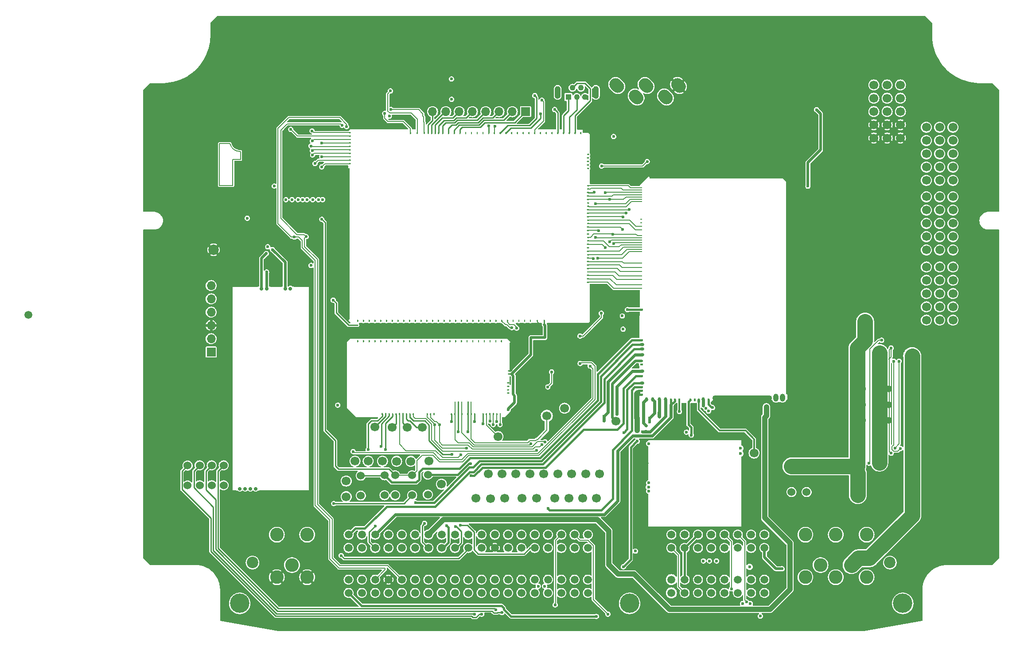
<source format=gbl>
G04 #@! TF.GenerationSoftware,KiCad,Pcbnew,8.0.9-8.0.9-0~ubuntu24.04.1*
G04 #@! TF.CreationDate,2026-01-23T21:19:33+00:00*
G04 #@! TF.ProjectId,hellen121vag,68656c6c-656e-4313-9231-7661672e6b69,d*
G04 #@! TF.SameCoordinates,PX2b953a0PY6943058*
G04 #@! TF.FileFunction,Copper,L4,Bot*
G04 #@! TF.FilePolarity,Positive*
%FSLAX46Y46*%
G04 Gerber Fmt 4.6, Leading zero omitted, Abs format (unit mm)*
G04 Created by KiCad (PCBNEW 8.0.9-8.0.9-0~ubuntu24.04.1) date 2026-01-23 21:19:33*
%MOMM*%
%LPD*%
G01*
G04 APERTURE LIST*
G04 #@! TA.AperFunction,EtchedComponent*
%ADD10C,0.200000*%
G04 #@! TD*
G04 #@! TA.AperFunction,ComponentPad*
%ADD11C,3.700000*%
G04 #@! TD*
G04 #@! TA.AperFunction,ComponentPad*
%ADD12C,2.200000*%
G04 #@! TD*
G04 #@! TA.AperFunction,ComponentPad*
%ADD13C,2.600000*%
G04 #@! TD*
G04 #@! TA.AperFunction,ComponentPad*
%ADD14C,1.500000*%
G04 #@! TD*
G04 #@! TA.AperFunction,ComponentPad*
%ADD15C,1.700000*%
G04 #@! TD*
G04 #@! TA.AperFunction,ComponentPad*
%ADD16C,0.599999*%
G04 #@! TD*
G04 #@! TA.AperFunction,SMDPad,CuDef*
%ADD17R,0.250000X13.650000*%
G04 #@! TD*
G04 #@! TA.AperFunction,SMDPad,CuDef*
%ADD18R,0.250000X1.250000*%
G04 #@! TD*
G04 #@! TA.AperFunction,SMDPad,CuDef*
%ADD19R,18.200000X0.250000*%
G04 #@! TD*
G04 #@! TA.AperFunction,SMDPad,CuDef*
%ADD20R,0.250000X6.450000*%
G04 #@! TD*
G04 #@! TA.AperFunction,SMDPad,CuDef*
%ADD21R,0.250000X6.500000*%
G04 #@! TD*
G04 #@! TA.AperFunction,SMDPad,CuDef*
%ADD22R,0.250000X0.350000*%
G04 #@! TD*
G04 #@! TA.AperFunction,SMDPad,CuDef*
%ADD23O,25.600000X0.200000*%
G04 #@! TD*
G04 #@! TA.AperFunction,SMDPad,CuDef*
%ADD24O,0.200000X40.800000*%
G04 #@! TD*
G04 #@! TA.AperFunction,SMDPad,CuDef*
%ADD25O,1.000001X1.500000*%
G04 #@! TD*
G04 #@! TA.AperFunction,SMDPad,CuDef*
%ADD26O,11.400000X1.100000*%
G04 #@! TD*
G04 #@! TA.AperFunction,SMDPad,CuDef*
%ADD27O,0.399999X0.599999*%
G04 #@! TD*
G04 #@! TA.AperFunction,SMDPad,CuDef*
%ADD28O,0.599999X0.800001*%
G04 #@! TD*
G04 #@! TA.AperFunction,SMDPad,CuDef*
%ADD29O,0.599999X0.399999*%
G04 #@! TD*
G04 #@! TA.AperFunction,SMDPad,CuDef*
%ADD30O,0.800001X0.599999*%
G04 #@! TD*
G04 #@! TA.AperFunction,SMDPad,CuDef*
%ADD31O,0.399999X0.200000*%
G04 #@! TD*
G04 #@! TA.AperFunction,ComponentPad*
%ADD32C,0.700000*%
G04 #@! TD*
G04 #@! TA.AperFunction,SMDPad,CuDef*
%ADD33R,3.100000X0.250000*%
G04 #@! TD*
G04 #@! TA.AperFunction,SMDPad,CuDef*
%ADD34R,2.250000X0.250000*%
G04 #@! TD*
G04 #@! TA.AperFunction,SMDPad,CuDef*
%ADD35R,5.050000X0.250000*%
G04 #@! TD*
G04 #@! TA.AperFunction,SMDPad,CuDef*
%ADD36R,0.250000X39.250000*%
G04 #@! TD*
G04 #@! TA.AperFunction,SMDPad,CuDef*
%ADD37R,9.750000X0.250000*%
G04 #@! TD*
G04 #@! TA.AperFunction,SMDPad,CuDef*
%ADD38R,0.950000X0.250000*%
G04 #@! TD*
G04 #@! TA.AperFunction,ComponentPad*
%ADD39C,1.524000*%
G04 #@! TD*
G04 #@! TA.AperFunction,ComponentPad*
%ADD40C,1.300000*%
G04 #@! TD*
G04 #@! TA.AperFunction,ComponentPad*
%ADD41R,1.700000X1.700000*%
G04 #@! TD*
G04 #@! TA.AperFunction,ComponentPad*
%ADD42O,1.700000X1.700000*%
G04 #@! TD*
G04 #@! TA.AperFunction,ComponentPad*
%ADD43R,1.100000X1.100000*%
G04 #@! TD*
G04 #@! TA.AperFunction,ComponentPad*
%ADD44C,1.100000*%
G04 #@! TD*
G04 #@! TA.AperFunction,ComponentPad*
%ADD45O,1.100000X2.400000*%
G04 #@! TD*
G04 #@! TA.AperFunction,SMDPad,CuDef*
%ADD46C,2.000000*%
G04 #@! TD*
G04 #@! TA.AperFunction,ViaPad*
%ADD47C,0.600000*%
G04 #@! TD*
G04 #@! TA.AperFunction,ViaPad*
%ADD48C,2.000000*%
G04 #@! TD*
G04 #@! TA.AperFunction,ViaPad*
%ADD49C,0.800000*%
G04 #@! TD*
G04 #@! TA.AperFunction,Conductor*
%ADD50C,0.500000*%
G04 #@! TD*
G04 #@! TA.AperFunction,Conductor*
%ADD51C,0.400000*%
G04 #@! TD*
G04 #@! TA.AperFunction,Conductor*
%ADD52C,0.250000*%
G04 #@! TD*
G04 #@! TA.AperFunction,Conductor*
%ADD53C,0.200000*%
G04 #@! TD*
G04 #@! TA.AperFunction,Conductor*
%ADD54C,0.254000*%
G04 #@! TD*
G04 #@! TA.AperFunction,Conductor*
%ADD55C,0.300000*%
G04 #@! TD*
G04 #@! TA.AperFunction,Conductor*
%ADD56C,0.600000*%
G04 #@! TD*
G04 #@! TA.AperFunction,Conductor*
%ADD57C,1.000000*%
G04 #@! TD*
G04 #@! TA.AperFunction,Conductor*
%ADD58C,3.000000*%
G04 #@! TD*
G04 APERTURE END LIST*
D10*
G04 #@! TO.C,G\u002A\u002A\u002A*
X14800000Y93375000D02*
X16800000Y93375000D01*
X14800000Y85375000D02*
X14800000Y93375000D01*
X17300000Y90375000D02*
X17300000Y85375000D01*
X17300000Y85375000D02*
X14800000Y85375000D01*
X18800000Y90375000D02*
X17300000Y90375000D01*
X18800000Y90375000D02*
X18800000Y91875000D01*
X18800000Y91875000D02*
G75*
G02*
X16800000Y93375000I-78399J1978801D01*
G01*
G04 #@! TD*
D11*
G04 #@! TO.P,P1,*
G04 #@! TO.N,*
X18648000Y5492000D03*
D12*
X21098000Y13292000D03*
D11*
X93148000Y5492000D03*
D12*
X142898000Y13292000D03*
D11*
X145348000Y5492000D03*
D13*
G04 #@! TO.P,P1,1,1*
G04 #@! TO.N,GND*
X25748000Y10492000D03*
G04 #@! TO.P,P1,2,2*
X31548000Y10492000D03*
G04 #@! TO.P,P1,3,3*
G04 #@! TO.N,Net-(F1-Pad1)*
X28648000Y12822000D03*
G04 #@! TO.P,P1,4,4*
G04 #@! TO.N,unconnected-(P1-Pad4)*
X25748000Y18622000D03*
G04 #@! TO.P,P1,5,5*
G04 #@! TO.N,/LSU_HEAT-*
X31548000Y18622000D03*
D14*
G04 #@! TO.P,P1,6,6*
G04 #@! TO.N,unconnected-(P1-Pad6)*
X85168000Y18622000D03*
G04 #@! TO.P,P1,7,7*
G04 #@! TO.N,/OUT_IGN2*
X82628000Y18622000D03*
G04 #@! TO.P,P1,8,8*
G04 #@! TO.N,/OUT_IGN7*
X80088000Y18622000D03*
G04 #@! TO.P,P1,9,9*
G04 #@! TO.N,Net-(P1-Pad9)*
X77548000Y18622000D03*
G04 #@! TO.P,P1,10,10*
G04 #@! TO.N,Net-(P1-Pad10)*
X75008000Y18622000D03*
G04 #@! TO.P,P1,11,11*
G04 #@! TO.N,Net-(P1-Pad11)*
X72468000Y18622000D03*
G04 #@! TO.P,P1,12,12*
G04 #@! TO.N,Net-(P1-Pad12)*
X69928000Y18622000D03*
G04 #@! TO.P,P1,13,13*
G04 #@! TO.N,Net-(P1-Pad13)*
X67388000Y18622000D03*
G04 #@! TO.P,P1,14,14*
G04 #@! TO.N,/IN_AFR*
X64848000Y18622000D03*
G04 #@! TO.P,P1,15,15*
G04 #@! TO.N,unconnected-(P1-Pad15)*
X62308000Y18622000D03*
G04 #@! TO.P,P1,16,16*
G04 #@! TO.N,unconnected-(P1-Pad16)*
X59768000Y18622000D03*
G04 #@! TO.P,P1,17,17*
G04 #@! TO.N,Net-(P1-Pad17)*
X57228000Y18622000D03*
G04 #@! TO.P,P1,18,18*
G04 #@! TO.N,/OUT_VVT2_B1*
X54688000Y18622000D03*
G04 #@! TO.P,P1,19,19*
G04 #@! TO.N,/OUT_INJ7*
X52148000Y18622000D03*
G04 #@! TO.P,P1,20,20*
G04 #@! TO.N,Net-(P1-Pad20)*
X49608000Y18622000D03*
G04 #@! TO.P,P1,21,21*
G04 #@! TO.N,Net-(P1-Pad21)*
X47068000Y18622000D03*
G04 #@! TO.P,P1,22,22*
G04 #@! TO.N,/OUT_VVT1_1*
X44528000Y18622000D03*
G04 #@! TO.P,P1,23,23*
G04 #@! TO.N,Net-(P1-Pad23)*
X41988000Y18622000D03*
G04 #@! TO.P,P1,24,24*
G04 #@! TO.N,/OUT_INJ8*
X39448000Y18622000D03*
G04 #@! TO.P,P1,25,25*
G04 #@! TO.N,unconnected-(P1-Pad25)*
X85168000Y16082000D03*
G04 #@! TO.P,P1,26,26*
G04 #@! TO.N,/IN_IAT*
X82628000Y16082000D03*
G04 #@! TO.P,P1,27,27*
G04 #@! TO.N,GNDA*
X80088000Y16082000D03*
G04 #@! TO.P,P1,28,28*
G04 #@! TO.N,Net-(P1-Pad28)*
X77548000Y16082000D03*
G04 #@! TO.P,P1,29,29*
G04 #@! TO.N,/IN_MAF*
X75008000Y16082000D03*
G04 #@! TO.P,P1,30,30*
G04 #@! TO.N,unconnected-(P1-Pad30)*
X72468000Y16082000D03*
G04 #@! TO.P,P1,31,31*
G04 #@! TO.N,unconnected-(P1-Pad31)*
X69928000Y16082000D03*
G04 #@! TO.P,P1,32,32*
G04 #@! TO.N,GND*
X67388000Y16082000D03*
G04 #@! TO.P,P1,33,33*
G04 #@! TO.N,GNDA*
X64848000Y16082000D03*
G04 #@! TO.P,P1,34,34*
G04 #@! TO.N,/IN_PPS1*
X62308000Y16082000D03*
G04 #@! TO.P,P1,35,35*
G04 #@! TO.N,/IN_PPS2*
X59768000Y16082000D03*
G04 #@! TO.P,P1,36,36*
G04 #@! TO.N,GNDA*
X57228000Y16082000D03*
G04 #@! TO.P,P1,37,37*
G04 #@! TO.N,Net-(P1-Pad37)*
X54688000Y16082000D03*
G04 #@! TO.P,P1,38,38*
G04 #@! TO.N,/IN_RES1*
X52148000Y16082000D03*
G04 #@! TO.P,P1,39,39*
G04 #@! TO.N,/IN_RES2*
X49608000Y16082000D03*
G04 #@! TO.P,P1,40,40*
G04 #@! TO.N,Net-(P1-Pad40)*
X47068000Y16082000D03*
G04 #@! TO.P,P1,41,41*
G04 #@! TO.N,Net-(P1-Pad41)*
X44528000Y16082000D03*
G04 #@! TO.P,P1,42,42*
G04 #@! TO.N,unconnected-(P1-Pad42)*
X41988000Y16082000D03*
G04 #@! TO.P,P1,43,43*
G04 #@! TO.N,Net-(P1-Pad43)*
X39448000Y16082000D03*
G04 #@! TO.P,P1,44,44*
G04 #@! TO.N,Net-(P1-Pad44)*
X85168000Y10032000D03*
G04 #@! TO.P,P1,45,45*
G04 #@! TO.N,Net-(P1-Pad45)*
X82628000Y10032000D03*
G04 #@! TO.P,P1,46,46*
G04 #@! TO.N,Net-(P1-Pad46)*
X80088000Y10032000D03*
G04 #@! TO.P,P1,47,47*
G04 #@! TO.N,/OUT_CHECK_ENGINE*
X77548000Y10032000D03*
G04 #@! TO.P,P1,48,48*
G04 #@! TO.N,Net-(P1-Pad48)*
X75008000Y10032000D03*
G04 #@! TO.P,P1,49,49*
G04 #@! TO.N,Net-(P1-Pad49)*
X72468000Y10032000D03*
G04 #@! TO.P,P1,50,50*
G04 #@! TO.N,GNDA*
X69928000Y10032000D03*
G04 #@! TO.P,P1,51,51*
G04 #@! TO.N,Net-(P1-Pad51)*
X67388000Y10032000D03*
G04 #@! TO.P,P1,52,52*
G04 #@! TO.N,Net-(P1-Pad52)*
X64848000Y10032000D03*
G04 #@! TO.P,P1,53,53*
G04 #@! TO.N,+5VP*
X62308000Y10032000D03*
G04 #@! TO.P,P1,54,54*
G04 #@! TO.N,/IN_VSS*
X59768000Y10032000D03*
G04 #@! TO.P,P1,55,55*
G04 #@! TO.N,/IN_D1*
X57228000Y10032000D03*
G04 #@! TO.P,P1,56,56*
G04 #@! TO.N,Net-(P1-Pad56)*
X54688000Y10032000D03*
G04 #@! TO.P,P1,57,57*
G04 #@! TO.N,/IN_D2*
X52148000Y10032000D03*
G04 #@! TO.P,P1,58,58*
G04 #@! TO.N,/CAN-*
X49608000Y10032000D03*
G04 #@! TO.P,P1,59,59*
G04 #@! TO.N,GND*
X47068000Y10032000D03*
G04 #@! TO.P,P1,60,60*
G04 #@! TO.N,/CAN+*
X44528000Y10032000D03*
G04 #@! TO.P,P1,61,61*
G04 #@! TO.N,Net-(P1-Pad61)*
X41988000Y10032000D03*
G04 #@! TO.P,P1,62,62*
G04 #@! TO.N,/V12_PERM*
X39448000Y10032000D03*
G04 #@! TO.P,P1,63,63*
G04 #@! TO.N,Net-(P1-Pad63)*
X85168000Y7492000D03*
G04 #@! TO.P,P1,64,64*
G04 #@! TO.N,Net-(P1-Pad64)*
X82628000Y7492000D03*
G04 #@! TO.P,P1,65,65*
G04 #@! TO.N,/OUT_FUEL_PUMP_RELAY*
X80088000Y7492000D03*
G04 #@! TO.P,P1,66,66*
G04 #@! TO.N,Net-(P1-Pad66)*
X77548000Y7492000D03*
G04 #@! TO.P,P1,67,67*
G04 #@! TO.N,Net-(P1-Pad67)*
X75008000Y7492000D03*
G04 #@! TO.P,P1,68,68*
G04 #@! TO.N,Net-(P1-Pad68)*
X72468000Y7492000D03*
G04 #@! TO.P,P1,69,69*
G04 #@! TO.N,Net-(P1-Pad69)*
X69928000Y7492000D03*
G04 #@! TO.P,P1,70,70*
G04 #@! TO.N,Net-(P1-Pad70)*
X67388000Y7492000D03*
G04 #@! TO.P,P1,71,71*
G04 #@! TO.N,Net-(P1-Pad71)*
X64848000Y7492000D03*
G04 #@! TO.P,P1,72,72*
G04 #@! TO.N,+5VP*
X62308000Y7492000D03*
G04 #@! TO.P,P1,73,73*
X59768000Y7492000D03*
G04 #@! TO.P,P1,74,74*
G04 #@! TO.N,Net-(P1-Pad74)*
X57228000Y7492000D03*
G04 #@! TO.P,P1,75,75*
G04 #@! TO.N,/IN_D3*
X54688000Y7492000D03*
G04 #@! TO.P,P1,76,76*
G04 #@! TO.N,/IN_D4*
X52148000Y7492000D03*
G04 #@! TO.P,P1,77,77*
G04 #@! TO.N,unconnected-(P1-Pad77)*
X49608000Y7492000D03*
G04 #@! TO.P,P1,78,78*
G04 #@! TO.N,unconnected-(P1-Pad78)*
X47068000Y7492000D03*
G04 #@! TO.P,P1,79,79*
G04 #@! TO.N,unconnected-(P1-Pad79)*
X44528000Y7492000D03*
G04 #@! TO.P,P1,80,80*
G04 #@! TO.N,Net-(P1-Pad80)*
X41988000Y7492000D03*
G04 #@! TO.P,P1,81,81*
G04 #@! TO.N,/OUT_FUEL_CONSUM*
X39448000Y7492000D03*
G04 #@! TO.P,P1,82,82*
G04 #@! TO.N,/IN_CRANK+*
X101138000Y7492000D03*
G04 #@! TO.P,P1,83,83*
G04 #@! TO.N,+5VP*
X103678000Y7492000D03*
G04 #@! TO.P,P1,84,84*
G04 #@! TO.N,/IN_TPS2*
X106218000Y7492000D03*
G04 #@! TO.P,P1,85,85*
G04 #@! TO.N,/IN_IAT*
X108758000Y7492000D03*
G04 #@! TO.P,P1,86,86*
G04 #@! TO.N,/IN_CAM1*
X111298000Y7492000D03*
G04 #@! TO.P,P1,87,87*
G04 #@! TO.N,/IN_CAM2*
X113838000Y7492000D03*
G04 #@! TO.P,P1,88,88*
G04 #@! TO.N,/OUT_INJ4*
X116378000Y7492000D03*
G04 #@! TO.P,P1,89,89*
G04 #@! TO.N,/OUT_INJ2*
X118918000Y7492000D03*
G04 #@! TO.P,P1,90,90*
G04 #@! TO.N,/IN_CRANK-*
X101138000Y10032000D03*
G04 #@! TO.P,P1,91,91*
G04 #@! TO.N,GNDA*
X103678000Y10032000D03*
G04 #@! TO.P,P1,92,92*
G04 #@! TO.N,/IN_TPS1*
X106218000Y10032000D03*
G04 #@! TO.P,P1,93,93*
G04 #@! TO.N,/IN_CLT*
X108758000Y10032000D03*
G04 #@! TO.P,P1,94,94*
G04 #@! TO.N,/OUT_IGN4*
X111298000Y10032000D03*
G04 #@! TO.P,P1,95,95*
G04 #@! TO.N,/OUT_IGN8*
X113838000Y10032000D03*
G04 #@! TO.P,P1,96,96*
G04 #@! TO.N,/OUT_INJ1*
X116378000Y10032000D03*
G04 #@! TO.P,P1,97,97*
G04 #@! TO.N,/OUT_INJ3*
X118918000Y10032000D03*
G04 #@! TO.P,P1,98,98*
G04 #@! TO.N,+5VP*
X101138000Y16082000D03*
G04 #@! TO.P,P1,99,99*
G04 #@! TO.N,GNDA*
X103678000Y16082000D03*
G04 #@! TO.P,P1,100,100*
G04 #@! TO.N,unconnected-(P1-Pad100)*
X106218000Y16082000D03*
G04 #@! TO.P,P1,101,101*
G04 #@! TO.N,/IN_MAP2*
X108758000Y16082000D03*
G04 #@! TO.P,P1,102,102*
G04 #@! TO.N,/OUT_IGN1*
X111298000Y16082000D03*
G04 #@! TO.P,P1,103,103*
G04 #@! TO.N,/OUT_IGN5*
X113838000Y16082000D03*
G04 #@! TO.P,P1,104,104*
G04 #@! TO.N,/OUT_WASTEGATE*
X116378000Y16082000D03*
G04 #@! TO.P,P1,105,105*
G04 #@! TO.N,/OUT_IDLE*
X118918000Y16082000D03*
G04 #@! TO.P,P1,106,106*
G04 #@! TO.N,/IN_KNOCK1_RAW*
X101138000Y18622000D03*
G04 #@! TO.P,P1,107,107*
G04 #@! TO.N,unconnected-(P1-Pad107)*
X103678000Y18622000D03*
G04 #@! TO.P,P1,108,108*
G04 #@! TO.N,GNDA*
X106218000Y18622000D03*
G04 #@! TO.P,P1,109,109*
G04 #@! TO.N,unconnected-(P1-Pad109)*
X108758000Y18622000D03*
G04 #@! TO.P,P1,110,110*
G04 #@! TO.N,/OUT_IGN6*
X111298000Y18622000D03*
G04 #@! TO.P,P1,111,111*
G04 #@! TO.N,/OUT_IGN3*
X113838000Y18622000D03*
G04 #@! TO.P,P1,112,112*
G04 #@! TO.N,/OUT_INJ6*
X116378000Y18622000D03*
G04 #@! TO.P,P1,113,113*
G04 #@! TO.N,/OUT_INJ5*
X118918000Y18622000D03*
D13*
G04 #@! TO.P,P1,114,114*
G04 #@! TO.N,unconnected-(P1-Pad114)*
X126748000Y10492000D03*
G04 #@! TO.P,P1,115,115*
G04 #@! TO.N,/OUT_VVT1_2*
X132548000Y10492000D03*
G04 #@! TO.P,P1,116,116*
G04 #@! TO.N,unconnected-(P1-Pad116)*
X138448000Y10492000D03*
G04 #@! TO.P,P1,117,117*
G04 #@! TO.N,/+ETB_OUT*
X129648000Y12822000D03*
G04 #@! TO.P,P1,118,118*
G04 #@! TO.N,/-ETB_OUT*
X135548000Y12822000D03*
G04 #@! TO.P,P1,119,119*
G04 #@! TO.N,unconnected-(P1-Pad119)*
X126748000Y18622000D03*
G04 #@! TO.P,P1,120,120*
G04 #@! TO.N,/OUT_VVT2_B2*
X132548000Y18622000D03*
G04 #@! TO.P,P1,121,121*
G04 #@! TO.N,Net-(F2-Pad1)*
X138448000Y18622000D03*
G04 #@! TD*
G04 #@! TO.P,M3,E1,SPI1_SCK*
G04 #@! TO.N,unconnected-(M3-PadE1)*
G04 #@! TA.AperFunction,SMDPad,CuDef*
G36*
G01*
X85339497Y91171375D02*
X85089497Y91171375D01*
G75*
G02*
X84964497Y91296375I0J125000D01*
G01*
X84964497Y91296375D01*
G75*
G02*
X85089497Y91421375I125000J0D01*
G01*
X85339497Y91421375D01*
G75*
G02*
X85464497Y91296375I0J-125000D01*
G01*
X85464497Y91296375D01*
G75*
G02*
X85339497Y91171375I-125000J0D01*
G01*
G37*
G04 #@! TD.AperFunction*
G04 #@! TO.P,M3,E2,SPI1_MISO*
G04 #@! TO.N,unconnected-(M3-PadE2)*
G04 #@! TA.AperFunction,SMDPad,CuDef*
G36*
G01*
X85089497Y90761377D02*
X85339497Y90761377D01*
G75*
G02*
X85464497Y90636377I0J-125000D01*
G01*
X85464497Y90636377D01*
G75*
G02*
X85339497Y90511377I-125000J0D01*
G01*
X85089497Y90511377D01*
G75*
G02*
X84964497Y90636377I0J125000D01*
G01*
X84964497Y90636377D01*
G75*
G02*
X85089497Y90761377I125000J0D01*
G01*
G37*
G04 #@! TD.AperFunction*
G04 #@! TO.P,M3,E3,SPI1_MOSI*
G04 #@! TO.N,unconnected-(M3-PadE3)*
G04 #@! TA.AperFunction,SMDPad,CuDef*
G36*
G01*
X85089497Y90101372D02*
X85339497Y90101372D01*
G75*
G02*
X85464497Y89976372I0J-125000D01*
G01*
X85464497Y89976372D01*
G75*
G02*
X85339497Y89851372I-125000J0D01*
G01*
X85089497Y89851372D01*
G75*
G02*
X84964497Y89976372I0J125000D01*
G01*
X84964497Y89976372D01*
G75*
G02*
X85089497Y90101372I125000J0D01*
G01*
G37*
G04 #@! TD.AperFunction*
G04 #@! TO.P,M3,E4,SPI1_CS1*
G04 #@! TO.N,unconnected-(M3-PadE4)*
G04 #@! TA.AperFunction,SMDPad,CuDef*
G36*
G01*
X85089497Y89441377D02*
X85339497Y89441377D01*
G75*
G02*
X85464497Y89316377I0J-125000D01*
G01*
X85464497Y89316377D01*
G75*
G02*
X85339497Y89191377I-125000J0D01*
G01*
X85089497Y89191377D01*
G75*
G02*
X84964497Y89316377I0J125000D01*
G01*
X84964497Y89316377D01*
G75*
G02*
X85089497Y89441377I125000J0D01*
G01*
G37*
G04 #@! TD.AperFunction*
G04 #@! TO.P,M3,E5,SPI1_CS2*
G04 #@! TO.N,unconnected-(M3-PadE5)*
G04 #@! TA.AperFunction,SMDPad,CuDef*
G36*
G01*
X85089497Y88781375D02*
X85339497Y88781375D01*
G75*
G02*
X85464497Y88656375I0J-125000D01*
G01*
X85464497Y88656375D01*
G75*
G02*
X85339497Y88531375I-125000J0D01*
G01*
X85089497Y88531375D01*
G75*
G02*
X84964497Y88656375I0J125000D01*
G01*
X84964497Y88656375D01*
G75*
G02*
X85089497Y88781375I125000J0D01*
G01*
G37*
G04 #@! TD.AperFunction*
G04 #@! TO.P,M3,E6,OUT_IO3*
G04 #@! TO.N,/MAIN_RELAY*
G04 #@! TA.AperFunction,SMDPad,CuDef*
G36*
G01*
X85089497Y85481374D02*
X85339497Y85481374D01*
G75*
G02*
X85464497Y85356374I0J-125000D01*
G01*
X85464497Y85356374D01*
G75*
G02*
X85339497Y85231374I-125000J0D01*
G01*
X85089497Y85231374D01*
G75*
G02*
X84964497Y85356374I0J125000D01*
G01*
X84964497Y85356374D01*
G75*
G02*
X85089497Y85481374I125000J0D01*
G01*
G37*
G04 #@! TD.AperFunction*
G04 #@! TO.P,M3,E7,OUT_IO5*
G04 #@! TO.N,/OUT1*
G04 #@! TA.AperFunction,SMDPad,CuDef*
G36*
G01*
X85089497Y84821373D02*
X85339497Y84821373D01*
G75*
G02*
X85464497Y84696373I0J-125000D01*
G01*
X85464497Y84696373D01*
G75*
G02*
X85339497Y84571373I-125000J0D01*
G01*
X85089497Y84571373D01*
G75*
G02*
X84964497Y84696373I0J125000D01*
G01*
X84964497Y84696373D01*
G75*
G02*
X85089497Y84821373I125000J0D01*
G01*
G37*
G04 #@! TD.AperFunction*
G04 #@! TO.P,M3,E8,OUT_IO1*
G04 #@! TO.N,/FUEL_PUMP_RELAY*
G04 #@! TA.AperFunction,SMDPad,CuDef*
G36*
G01*
X85089497Y84161371D02*
X85339497Y84161371D01*
G75*
G02*
X85464497Y84036371I0J-125000D01*
G01*
X85464497Y84036371D01*
G75*
G02*
X85339497Y83911371I-125000J0D01*
G01*
X85089497Y83911371D01*
G75*
G02*
X84964497Y84036371I0J125000D01*
G01*
X84964497Y84036371D01*
G75*
G02*
X85089497Y84161371I125000J0D01*
G01*
G37*
G04 #@! TD.AperFunction*
G04 #@! TO.P,M3,E9,OUT_IO6*
G04 #@! TO.N,/OUT2*
G04 #@! TA.AperFunction,SMDPad,CuDef*
G36*
G01*
X85089497Y83501373D02*
X85339497Y83501373D01*
G75*
G02*
X85464497Y83376373I0J-125000D01*
G01*
X85464497Y83376373D01*
G75*
G02*
X85339497Y83251373I-125000J0D01*
G01*
X85089497Y83251373D01*
G75*
G02*
X84964497Y83376373I0J125000D01*
G01*
X84964497Y83376373D01*
G75*
G02*
X85089497Y83501373I125000J0D01*
G01*
G37*
G04 #@! TD.AperFunction*
G04 #@! TO.P,M3,E10,OUT_IO10*
G04 #@! TO.N,/VVT1_1*
G04 #@! TA.AperFunction,SMDPad,CuDef*
G36*
G01*
X85089497Y82841371D02*
X85339497Y82841371D01*
G75*
G02*
X85464497Y82716371I0J-125000D01*
G01*
X85464497Y82716371D01*
G75*
G02*
X85339497Y82591371I-125000J0D01*
G01*
X85089497Y82591371D01*
G75*
G02*
X84964497Y82716371I0J125000D01*
G01*
X84964497Y82716371D01*
G75*
G02*
X85089497Y82841371I125000J0D01*
G01*
G37*
G04 #@! TD.AperFunction*
G04 #@! TO.P,M3,E11,OUT_IO9*
G04 #@! TO.N,unconnected-(M3-PadE11)*
G04 #@! TA.AperFunction,SMDPad,CuDef*
G36*
G01*
X85089497Y82181373D02*
X85339497Y82181373D01*
G75*
G02*
X85464497Y82056373I0J-125000D01*
G01*
X85464497Y82056373D01*
G75*
G02*
X85339497Y81931373I-125000J0D01*
G01*
X85089497Y81931373D01*
G75*
G02*
X84964497Y82056373I0J125000D01*
G01*
X84964497Y82056373D01*
G75*
G02*
X85089497Y82181373I125000J0D01*
G01*
G37*
G04 #@! TD.AperFunction*
G04 #@! TO.P,M3,E12,OUT_IO2*
G04 #@! TO.N,/WASTEGATE*
G04 #@! TA.AperFunction,SMDPad,CuDef*
G36*
G01*
X85089497Y81521372D02*
X85339497Y81521372D01*
G75*
G02*
X85464497Y81396372I0J-125000D01*
G01*
X85464497Y81396372D01*
G75*
G02*
X85339497Y81271372I-125000J0D01*
G01*
X85089497Y81271372D01*
G75*
G02*
X84964497Y81396372I0J125000D01*
G01*
X84964497Y81396372D01*
G75*
G02*
X85089497Y81521372I125000J0D01*
G01*
G37*
G04 #@! TD.AperFunction*
G04 #@! TO.P,M3,E13,OUT_IO12*
G04 #@! TO.N,/ETB_EN*
G04 #@! TA.AperFunction,SMDPad,CuDef*
G36*
G01*
X85089497Y80861373D02*
X85339497Y80861373D01*
G75*
G02*
X85464497Y80736373I0J-125000D01*
G01*
X85464497Y80736373D01*
G75*
G02*
X85339497Y80611373I-125000J0D01*
G01*
X85089497Y80611373D01*
G75*
G02*
X84964497Y80736373I0J125000D01*
G01*
X84964497Y80736373D01*
G75*
G02*
X85089497Y80861373I125000J0D01*
G01*
G37*
G04 #@! TD.AperFunction*
G04 #@! TO.P,M3,E14,OUT_PWM2*
G04 #@! TO.N,/+ETB*
G04 #@! TA.AperFunction,SMDPad,CuDef*
G36*
G01*
X85089497Y80201372D02*
X85339497Y80201372D01*
G75*
G02*
X85464497Y80076372I0J-125000D01*
G01*
X85464497Y80076372D01*
G75*
G02*
X85339497Y79951372I-125000J0D01*
G01*
X85089497Y79951372D01*
G75*
G02*
X84964497Y80076372I0J125000D01*
G01*
X84964497Y80076372D01*
G75*
G02*
X85089497Y80201372I125000J0D01*
G01*
G37*
G04 #@! TD.AperFunction*
G04 #@! TO.P,M3,E15,OUT_PWM3*
G04 #@! TO.N,/-ETB*
G04 #@! TA.AperFunction,SMDPad,CuDef*
G36*
G01*
X85089497Y79541373D02*
X85339497Y79541373D01*
G75*
G02*
X85464497Y79416373I0J-125000D01*
G01*
X85464497Y79416373D01*
G75*
G02*
X85339497Y79291373I-125000J0D01*
G01*
X85089497Y79291373D01*
G75*
G02*
X84964497Y79416373I0J125000D01*
G01*
X84964497Y79416373D01*
G75*
G02*
X85089497Y79541373I125000J0D01*
G01*
G37*
G04 #@! TD.AperFunction*
G04 #@! TO.P,M3,E16,OUT_PWM4*
G04 #@! TO.N,/VVT2_B2*
G04 #@! TA.AperFunction,SMDPad,CuDef*
G36*
G01*
X85089497Y78881372D02*
X85339497Y78881372D01*
G75*
G02*
X85464497Y78756372I0J-125000D01*
G01*
X85464497Y78756372D01*
G75*
G02*
X85339497Y78631372I-125000J0D01*
G01*
X85089497Y78631372D01*
G75*
G02*
X84964497Y78756372I0J125000D01*
G01*
X84964497Y78756372D01*
G75*
G02*
X85089497Y78881372I125000J0D01*
G01*
G37*
G04 #@! TD.AperFunction*
G04 #@! TO.P,M3,E17,OUT_PWM5*
G04 #@! TO.N,/VVT2_B1*
G04 #@! TA.AperFunction,SMDPad,CuDef*
G36*
G01*
X85089497Y78221373D02*
X85339497Y78221373D01*
G75*
G02*
X85464497Y78096373I0J-125000D01*
G01*
X85464497Y78096373D01*
G75*
G02*
X85339497Y77971373I-125000J0D01*
G01*
X85089497Y77971373D01*
G75*
G02*
X84964497Y78096373I0J125000D01*
G01*
X84964497Y78096373D01*
G75*
G02*
X85089497Y78221373I125000J0D01*
G01*
G37*
G04 #@! TD.AperFunction*
G04 #@! TO.P,M3,E18,OUT_PWM6*
G04 #@! TO.N,/THRESHOLD_VR*
G04 #@! TA.AperFunction,SMDPad,CuDef*
G36*
G01*
X85089497Y77561372D02*
X85339497Y77561372D01*
G75*
G02*
X85464497Y77436372I0J-125000D01*
G01*
X85464497Y77436372D01*
G75*
G02*
X85339497Y77311372I-125000J0D01*
G01*
X85089497Y77311372D01*
G75*
G02*
X84964497Y77436372I0J125000D01*
G01*
X84964497Y77436372D01*
G75*
G02*
X85089497Y77561372I125000J0D01*
G01*
G37*
G04 #@! TD.AperFunction*
G04 #@! TO.P,M3,E19,OUT_PWM7*
G04 #@! TO.N,/FUEL_CONSUM*
G04 #@! TA.AperFunction,SMDPad,CuDef*
G36*
G01*
X85089497Y76901373D02*
X85339497Y76901373D01*
G75*
G02*
X85464497Y76776373I0J-125000D01*
G01*
X85464497Y76776373D01*
G75*
G02*
X85339497Y76651373I-125000J0D01*
G01*
X85089497Y76651373D01*
G75*
G02*
X84964497Y76776373I0J125000D01*
G01*
X84964497Y76776373D01*
G75*
G02*
X85089497Y76901373I125000J0D01*
G01*
G37*
G04 #@! TD.AperFunction*
G04 #@! TO.P,M3,E20,OUT_IO11*
G04 #@! TO.N,unconnected-(M3-PadE20)*
G04 #@! TA.AperFunction,SMDPad,CuDef*
G36*
G01*
X85089497Y76241372D02*
X85339497Y76241372D01*
G75*
G02*
X85464497Y76116372I0J-125000D01*
G01*
X85464497Y76116372D01*
G75*
G02*
X85339497Y75991372I-125000J0D01*
G01*
X85089497Y75991372D01*
G75*
G02*
X84964497Y76116372I0J125000D01*
G01*
X84964497Y76116372D01*
G75*
G02*
X85089497Y76241372I125000J0D01*
G01*
G37*
G04 #@! TD.AperFunction*
G04 #@! TO.P,M3,E21,OUT_IO7*
G04 #@! TO.N,/VVT1_2*
G04 #@! TA.AperFunction,SMDPad,CuDef*
G36*
G01*
X85089497Y75581373D02*
X85339497Y75581373D01*
G75*
G02*
X85464497Y75456373I0J-125000D01*
G01*
X85464497Y75456373D01*
G75*
G02*
X85339497Y75331373I-125000J0D01*
G01*
X85089497Y75331373D01*
G75*
G02*
X84964497Y75456373I0J125000D01*
G01*
X84964497Y75456373D01*
G75*
G02*
X85089497Y75581373I125000J0D01*
G01*
G37*
G04 #@! TD.AperFunction*
G04 #@! TO.P,M3,E22,OUT_IO8*
G04 #@! TO.N,/CHECK_ENGINE*
G04 #@! TA.AperFunction,SMDPad,CuDef*
G36*
G01*
X85089497Y74921372D02*
X85339497Y74921372D01*
G75*
G02*
X85464497Y74796372I0J-125000D01*
G01*
X85464497Y74796372D01*
G75*
G02*
X85339497Y74671372I-125000J0D01*
G01*
X85089497Y74671372D01*
G75*
G02*
X84964497Y74796372I0J125000D01*
G01*
X84964497Y74796372D01*
G75*
G02*
X85089497Y74921372I125000J0D01*
G01*
G37*
G04 #@! TD.AperFunction*
G04 #@! TO.P,M3,E23,OUT_IO4*
G04 #@! TO.N,/IDLE*
G04 #@! TA.AperFunction,SMDPad,CuDef*
G36*
G01*
X85089497Y74261373D02*
X85339497Y74261373D01*
G75*
G02*
X85464497Y74136373I0J-125000D01*
G01*
X85464497Y74136373D01*
G75*
G02*
X85339497Y74011373I-125000J0D01*
G01*
X85089497Y74011373D01*
G75*
G02*
X84964497Y74136373I0J125000D01*
G01*
X84964497Y74136373D01*
G75*
G02*
X85089497Y74261373I125000J0D01*
G01*
G37*
G04 #@! TD.AperFunction*
G04 #@! TO.P,M3,E24,OUT_IO13*
G04 #@! TO.N,unconnected-(M3-PadE24)*
G04 #@! TA.AperFunction,SMDPad,CuDef*
G36*
G01*
X85089497Y73601372D02*
X85339497Y73601372D01*
G75*
G02*
X85464497Y73476372I0J-125000D01*
G01*
X85464497Y73476372D01*
G75*
G02*
X85339497Y73351372I-125000J0D01*
G01*
X85089497Y73351372D01*
G75*
G02*
X84964497Y73476372I0J125000D01*
G01*
X84964497Y73476372D01*
G75*
G02*
X85089497Y73601372I125000J0D01*
G01*
G37*
G04 #@! TD.AperFunction*
G04 #@! TO.P,M3,E25,OUT_INJ1*
G04 #@! TO.N,/INJ1*
G04 #@! TA.AperFunction,SMDPad,CuDef*
G36*
G01*
X85089497Y72941373D02*
X85339497Y72941373D01*
G75*
G02*
X85464497Y72816373I0J-125000D01*
G01*
X85464497Y72816373D01*
G75*
G02*
X85339497Y72691373I-125000J0D01*
G01*
X85089497Y72691373D01*
G75*
G02*
X84964497Y72816373I0J125000D01*
G01*
X84964497Y72816373D01*
G75*
G02*
X85089497Y72941373I125000J0D01*
G01*
G37*
G04 #@! TD.AperFunction*
G04 #@! TO.P,M3,E26,OUT_INJ2*
G04 #@! TO.N,/INJ2*
G04 #@! TA.AperFunction,SMDPad,CuDef*
G36*
G01*
X85089497Y72281372D02*
X85339497Y72281372D01*
G75*
G02*
X85464497Y72156372I0J-125000D01*
G01*
X85464497Y72156372D01*
G75*
G02*
X85339497Y72031372I-125000J0D01*
G01*
X85089497Y72031372D01*
G75*
G02*
X84964497Y72156372I0J125000D01*
G01*
X84964497Y72156372D01*
G75*
G02*
X85089497Y72281372I125000J0D01*
G01*
G37*
G04 #@! TD.AperFunction*
G04 #@! TO.P,M3,E27,OUT_PWM1*
G04 #@! TO.N,/TACH*
G04 #@! TA.AperFunction,SMDPad,CuDef*
G36*
G01*
X85089497Y71621374D02*
X85339497Y71621374D01*
G75*
G02*
X85464497Y71496374I0J-125000D01*
G01*
X85464497Y71496374D01*
G75*
G02*
X85339497Y71371374I-125000J0D01*
G01*
X85089497Y71371374D01*
G75*
G02*
X84964497Y71496374I0J125000D01*
G01*
X84964497Y71496374D01*
G75*
G02*
X85089497Y71621374I125000J0D01*
G01*
G37*
G04 #@! TD.AperFunction*
G04 #@! TO.P,M3,E28,OUT_PWM8*
G04 #@! TO.N,/OUT3*
G04 #@! TA.AperFunction,SMDPad,CuDef*
G36*
G01*
X85089497Y70961372D02*
X85339497Y70961372D01*
G75*
G02*
X85464497Y70836372I0J-125000D01*
G01*
X85464497Y70836372D01*
G75*
G02*
X85339497Y70711372I-125000J0D01*
G01*
X85089497Y70711372D01*
G75*
G02*
X84964497Y70836372I0J125000D01*
G01*
X84964497Y70836372D01*
G75*
G02*
X85089497Y70961372I125000J0D01*
G01*
G37*
G04 #@! TD.AperFunction*
G04 #@! TO.P,M3,E29,OUT_INJ3*
G04 #@! TO.N,/INJ3*
G04 #@! TA.AperFunction,SMDPad,CuDef*
G36*
G01*
X85089497Y70301374D02*
X85339497Y70301374D01*
G75*
G02*
X85464497Y70176374I0J-125000D01*
G01*
X85464497Y70176374D01*
G75*
G02*
X85339497Y70051374I-125000J0D01*
G01*
X85089497Y70051374D01*
G75*
G02*
X84964497Y70176374I0J125000D01*
G01*
X84964497Y70176374D01*
G75*
G02*
X85089497Y70301374I125000J0D01*
G01*
G37*
G04 #@! TD.AperFunction*
G04 #@! TO.P,M3,E30,OUT_INJ4*
G04 #@! TO.N,/INJ4*
G04 #@! TA.AperFunction,SMDPad,CuDef*
G36*
G01*
X85089497Y69641372D02*
X85339497Y69641372D01*
G75*
G02*
X85464497Y69516372I0J-125000D01*
G01*
X85464497Y69516372D01*
G75*
G02*
X85339497Y69391372I-125000J0D01*
G01*
X85089497Y69391372D01*
G75*
G02*
X84964497Y69516372I0J125000D01*
G01*
X84964497Y69516372D01*
G75*
G02*
X85089497Y69641372I125000J0D01*
G01*
G37*
G04 #@! TD.AperFunction*
G04 #@! TO.P,M3,E31,OUT_INJ5*
G04 #@! TO.N,/INJ5*
G04 #@! TA.AperFunction,SMDPad,CuDef*
G36*
G01*
X85089497Y68981374D02*
X85339497Y68981374D01*
G75*
G02*
X85464497Y68856374I0J-125000D01*
G01*
X85464497Y68856374D01*
G75*
G02*
X85339497Y68731374I-125000J0D01*
G01*
X85089497Y68731374D01*
G75*
G02*
X84964497Y68856374I0J125000D01*
G01*
X84964497Y68856374D01*
G75*
G02*
X85089497Y68981374I125000J0D01*
G01*
G37*
G04 #@! TD.AperFunction*
G04 #@! TO.P,M3,E32,OUT_INJ6*
G04 #@! TO.N,/INJ6*
G04 #@! TA.AperFunction,SMDPad,CuDef*
G36*
G01*
X85089497Y68321373D02*
X85339497Y68321373D01*
G75*
G02*
X85464497Y68196373I0J-125000D01*
G01*
X85464497Y68196373D01*
G75*
G02*
X85339497Y68071373I-125000J0D01*
G01*
X85089497Y68071373D01*
G75*
G02*
X84964497Y68196373I0J125000D01*
G01*
X84964497Y68196373D01*
G75*
G02*
X85089497Y68321373I125000J0D01*
G01*
G37*
G04 #@! TD.AperFunction*
G04 #@! TO.P,M3,E33,OUT_INJ7*
G04 #@! TO.N,/INJ7*
G04 #@! TA.AperFunction,SMDPad,CuDef*
G36*
G01*
X85089497Y67661374D02*
X85339497Y67661374D01*
G75*
G02*
X85464497Y67536374I0J-125000D01*
G01*
X85464497Y67536374D01*
G75*
G02*
X85339497Y67411374I-125000J0D01*
G01*
X85089497Y67411374D01*
G75*
G02*
X84964497Y67536374I0J125000D01*
G01*
X84964497Y67536374D01*
G75*
G02*
X85089497Y67661374I125000J0D01*
G01*
G37*
G04 #@! TD.AperFunction*
G04 #@! TO.P,M3,E34,OUT_INJ8*
G04 #@! TO.N,/INJ8*
G04 #@! TA.AperFunction,SMDPad,CuDef*
G36*
G01*
X85089497Y67001373D02*
X85339497Y67001373D01*
G75*
G02*
X85464497Y66876373I0J-125000D01*
G01*
X85464497Y66876373D01*
G75*
G02*
X85339497Y66751373I-125000J0D01*
G01*
X85089497Y66751373D01*
G75*
G02*
X84964497Y66876373I0J125000D01*
G01*
X84964497Y66876373D01*
G75*
G02*
X85089497Y67001373I125000J0D01*
G01*
G37*
G04 #@! TD.AperFunction*
G04 #@! TO.P,M3,N1,CAN_VIO*
G04 #@! TO.N,/CAN_VIO*
G04 #@! TA.AperFunction,SMDPad,CuDef*
G36*
G01*
X51392499Y95548377D02*
X51392499Y95298377D01*
G75*
G02*
X51267499Y95173377I-125000J0D01*
G01*
X51267499Y95173377D01*
G75*
G02*
X51142499Y95298377I0J125000D01*
G01*
X51142499Y95548377D01*
G75*
G02*
X51267499Y95673377I125000J0D01*
G01*
X51267499Y95673377D01*
G75*
G02*
X51392499Y95548377I0J-125000D01*
G01*
G37*
G04 #@! TD.AperFunction*
G04 #@! TO.P,M3,N2,CAN_RX*
G04 #@! TO.N,/CAN_RX*
G04 #@! TA.AperFunction,SMDPad,CuDef*
G36*
G01*
X52462501Y95298377D02*
X52462501Y95548377D01*
G75*
G02*
X52587501Y95673377I125000J0D01*
G01*
X52587501Y95673377D01*
G75*
G02*
X52712501Y95548377I0J-125000D01*
G01*
X52712501Y95298377D01*
G75*
G02*
X52587501Y95173377I-125000J0D01*
G01*
X52587501Y95173377D01*
G75*
G02*
X52462501Y95298377I0J125000D01*
G01*
G37*
G04 #@! TD.AperFunction*
G04 #@! TO.P,M3,N3,CAN_TX*
G04 #@! TO.N,/CAN_TX*
G04 #@! TA.AperFunction,SMDPad,CuDef*
G36*
G01*
X53782504Y95298377D02*
X53782504Y95548377D01*
G75*
G02*
X53907504Y95673377I125000J0D01*
G01*
X53907504Y95673377D01*
G75*
G02*
X54032504Y95548377I0J-125000D01*
G01*
X54032504Y95298377D01*
G75*
G02*
X53907504Y95173377I-125000J0D01*
G01*
X53907504Y95173377D01*
G75*
G02*
X53782504Y95298377I0J125000D01*
G01*
G37*
G04 #@! TD.AperFunction*
G04 #@! TO.P,M3,N4,UART8_TX*
G04 #@! TO.N,/TX1*
G04 #@! TA.AperFunction,SMDPad,CuDef*
G36*
G01*
X54542502Y95298377D02*
X54542502Y95548377D01*
G75*
G02*
X54667502Y95673377I125000J0D01*
G01*
X54667502Y95673377D01*
G75*
G02*
X54792502Y95548377I0J-125000D01*
G01*
X54792502Y95298377D01*
G75*
G02*
X54667502Y95173377I-125000J0D01*
G01*
X54667502Y95173377D01*
G75*
G02*
X54542502Y95298377I0J125000D01*
G01*
G37*
G04 #@! TD.AperFunction*
G04 #@! TO.P,M3,N5,UART8_RX*
G04 #@! TO.N,/RX1*
G04 #@! TA.AperFunction,SMDPad,CuDef*
G36*
G01*
X55207505Y95298377D02*
X55207505Y95548377D01*
G75*
G02*
X55332505Y95673377I125000J0D01*
G01*
X55332505Y95673377D01*
G75*
G02*
X55457505Y95548377I0J-125000D01*
G01*
X55457505Y95298377D01*
G75*
G02*
X55332505Y95173377I-125000J0D01*
G01*
X55332505Y95173377D01*
G75*
G02*
X55207505Y95298377I0J125000D01*
G01*
G37*
G04 #@! TD.AperFunction*
G04 #@! TO.P,M3,N6,UART2_TX*
G04 #@! TO.N,/TX2*
G04 #@! TA.AperFunction,SMDPad,CuDef*
G36*
G01*
X55872507Y95298377D02*
X55872507Y95548377D01*
G75*
G02*
X55997507Y95673377I125000J0D01*
G01*
X55997507Y95673377D01*
G75*
G02*
X56122507Y95548377I0J-125000D01*
G01*
X56122507Y95298377D01*
G75*
G02*
X55997507Y95173377I-125000J0D01*
G01*
X55997507Y95173377D01*
G75*
G02*
X55872507Y95298377I0J125000D01*
G01*
G37*
G04 #@! TD.AperFunction*
G04 #@! TO.P,M3,N7,UART2_RX*
G04 #@! TO.N,/RX2*
G04 #@! TA.AperFunction,SMDPad,CuDef*
G36*
G01*
X56537497Y95298377D02*
X56537497Y95548377D01*
G75*
G02*
X56662497Y95673377I125000J0D01*
G01*
X56662497Y95673377D01*
G75*
G02*
X56787497Y95548377I0J-125000D01*
G01*
X56787497Y95298377D01*
G75*
G02*
X56662497Y95173377I-125000J0D01*
G01*
X56662497Y95173377D01*
G75*
G02*
X56537497Y95298377I0J125000D01*
G01*
G37*
G04 #@! TD.AperFunction*
G04 #@! TO.P,M3,N8,SPI3_CS*
G04 #@! TO.N,/SPI3_CS*
G04 #@! TA.AperFunction,SMDPad,CuDef*
G36*
G01*
X57312497Y95298377D02*
X57312497Y95548377D01*
G75*
G02*
X57437497Y95673377I125000J0D01*
G01*
X57437497Y95673377D01*
G75*
G02*
X57562497Y95548377I0J-125000D01*
G01*
X57562497Y95298377D01*
G75*
G02*
X57437497Y95173377I-125000J0D01*
G01*
X57437497Y95173377D01*
G75*
G02*
X57312497Y95298377I0J125000D01*
G01*
G37*
G04 #@! TD.AperFunction*
G04 #@! TO.P,M3,N9,SPI3_SCK*
G04 #@! TO.N,/SPI3_SCK*
G04 #@! TA.AperFunction,SMDPad,CuDef*
G36*
G01*
X58412495Y95298377D02*
X58412495Y95548377D01*
G75*
G02*
X58537495Y95673377I125000J0D01*
G01*
X58537495Y95673377D01*
G75*
G02*
X58662495Y95548377I0J-125000D01*
G01*
X58662495Y95298377D01*
G75*
G02*
X58537495Y95173377I-125000J0D01*
G01*
X58537495Y95173377D01*
G75*
G02*
X58412495Y95298377I0J125000D01*
G01*
G37*
G04 #@! TD.AperFunction*
G04 #@! TO.P,M3,N10,SPI3_MISO*
G04 #@! TO.N,/SPI3_MISO*
G04 #@! TA.AperFunction,SMDPad,CuDef*
G36*
G01*
X59512492Y95298377D02*
X59512492Y95548377D01*
G75*
G02*
X59637492Y95673377I125000J0D01*
G01*
X59637492Y95673377D01*
G75*
G02*
X59762492Y95548377I0J-125000D01*
G01*
X59762492Y95298377D01*
G75*
G02*
X59637492Y95173377I-125000J0D01*
G01*
X59637492Y95173377D01*
G75*
G02*
X59512492Y95298377I0J125000D01*
G01*
G37*
G04 #@! TD.AperFunction*
G04 #@! TO.P,M3,N11,SPI3_MOSI*
G04 #@! TO.N,/SPI3_MOSI*
G04 #@! TA.AperFunction,SMDPad,CuDef*
G36*
G01*
X60612490Y95298377D02*
X60612490Y95548377D01*
G75*
G02*
X60737490Y95673377I125000J0D01*
G01*
X60737490Y95673377D01*
G75*
G02*
X60862490Y95548377I0J-125000D01*
G01*
X60862490Y95298377D01*
G75*
G02*
X60737490Y95173377I-125000J0D01*
G01*
X60737490Y95173377D01*
G75*
G02*
X60612490Y95298377I0J125000D01*
G01*
G37*
G04 #@! TD.AperFunction*
G04 #@! TO.P,M3,N12,IO1*
G04 #@! TO.N,unconnected-(M3-PadN12)*
G04 #@! TA.AperFunction,SMDPad,CuDef*
G36*
G01*
X61712488Y95298377D02*
X61712488Y95548377D01*
G75*
G02*
X61837488Y95673377I125000J0D01*
G01*
X61837488Y95673377D01*
G75*
G02*
X61962488Y95548377I0J-125000D01*
G01*
X61962488Y95298377D01*
G75*
G02*
X61837488Y95173377I-125000J0D01*
G01*
X61837488Y95173377D01*
G75*
G02*
X61712488Y95298377I0J125000D01*
G01*
G37*
G04 #@! TD.AperFunction*
G04 #@! TO.P,M3,N13,IO2*
G04 #@! TO.N,unconnected-(M3-PadN13)*
G04 #@! TA.AperFunction,SMDPad,CuDef*
G36*
G01*
X62812486Y95298377D02*
X62812486Y95548377D01*
G75*
G02*
X62937486Y95673377I125000J0D01*
G01*
X62937486Y95673377D01*
G75*
G02*
X63062486Y95548377I0J-125000D01*
G01*
X63062486Y95298377D01*
G75*
G02*
X62937486Y95173377I-125000J0D01*
G01*
X62937486Y95173377D01*
G75*
G02*
X62812486Y95298377I0J125000D01*
G01*
G37*
G04 #@! TD.AperFunction*
G04 #@! TO.P,M3,N14,IO3*
G04 #@! TO.N,unconnected-(M3-PadN14)*
G04 #@! TA.AperFunction,SMDPad,CuDef*
G36*
G01*
X63912484Y95298377D02*
X63912484Y95548377D01*
G75*
G02*
X64037484Y95673377I125000J0D01*
G01*
X64037484Y95673377D01*
G75*
G02*
X64162484Y95548377I0J-125000D01*
G01*
X64162484Y95298377D01*
G75*
G02*
X64037484Y95173377I-125000J0D01*
G01*
X64037484Y95173377D01*
G75*
G02*
X63912484Y95298377I0J125000D01*
G01*
G37*
G04 #@! TD.AperFunction*
G04 #@! TO.P,M3,N15,IO4*
G04 #@! TO.N,unconnected-(M3-PadN15)*
G04 #@! TA.AperFunction,SMDPad,CuDef*
G36*
G01*
X65012481Y95298377D02*
X65012481Y95548377D01*
G75*
G02*
X65137481Y95673377I125000J0D01*
G01*
X65137481Y95673377D01*
G75*
G02*
X65262481Y95548377I0J-125000D01*
G01*
X65262481Y95298377D01*
G75*
G02*
X65137481Y95173377I-125000J0D01*
G01*
X65137481Y95173377D01*
G75*
G02*
X65012481Y95298377I0J125000D01*
G01*
G37*
G04 #@! TD.AperFunction*
G04 #@! TO.P,M3,N16,V33*
G04 #@! TO.N,+3V3*
G04 #@! TA.AperFunction,SMDPad,CuDef*
G36*
G01*
X66112479Y95298377D02*
X66112479Y95548377D01*
G75*
G02*
X66237479Y95673377I125000J0D01*
G01*
X66237479Y95673377D01*
G75*
G02*
X66362479Y95548377I0J-125000D01*
G01*
X66362479Y95298377D01*
G75*
G02*
X66237479Y95173377I-125000J0D01*
G01*
X66237479Y95173377D01*
G75*
G02*
X66112479Y95298377I0J125000D01*
G01*
G37*
G04 #@! TD.AperFunction*
G04 #@! TO.P,M3,N17,VBAT*
G04 #@! TO.N,/VBAT*
G04 #@! TA.AperFunction,SMDPad,CuDef*
G36*
G01*
X67212477Y95298377D02*
X67212477Y95548377D01*
G75*
G02*
X67337477Y95673377I125000J0D01*
G01*
X67337477Y95673377D01*
G75*
G02*
X67462477Y95548377I0J-125000D01*
G01*
X67462477Y95298377D01*
G75*
G02*
X67337477Y95173377I-125000J0D01*
G01*
X67337477Y95173377D01*
G75*
G02*
X67212477Y95298377I0J125000D01*
G01*
G37*
G04 #@! TD.AperFunction*
G04 #@! TO.P,M3,N18,I2C_SDA*
G04 #@! TO.N,Net-(R19-Pad2)*
G04 #@! TA.AperFunction,SMDPad,CuDef*
G36*
G01*
X68312475Y95298377D02*
X68312475Y95548377D01*
G75*
G02*
X68437475Y95673377I125000J0D01*
G01*
X68437475Y95673377D01*
G75*
G02*
X68562475Y95548377I0J-125000D01*
G01*
X68562475Y95298377D01*
G75*
G02*
X68437475Y95173377I-125000J0D01*
G01*
X68437475Y95173377D01*
G75*
G02*
X68312475Y95298377I0J125000D01*
G01*
G37*
G04 #@! TD.AperFunction*
G04 #@! TO.P,M3,N19,I2C_SCL*
G04 #@! TO.N,Net-(R18-Pad2)*
G04 #@! TA.AperFunction,SMDPad,CuDef*
G36*
G01*
X69412473Y95298377D02*
X69412473Y95548377D01*
G75*
G02*
X69537473Y95673377I125000J0D01*
G01*
X69537473Y95673377D01*
G75*
G02*
X69662473Y95548377I0J-125000D01*
G01*
X69662473Y95298377D01*
G75*
G02*
X69537473Y95173377I-125000J0D01*
G01*
X69537473Y95173377D01*
G75*
G02*
X69412473Y95298377I0J125000D01*
G01*
G37*
G04 #@! TD.AperFunction*
G04 #@! TO.P,M3,N20,SPI2_SCK*
G04 #@! TO.N,unconnected-(M3-PadN20)*
G04 #@! TA.AperFunction,SMDPad,CuDef*
G36*
G01*
X70512470Y95298377D02*
X70512470Y95548377D01*
G75*
G02*
X70637470Y95673377I125000J0D01*
G01*
X70637470Y95673377D01*
G75*
G02*
X70762470Y95548377I0J-125000D01*
G01*
X70762470Y95298377D01*
G75*
G02*
X70637470Y95173377I-125000J0D01*
G01*
X70637470Y95173377D01*
G75*
G02*
X70512470Y95298377I0J125000D01*
G01*
G37*
G04 #@! TD.AperFunction*
G04 #@! TO.P,M3,N21,SPI2_MISO*
G04 #@! TO.N,unconnected-(M3-PadN21)*
G04 #@! TA.AperFunction,SMDPad,CuDef*
G36*
G01*
X71612468Y95298377D02*
X71612468Y95548377D01*
G75*
G02*
X71737468Y95673377I125000J0D01*
G01*
X71737468Y95673377D01*
G75*
G02*
X71862468Y95548377I0J-125000D01*
G01*
X71862468Y95298377D01*
G75*
G02*
X71737468Y95173377I-125000J0D01*
G01*
X71737468Y95173377D01*
G75*
G02*
X71612468Y95298377I0J125000D01*
G01*
G37*
G04 #@! TD.AperFunction*
G04 #@! TO.P,M3,N22,SPI2_MOSI*
G04 #@! TO.N,unconnected-(M3-PadN22)*
G04 #@! TA.AperFunction,SMDPad,CuDef*
G36*
G01*
X72712466Y95298377D02*
X72712466Y95548377D01*
G75*
G02*
X72837466Y95673377I125000J0D01*
G01*
X72837466Y95673377D01*
G75*
G02*
X72962466Y95548377I0J-125000D01*
G01*
X72962466Y95298377D01*
G75*
G02*
X72837466Y95173377I-125000J0D01*
G01*
X72837466Y95173377D01*
G75*
G02*
X72712466Y95298377I0J125000D01*
G01*
G37*
G04 #@! TD.AperFunction*
G04 #@! TO.P,M3,N23,SPI2_CS*
G04 #@! TO.N,unconnected-(M3-PadN23)*
G04 #@! TA.AperFunction,SMDPad,CuDef*
G36*
G01*
X73812464Y95298377D02*
X73812464Y95548377D01*
G75*
G02*
X73937464Y95673377I125000J0D01*
G01*
X73937464Y95673377D01*
G75*
G02*
X74062464Y95548377I0J-125000D01*
G01*
X74062464Y95298377D01*
G75*
G02*
X73937464Y95173377I-125000J0D01*
G01*
X73937464Y95173377D01*
G75*
G02*
X73812464Y95298377I0J125000D01*
G01*
G37*
G04 #@! TD.AperFunction*
G04 #@! TO.P,M3,N24,nReset*
G04 #@! TO.N,/NRESET*
G04 #@! TA.AperFunction,SMDPad,CuDef*
G36*
G01*
X74912462Y95298377D02*
X74912462Y95548377D01*
G75*
G02*
X75037462Y95673377I125000J0D01*
G01*
X75037462Y95673377D01*
G75*
G02*
X75162462Y95548377I0J-125000D01*
G01*
X75162462Y95298377D01*
G75*
G02*
X75037462Y95173377I-125000J0D01*
G01*
X75037462Y95173377D01*
G75*
G02*
X74912462Y95298377I0J125000D01*
G01*
G37*
G04 #@! TD.AperFunction*
G04 #@! TO.P,M3,N25,SWCLK*
G04 #@! TO.N,unconnected-(M3-PadN25)*
G04 #@! TA.AperFunction,SMDPad,CuDef*
G36*
G01*
X76012459Y95298377D02*
X76012459Y95548377D01*
G75*
G02*
X76137459Y95673377I125000J0D01*
G01*
X76137459Y95673377D01*
G75*
G02*
X76262459Y95548377I0J-125000D01*
G01*
X76262459Y95298377D01*
G75*
G02*
X76137459Y95173377I-125000J0D01*
G01*
X76137459Y95173377D01*
G75*
G02*
X76012459Y95298377I0J125000D01*
G01*
G37*
G04 #@! TD.AperFunction*
G04 #@! TO.P,M3,N26,SWDIO*
G04 #@! TO.N,unconnected-(M3-PadN26)*
G04 #@! TA.AperFunction,SMDPad,CuDef*
G36*
G01*
X77112457Y95298377D02*
X77112457Y95548377D01*
G75*
G02*
X77237457Y95673377I125000J0D01*
G01*
X77237457Y95673377D01*
G75*
G02*
X77362457Y95548377I0J-125000D01*
G01*
X77362457Y95298377D01*
G75*
G02*
X77237457Y95173377I-125000J0D01*
G01*
X77237457Y95173377D01*
G75*
G02*
X77112457Y95298377I0J125000D01*
G01*
G37*
G04 #@! TD.AperFunction*
G04 #@! TO.P,M3,N27,SWO*
G04 #@! TO.N,unconnected-(M3-PadN27)*
G04 #@! TA.AperFunction,SMDPad,CuDef*
G36*
G01*
X78212455Y95298377D02*
X78212455Y95548377D01*
G75*
G02*
X78337455Y95673377I125000J0D01*
G01*
X78337455Y95673377D01*
G75*
G02*
X78462455Y95548377I0J-125000D01*
G01*
X78462455Y95298377D01*
G75*
G02*
X78337455Y95173377I-125000J0D01*
G01*
X78337455Y95173377D01*
G75*
G02*
X78212455Y95298377I0J125000D01*
G01*
G37*
G04 #@! TD.AperFunction*
G04 #@! TO.P,M3,N28,BOOT0*
G04 #@! TO.N,/BOOT0*
G04 #@! TA.AperFunction,SMDPad,CuDef*
G36*
G01*
X79312453Y95298377D02*
X79312453Y95548377D01*
G75*
G02*
X79437453Y95673377I125000J0D01*
G01*
X79437453Y95673377D01*
G75*
G02*
X79562453Y95548377I0J-125000D01*
G01*
X79562453Y95298377D01*
G75*
G02*
X79437453Y95173377I-125000J0D01*
G01*
X79437453Y95173377D01*
G75*
G02*
X79312453Y95298377I0J125000D01*
G01*
G37*
G04 #@! TD.AperFunction*
G04 #@! TO.P,M3,N29,VBUS*
G04 #@! TO.N,/VBUS*
G04 #@! TA.AperFunction,SMDPad,CuDef*
G36*
G01*
X80412451Y95298377D02*
X80412451Y95548377D01*
G75*
G02*
X80537451Y95673377I125000J0D01*
G01*
X80537451Y95673377D01*
G75*
G02*
X80662451Y95548377I0J-125000D01*
G01*
X80662451Y95298377D01*
G75*
G02*
X80537451Y95173377I-125000J0D01*
G01*
X80537451Y95173377D01*
G75*
G02*
X80412451Y95298377I0J125000D01*
G01*
G37*
G04 #@! TD.AperFunction*
G04 #@! TO.P,M3,N30,USB1P*
G04 #@! TO.N,/USBP*
G04 #@! TA.AperFunction,SMDPad,CuDef*
G36*
G01*
X81512448Y95298377D02*
X81512448Y95548377D01*
G75*
G02*
X81637448Y95673377I125000J0D01*
G01*
X81637448Y95673377D01*
G75*
G02*
X81762448Y95548377I0J-125000D01*
G01*
X81762448Y95298377D01*
G75*
G02*
X81637448Y95173377I-125000J0D01*
G01*
X81637448Y95173377D01*
G75*
G02*
X81512448Y95298377I0J125000D01*
G01*
G37*
G04 #@! TD.AperFunction*
G04 #@! TO.P,M3,N31,USB1M*
G04 #@! TO.N,/USBM*
G04 #@! TA.AperFunction,SMDPad,CuDef*
G36*
G01*
X82612446Y95298377D02*
X82612446Y95548377D01*
G75*
G02*
X82737446Y95673377I125000J0D01*
G01*
X82737446Y95673377D01*
G75*
G02*
X82862446Y95548377I0J-125000D01*
G01*
X82862446Y95298377D01*
G75*
G02*
X82737446Y95173377I-125000J0D01*
G01*
X82737446Y95173377D01*
G75*
G02*
X82612446Y95298377I0J125000D01*
G01*
G37*
G04 #@! TD.AperFunction*
G04 #@! TO.P,M3,N32,USB1ID*
G04 #@! TO.N,unconnected-(M3-PadN32)*
G04 #@! TA.AperFunction,SMDPad,CuDef*
G36*
G01*
X83712444Y95298377D02*
X83712444Y95548377D01*
G75*
G02*
X83837444Y95673377I125000J0D01*
G01*
X83837444Y95673377D01*
G75*
G02*
X83962444Y95548377I0J-125000D01*
G01*
X83962444Y95298377D01*
G75*
G02*
X83837444Y95173377I-125000J0D01*
G01*
X83837444Y95173377D01*
G75*
G02*
X83712444Y95298377I0J125000D01*
G01*
G37*
G04 #@! TD.AperFunction*
G04 #@! TO.P,M3,S1,V5*
G04 #@! TO.N,+5V*
G04 #@! TA.AperFunction,SMDPad,CuDef*
G36*
G01*
X76712501Y59369377D02*
X76712501Y59619377D01*
G75*
G02*
X76837501Y59744377I125000J0D01*
G01*
X76837501Y59744377D01*
G75*
G02*
X76962501Y59619377I0J-125000D01*
G01*
X76962501Y59369377D01*
G75*
G02*
X76837501Y59244377I-125000J0D01*
G01*
X76837501Y59244377D01*
G75*
G02*
X76712501Y59369377I0J125000D01*
G01*
G37*
G04 #@! TD.AperFunction*
G04 #@! TO.P,M3,S2,GND*
G04 #@! TO.N,GND*
G04 #@! TA.AperFunction,SMDPad,CuDef*
G36*
G01*
X39652499Y88611377D02*
X39652499Y59811377D01*
G75*
G02*
X39552499Y59711377I-100000J0D01*
G01*
X39552499Y59711377D01*
G75*
G02*
X39452499Y59811377I0J100000D01*
G01*
X39452499Y88611377D01*
G75*
G02*
X39552499Y88711377I100000J0D01*
G01*
X39552499Y88711377D01*
G75*
G02*
X39652499Y88611377I0J-100000D01*
G01*
G37*
G04 #@! TD.AperFunction*
G04 #@! TA.AperFunction,SMDPad,CuDef*
G36*
G01*
X75642499Y59619377D02*
X75642499Y59369377D01*
G75*
G02*
X75517499Y59244377I-125000J0D01*
G01*
X75517499Y59244377D01*
G75*
G02*
X75392499Y59369377I0J125000D01*
G01*
X75392499Y59619377D01*
G75*
G02*
X75517499Y59744377I125000J0D01*
G01*
X75517499Y59744377D01*
G75*
G02*
X75642499Y59619377I0J-125000D01*
G01*
G37*
G04 #@! TD.AperFunction*
G04 #@! TO.P,M3,S3,IN_DIG8*
G04 #@! TO.N,/D1*
G04 #@! TA.AperFunction,SMDPad,CuDef*
G36*
G01*
X74322496Y59619377D02*
X74322496Y59369377D01*
G75*
G02*
X74197496Y59244377I-125000J0D01*
G01*
X74197496Y59244377D01*
G75*
G02*
X74072496Y59369377I0J125000D01*
G01*
X74072496Y59619377D01*
G75*
G02*
X74197496Y59744377I125000J0D01*
G01*
X74197496Y59744377D01*
G75*
G02*
X74322496Y59619377I0J-125000D01*
G01*
G37*
G04 #@! TD.AperFunction*
G04 #@! TO.P,M3,S4,IN_DIG9*
G04 #@! TO.N,/D2*
G04 #@! TA.AperFunction,SMDPad,CuDef*
G36*
G01*
X73222499Y59619377D02*
X73222499Y59369377D01*
G75*
G02*
X73097499Y59244377I-125000J0D01*
G01*
X73097499Y59244377D01*
G75*
G02*
X72972499Y59369377I0J125000D01*
G01*
X72972499Y59619377D01*
G75*
G02*
X73097499Y59744377I125000J0D01*
G01*
X73097499Y59744377D01*
G75*
G02*
X73222499Y59619377I0J-125000D01*
G01*
G37*
G04 #@! TD.AperFunction*
G04 #@! TO.P,M3,S5,IN_DIG10*
G04 #@! TO.N,/D3*
G04 #@! TA.AperFunction,SMDPad,CuDef*
G36*
G01*
X72122501Y59619377D02*
X72122501Y59369377D01*
G75*
G02*
X71997501Y59244377I-125000J0D01*
G01*
X71997501Y59244377D01*
G75*
G02*
X71872501Y59369377I0J125000D01*
G01*
X71872501Y59619377D01*
G75*
G02*
X71997501Y59744377I125000J0D01*
G01*
X71997501Y59744377D01*
G75*
G02*
X72122501Y59619377I0J-125000D01*
G01*
G37*
G04 #@! TD.AperFunction*
G04 #@! TO.P,M3,S6,IN_DIG11*
G04 #@! TO.N,/D4*
G04 #@! TA.AperFunction,SMDPad,CuDef*
G36*
G01*
X71022503Y59619377D02*
X71022503Y59369377D01*
G75*
G02*
X70897503Y59244377I-125000J0D01*
G01*
X70897503Y59244377D01*
G75*
G02*
X70772503Y59369377I0J125000D01*
G01*
X70772503Y59619377D01*
G75*
G02*
X70897503Y59744377I125000J0D01*
G01*
X70897503Y59744377D01*
G75*
G02*
X71022503Y59619377I0J-125000D01*
G01*
G37*
G04 #@! TD.AperFunction*
G04 #@! TO.P,M3,S7,VIGN*
G04 #@! TO.N,/VIGN*
G04 #@! TA.AperFunction,SMDPad,CuDef*
G36*
G01*
X69922505Y59619377D02*
X69922505Y59369377D01*
G75*
G02*
X69797505Y59244377I-125000J0D01*
G01*
X69797505Y59244377D01*
G75*
G02*
X69672505Y59369377I0J125000D01*
G01*
X69672505Y59619377D01*
G75*
G02*
X69797505Y59744377I125000J0D01*
G01*
X69797505Y59744377D01*
G75*
G02*
X69922505Y59619377I0J-125000D01*
G01*
G37*
G04 #@! TD.AperFunction*
G04 #@! TO.P,M3,S8,IN_DIG4*
G04 #@! TO.N,/VR_ANALOG*
G04 #@! TA.AperFunction,SMDPad,CuDef*
G36*
G01*
X68822507Y59619377D02*
X68822507Y59369377D01*
G75*
G02*
X68697507Y59244377I-125000J0D01*
G01*
X68697507Y59244377D01*
G75*
G02*
X68572507Y59369377I0J125000D01*
G01*
X68572507Y59619377D01*
G75*
G02*
X68697507Y59744377I125000J0D01*
G01*
X68697507Y59744377D01*
G75*
G02*
X68822507Y59619377I0J-125000D01*
G01*
G37*
G04 #@! TD.AperFunction*
G04 #@! TO.P,M3,S9,IN_DIG5*
G04 #@! TO.N,unconnected-(M3-PadS9)*
G04 #@! TA.AperFunction,SMDPad,CuDef*
G36*
G01*
X67722510Y59619377D02*
X67722510Y59369377D01*
G75*
G02*
X67597510Y59244377I-125000J0D01*
G01*
X67597510Y59244377D01*
G75*
G02*
X67472510Y59369377I0J125000D01*
G01*
X67472510Y59619377D01*
G75*
G02*
X67597510Y59744377I125000J0D01*
G01*
X67597510Y59744377D01*
G75*
G02*
X67722510Y59619377I0J-125000D01*
G01*
G37*
G04 #@! TD.AperFunction*
G04 #@! TO.P,M3,S10,IN_DIG6*
G04 #@! TO.N,unconnected-(M3-PadS10)*
G04 #@! TA.AperFunction,SMDPad,CuDef*
G36*
G01*
X66622512Y59619377D02*
X66622512Y59369377D01*
G75*
G02*
X66497512Y59244377I-125000J0D01*
G01*
X66497512Y59244377D01*
G75*
G02*
X66372512Y59369377I0J125000D01*
G01*
X66372512Y59619377D01*
G75*
G02*
X66497512Y59744377I125000J0D01*
G01*
X66497512Y59744377D01*
G75*
G02*
X66622512Y59619377I0J-125000D01*
G01*
G37*
G04 #@! TD.AperFunction*
G04 #@! TO.P,M3,S11,IN_DIG7*
G04 #@! TO.N,unconnected-(M3-PadS11)*
G04 #@! TA.AperFunction,SMDPad,CuDef*
G36*
G01*
X65522514Y59619377D02*
X65522514Y59369377D01*
G75*
G02*
X65397514Y59244377I-125000J0D01*
G01*
X65397514Y59244377D01*
G75*
G02*
X65272514Y59369377I0J125000D01*
G01*
X65272514Y59619377D01*
G75*
G02*
X65397514Y59744377I125000J0D01*
G01*
X65397514Y59744377D01*
G75*
G02*
X65522514Y59619377I0J-125000D01*
G01*
G37*
G04 #@! TD.AperFunction*
G04 #@! TO.P,M3,S12,IN_KNOCK*
G04 #@! TO.N,/KNOCK1*
G04 #@! TA.AperFunction,SMDPad,CuDef*
G36*
G01*
X64422516Y59619377D02*
X64422516Y59369377D01*
G75*
G02*
X64297516Y59244377I-125000J0D01*
G01*
X64297516Y59244377D01*
G75*
G02*
X64172516Y59369377I0J125000D01*
G01*
X64172516Y59619377D01*
G75*
G02*
X64297516Y59744377I125000J0D01*
G01*
X64297516Y59744377D01*
G75*
G02*
X64422516Y59619377I0J-125000D01*
G01*
G37*
G04 #@! TD.AperFunction*
G04 #@! TO.P,M3,S13,IN_AN_DIG1*
G04 #@! TO.N,/CRANK*
G04 #@! TA.AperFunction,SMDPad,CuDef*
G36*
G01*
X63322518Y59619377D02*
X63322518Y59369377D01*
G75*
G02*
X63197518Y59244377I-125000J0D01*
G01*
X63197518Y59244377D01*
G75*
G02*
X63072518Y59369377I0J125000D01*
G01*
X63072518Y59619377D01*
G75*
G02*
X63197518Y59744377I125000J0D01*
G01*
X63197518Y59744377D01*
G75*
G02*
X63322518Y59619377I0J-125000D01*
G01*
G37*
G04 #@! TD.AperFunction*
G04 #@! TO.P,M3,S14,IN_AN_DIG3*
G04 #@! TO.N,/VSS*
G04 #@! TA.AperFunction,SMDPad,CuDef*
G36*
G01*
X62222521Y59619377D02*
X62222521Y59369377D01*
G75*
G02*
X62097521Y59244377I-125000J0D01*
G01*
X62097521Y59244377D01*
G75*
G02*
X61972521Y59369377I0J125000D01*
G01*
X61972521Y59619377D01*
G75*
G02*
X62097521Y59744377I125000J0D01*
G01*
X62097521Y59744377D01*
G75*
G02*
X62222521Y59619377I0J-125000D01*
G01*
G37*
G04 #@! TD.AperFunction*
G04 #@! TO.P,M3,S15,IN_AN_DIG2*
G04 #@! TO.N,/CAM1*
G04 #@! TA.AperFunction,SMDPad,CuDef*
G36*
G01*
X61122523Y59619377D02*
X61122523Y59369377D01*
G75*
G02*
X60997523Y59244377I-125000J0D01*
G01*
X60997523Y59244377D01*
G75*
G02*
X60872523Y59369377I0J125000D01*
G01*
X60872523Y59619377D01*
G75*
G02*
X60997523Y59744377I125000J0D01*
G01*
X60997523Y59744377D01*
G75*
G02*
X61122523Y59619377I0J-125000D01*
G01*
G37*
G04 #@! TD.AperFunction*
G04 #@! TO.P,M3,S16,IN_O2S*
G04 #@! TO.N,/AFR*
G04 #@! TA.AperFunction,SMDPad,CuDef*
G36*
G01*
X60022525Y59619377D02*
X60022525Y59369377D01*
G75*
G02*
X59897525Y59244377I-125000J0D01*
G01*
X59897525Y59244377D01*
G75*
G02*
X59772525Y59369377I0J125000D01*
G01*
X59772525Y59619377D01*
G75*
G02*
X59897525Y59744377I125000J0D01*
G01*
X59897525Y59744377D01*
G75*
G02*
X60022525Y59619377I0J-125000D01*
G01*
G37*
G04 #@! TD.AperFunction*
G04 #@! TO.P,M3,S17,IN_TPS*
G04 #@! TO.N,/TPS1*
G04 #@! TA.AperFunction,SMDPad,CuDef*
G36*
G01*
X58922527Y59619377D02*
X58922527Y59369377D01*
G75*
G02*
X58797527Y59244377I-125000J0D01*
G01*
X58797527Y59244377D01*
G75*
G02*
X58672527Y59369377I0J125000D01*
G01*
X58672527Y59619377D01*
G75*
G02*
X58797527Y59744377I125000J0D01*
G01*
X58797527Y59744377D01*
G75*
G02*
X58922527Y59619377I0J-125000D01*
G01*
G37*
G04 #@! TD.AperFunction*
G04 #@! TO.P,M3,S18,IN_CLT*
G04 #@! TO.N,/CLT*
G04 #@! TA.AperFunction,SMDPad,CuDef*
G36*
G01*
X57822529Y59619377D02*
X57822529Y59369377D01*
G75*
G02*
X57697529Y59244377I-125000J0D01*
G01*
X57697529Y59244377D01*
G75*
G02*
X57572529Y59369377I0J125000D01*
G01*
X57572529Y59619377D01*
G75*
G02*
X57697529Y59744377I125000J0D01*
G01*
X57697529Y59744377D01*
G75*
G02*
X57822529Y59619377I0J-125000D01*
G01*
G37*
G04 #@! TD.AperFunction*
G04 #@! TO.P,M3,S19,IN_IAT*
G04 #@! TO.N,/IAT*
G04 #@! TA.AperFunction,SMDPad,CuDef*
G36*
G01*
X56722532Y59619377D02*
X56722532Y59369377D01*
G75*
G02*
X56597532Y59244377I-125000J0D01*
G01*
X56597532Y59244377D01*
G75*
G02*
X56472532Y59369377I0J125000D01*
G01*
X56472532Y59619377D01*
G75*
G02*
X56597532Y59744377I125000J0D01*
G01*
X56597532Y59744377D01*
G75*
G02*
X56722532Y59619377I0J-125000D01*
G01*
G37*
G04 #@! TD.AperFunction*
G04 #@! TO.P,M3,S20,IN_MAP1*
G04 #@! TO.N,/MAF*
G04 #@! TA.AperFunction,SMDPad,CuDef*
G36*
G01*
X55622534Y59619377D02*
X55622534Y59369377D01*
G75*
G02*
X55497534Y59244377I-125000J0D01*
G01*
X55497534Y59244377D01*
G75*
G02*
X55372534Y59369377I0J125000D01*
G01*
X55372534Y59619377D01*
G75*
G02*
X55497534Y59744377I125000J0D01*
G01*
X55497534Y59744377D01*
G75*
G02*
X55622534Y59619377I0J-125000D01*
G01*
G37*
G04 #@! TD.AperFunction*
G04 #@! TO.P,M3,S21,IN_MAP2*
G04 #@! TO.N,/MAP2*
G04 #@! TA.AperFunction,SMDPad,CuDef*
G36*
G01*
X54522536Y59619377D02*
X54522536Y59369377D01*
G75*
G02*
X54397536Y59244377I-125000J0D01*
G01*
X54397536Y59244377D01*
G75*
G02*
X54272536Y59369377I0J125000D01*
G01*
X54272536Y59619377D01*
G75*
G02*
X54397536Y59744377I125000J0D01*
G01*
X54397536Y59744377D01*
G75*
G02*
X54522536Y59619377I0J-125000D01*
G01*
G37*
G04 #@! TD.AperFunction*
G04 #@! TO.P,M3,S22,IN_MAP3*
G04 #@! TO.N,/A2*
G04 #@! TA.AperFunction,SMDPad,CuDef*
G36*
G01*
X53422538Y59619377D02*
X53422538Y59369377D01*
G75*
G02*
X53297538Y59244377I-125000J0D01*
G01*
X53297538Y59244377D01*
G75*
G02*
X53172538Y59369377I0J125000D01*
G01*
X53172538Y59619377D01*
G75*
G02*
X53297538Y59744377I125000J0D01*
G01*
X53297538Y59744377D01*
G75*
G02*
X53422538Y59619377I0J-125000D01*
G01*
G37*
G04 #@! TD.AperFunction*
G04 #@! TO.P,M3,S23,IN_DIG3*
G04 #@! TO.N,/A4*
G04 #@! TA.AperFunction,SMDPad,CuDef*
G36*
G01*
X52322540Y59619377D02*
X52322540Y59369377D01*
G75*
G02*
X52197540Y59244377I-125000J0D01*
G01*
X52197540Y59244377D01*
G75*
G02*
X52072540Y59369377I0J125000D01*
G01*
X52072540Y59619377D01*
G75*
G02*
X52197540Y59744377I125000J0D01*
G01*
X52197540Y59744377D01*
G75*
G02*
X52322540Y59619377I0J-125000D01*
G01*
G37*
G04 #@! TD.AperFunction*
G04 #@! TO.P,M3,S24,IN_AUX1*
G04 #@! TO.N,/TPS2*
G04 #@! TA.AperFunction,SMDPad,CuDef*
G36*
G01*
X51222543Y59619377D02*
X51222543Y59369377D01*
G75*
G02*
X51097543Y59244377I-125000J0D01*
G01*
X51097543Y59244377D01*
G75*
G02*
X50972543Y59369377I0J125000D01*
G01*
X50972543Y59619377D01*
G75*
G02*
X51097543Y59744377I125000J0D01*
G01*
X51097543Y59744377D01*
G75*
G02*
X51222543Y59619377I0J-125000D01*
G01*
G37*
G04 #@! TD.AperFunction*
G04 #@! TO.P,M3,S25,IN_AUX2*
G04 #@! TO.N,/PPS2*
G04 #@! TA.AperFunction,SMDPad,CuDef*
G36*
G01*
X50122545Y59619377D02*
X50122545Y59369377D01*
G75*
G02*
X49997545Y59244377I-125000J0D01*
G01*
X49997545Y59244377D01*
G75*
G02*
X49872545Y59369377I0J125000D01*
G01*
X49872545Y59619377D01*
G75*
G02*
X49997545Y59744377I125000J0D01*
G01*
X49997545Y59744377D01*
G75*
G02*
X50122545Y59619377I0J-125000D01*
G01*
G37*
G04 #@! TD.AperFunction*
G04 #@! TO.P,M3,S26,IN_AUX3*
G04 #@! TO.N,/A3*
G04 #@! TA.AperFunction,SMDPad,CuDef*
G36*
G01*
X49022547Y59619377D02*
X49022547Y59369377D01*
G75*
G02*
X48897547Y59244377I-125000J0D01*
G01*
X48897547Y59244377D01*
G75*
G02*
X48772547Y59369377I0J125000D01*
G01*
X48772547Y59619377D01*
G75*
G02*
X48897547Y59744377I125000J0D01*
G01*
X48897547Y59744377D01*
G75*
G02*
X49022547Y59619377I0J-125000D01*
G01*
G37*
G04 #@! TD.AperFunction*
G04 #@! TO.P,M3,S27,IN_AUX4*
G04 #@! TO.N,/CAM2*
G04 #@! TA.AperFunction,SMDPad,CuDef*
G36*
G01*
X47922549Y59619377D02*
X47922549Y59369377D01*
G75*
G02*
X47797549Y59244377I-125000J0D01*
G01*
X47797549Y59244377D01*
G75*
G02*
X47672549Y59369377I0J125000D01*
G01*
X47672549Y59619377D01*
G75*
G02*
X47797549Y59744377I125000J0D01*
G01*
X47797549Y59744377D01*
G75*
G02*
X47922549Y59619377I0J-125000D01*
G01*
G37*
G04 #@! TD.AperFunction*
G04 #@! TO.P,M3,S28,IN_DIG1*
G04 #@! TO.N,/RES1*
G04 #@! TA.AperFunction,SMDPad,CuDef*
G36*
G01*
X46822551Y59619377D02*
X46822551Y59369377D01*
G75*
G02*
X46697551Y59244377I-125000J0D01*
G01*
X46697551Y59244377D01*
G75*
G02*
X46572551Y59369377I0J125000D01*
G01*
X46572551Y59619377D01*
G75*
G02*
X46697551Y59744377I125000J0D01*
G01*
X46697551Y59744377D01*
G75*
G02*
X46822551Y59619377I0J-125000D01*
G01*
G37*
G04 #@! TD.AperFunction*
G04 #@! TO.P,M3,S29,IN_PPS*
G04 #@! TO.N,/PPS1*
G04 #@! TA.AperFunction,SMDPad,CuDef*
G36*
G01*
X45722554Y59619377D02*
X45722554Y59369377D01*
G75*
G02*
X45597554Y59244377I-125000J0D01*
G01*
X45597554Y59244377D01*
G75*
G02*
X45472554Y59369377I0J125000D01*
G01*
X45472554Y59619377D01*
G75*
G02*
X45597554Y59744377I125000J0D01*
G01*
X45597554Y59744377D01*
G75*
G02*
X45722554Y59619377I0J-125000D01*
G01*
G37*
G04 #@! TD.AperFunction*
G04 #@! TO.P,M3,S30,IN_O2S2*
G04 #@! TO.N,/A1*
G04 #@! TA.AperFunction,SMDPad,CuDef*
G36*
G01*
X44622556Y59619377D02*
X44622556Y59369377D01*
G75*
G02*
X44497556Y59244377I-125000J0D01*
G01*
X44497556Y59244377D01*
G75*
G02*
X44372556Y59369377I0J125000D01*
G01*
X44372556Y59619377D01*
G75*
G02*
X44497556Y59744377I125000J0D01*
G01*
X44497556Y59744377D01*
G75*
G02*
X44622556Y59619377I0J-125000D01*
G01*
G37*
G04 #@! TD.AperFunction*
G04 #@! TO.P,M3,S31,IN_DIG2*
G04 #@! TO.N,/RES2*
G04 #@! TA.AperFunction,SMDPad,CuDef*
G36*
G01*
X43522558Y59619377D02*
X43522558Y59369377D01*
G75*
G02*
X43397558Y59244377I-125000J0D01*
G01*
X43397558Y59244377D01*
G75*
G02*
X43272558Y59369377I0J125000D01*
G01*
X43272558Y59619377D01*
G75*
G02*
X43397558Y59744377I125000J0D01*
G01*
X43397558Y59744377D01*
G75*
G02*
X43522558Y59619377I0J-125000D01*
G01*
G37*
G04 #@! TD.AperFunction*
G04 #@! TO.P,M3,S32,GNDA*
G04 #@! TO.N,GNDA*
G04 #@! TA.AperFunction,SMDPad,CuDef*
G36*
G01*
X42422560Y59619377D02*
X42422560Y59369377D01*
G75*
G02*
X42297560Y59244377I-125000J0D01*
G01*
X42297560Y59244377D01*
G75*
G02*
X42172560Y59369377I0J125000D01*
G01*
X42172560Y59619377D01*
G75*
G02*
X42297560Y59744377I125000J0D01*
G01*
X42297560Y59744377D01*
G75*
G02*
X42422560Y59619377I0J-125000D01*
G01*
G37*
G04 #@! TD.AperFunction*
G04 #@! TO.P,M3,S33,V5A*
G04 #@! TO.N,+5VA*
G04 #@! TA.AperFunction,SMDPad,CuDef*
G36*
G01*
X41322562Y59619377D02*
X41322562Y59369377D01*
G75*
G02*
X41197562Y59244377I-125000J0D01*
G01*
X41197562Y59244377D01*
G75*
G02*
X41072562Y59369377I0J125000D01*
G01*
X41072562Y59619377D01*
G75*
G02*
X41197562Y59744377I125000J0D01*
G01*
X41197562Y59744377D01*
G75*
G02*
X41322562Y59619377I0J-125000D01*
G01*
G37*
G04 #@! TD.AperFunction*
G04 #@! TO.P,M3,W1,OUT_IGN1*
G04 #@! TO.N,/IGN1*
G04 #@! TA.AperFunction,SMDPad,CuDef*
G36*
G01*
X39812499Y89426377D02*
X39562499Y89426377D01*
G75*
G02*
X39437499Y89551377I0J125000D01*
G01*
X39437499Y89551377D01*
G75*
G02*
X39562499Y89676377I125000J0D01*
G01*
X39812499Y89676377D01*
G75*
G02*
X39937499Y89551377I0J-125000D01*
G01*
X39937499Y89551377D01*
G75*
G02*
X39812499Y89426377I-125000J0D01*
G01*
G37*
G04 #@! TD.AperFunction*
G04 #@! TO.P,M3,W2,OUT_IGN2*
G04 #@! TO.N,/IGN2*
G04 #@! TA.AperFunction,SMDPad,CuDef*
G36*
G01*
X39812499Y90086377D02*
X39562499Y90086377D01*
G75*
G02*
X39437499Y90211377I0J125000D01*
G01*
X39437499Y90211377D01*
G75*
G02*
X39562499Y90336377I125000J0D01*
G01*
X39812499Y90336377D01*
G75*
G02*
X39937499Y90211377I0J-125000D01*
G01*
X39937499Y90211377D01*
G75*
G02*
X39812499Y90086377I-125000J0D01*
G01*
G37*
G04 #@! TD.AperFunction*
G04 #@! TO.P,M3,W3,OUT_IGN3*
G04 #@! TO.N,/IGN3*
G04 #@! TA.AperFunction,SMDPad,CuDef*
G36*
G01*
X39812499Y90746379D02*
X39562499Y90746379D01*
G75*
G02*
X39437499Y90871379I0J125000D01*
G01*
X39437499Y90871379D01*
G75*
G02*
X39562499Y90996379I125000J0D01*
G01*
X39812499Y90996379D01*
G75*
G02*
X39937499Y90871379I0J-125000D01*
G01*
X39937499Y90871379D01*
G75*
G02*
X39812499Y90746379I-125000J0D01*
G01*
G37*
G04 #@! TD.AperFunction*
G04 #@! TO.P,M3,W4,OUT_IGN4*
G04 #@! TO.N,/IGN4*
G04 #@! TA.AperFunction,SMDPad,CuDef*
G36*
G01*
X39812499Y91406380D02*
X39562499Y91406380D01*
G75*
G02*
X39437499Y91531380I0J125000D01*
G01*
X39437499Y91531380D01*
G75*
G02*
X39562499Y91656380I125000J0D01*
G01*
X39812499Y91656380D01*
G75*
G02*
X39937499Y91531380I0J-125000D01*
G01*
X39937499Y91531380D01*
G75*
G02*
X39812499Y91406380I-125000J0D01*
G01*
G37*
G04 #@! TD.AperFunction*
G04 #@! TO.P,M3,W5,OUT_IGN5*
G04 #@! TO.N,/IGN5*
G04 #@! TA.AperFunction,SMDPad,CuDef*
G36*
G01*
X39812499Y92066382D02*
X39562499Y92066382D01*
G75*
G02*
X39437499Y92191382I0J125000D01*
G01*
X39437499Y92191382D01*
G75*
G02*
X39562499Y92316382I125000J0D01*
G01*
X39812499Y92316382D01*
G75*
G02*
X39937499Y92191382I0J-125000D01*
G01*
X39937499Y92191382D01*
G75*
G02*
X39812499Y92066382I-125000J0D01*
G01*
G37*
G04 #@! TD.AperFunction*
G04 #@! TO.P,M3,W6,OUT_IGN6*
G04 #@! TO.N,/IGN6*
G04 #@! TA.AperFunction,SMDPad,CuDef*
G36*
G01*
X39812499Y92726383D02*
X39562499Y92726383D01*
G75*
G02*
X39437499Y92851383I0J125000D01*
G01*
X39437499Y92851383D01*
G75*
G02*
X39562499Y92976383I125000J0D01*
G01*
X39812499Y92976383D01*
G75*
G02*
X39937499Y92851383I0J-125000D01*
G01*
X39937499Y92851383D01*
G75*
G02*
X39812499Y92726383I-125000J0D01*
G01*
G37*
G04 #@! TD.AperFunction*
G04 #@! TO.P,M3,W7,OUT_IGN7*
G04 #@! TO.N,/IGN7*
G04 #@! TA.AperFunction,SMDPad,CuDef*
G36*
G01*
X39812499Y93386384D02*
X39562499Y93386384D01*
G75*
G02*
X39437499Y93511384I0J125000D01*
G01*
X39437499Y93511384D01*
G75*
G02*
X39562499Y93636384I125000J0D01*
G01*
X39812499Y93636384D01*
G75*
G02*
X39937499Y93511384I0J-125000D01*
G01*
X39937499Y93511384D01*
G75*
G02*
X39812499Y93386384I-125000J0D01*
G01*
G37*
G04 #@! TD.AperFunction*
G04 #@! TO.P,M3,W8,OUT_IGN8*
G04 #@! TO.N,/IGN8*
G04 #@! TA.AperFunction,SMDPad,CuDef*
G36*
G01*
X39812499Y94046385D02*
X39562499Y94046385D01*
G75*
G02*
X39437499Y94171385I0J125000D01*
G01*
X39437499Y94171385D01*
G75*
G02*
X39562499Y94296385I125000J0D01*
G01*
X39812499Y94296385D01*
G75*
G02*
X39937499Y94171385I0J-125000D01*
G01*
X39937499Y94171385D01*
G75*
G02*
X39812499Y94046385I-125000J0D01*
G01*
G37*
G04 #@! TD.AperFunction*
G04 #@! TO.P,M3,W9,IGN_V5*
G04 #@! TO.N,/IGN_V5*
G04 #@! TA.AperFunction,SMDPad,CuDef*
G36*
G01*
X39812499Y94706387D02*
X39562499Y94706387D01*
G75*
G02*
X39437499Y94831387I0J125000D01*
G01*
X39437499Y94831387D01*
G75*
G02*
X39562499Y94956387I125000J0D01*
G01*
X39812499Y94956387D01*
G75*
G02*
X39937499Y94831387I0J-125000D01*
G01*
X39937499Y94831387D01*
G75*
G02*
X39812499Y94706387I-125000J0D01*
G01*
G37*
G04 #@! TD.AperFunction*
G04 #@! TO.P,M3,W10,IGN_V33*
G04 #@! TO.N,/IGN_V33*
G04 #@! TA.AperFunction,SMDPad,CuDef*
G36*
G01*
X39812499Y95366388D02*
X39562499Y95366388D01*
G75*
G02*
X39437499Y95491388I0J125000D01*
G01*
X39437499Y95491388D01*
G75*
G02*
X39562499Y95616388I125000J0D01*
G01*
X39812499Y95616388D01*
G75*
G02*
X39937499Y95491388I0J-125000D01*
G01*
X39937499Y95491388D01*
G75*
G02*
X39812499Y95366388I-125000J0D01*
G01*
G37*
G04 #@! TD.AperFunction*
G04 #@! TD*
D15*
G04 #@! TO.P,P2,1,Pin_1*
G04 #@! TO.N,/IN_A1*
X44450000Y39198941D03*
G04 #@! TD*
D16*
G04 #@! TO.P,M11,E1,Thresh_IN*
G04 #@! TO.N,/THRESHOLD_VR*
X96809400Y36036600D03*
G04 #@! TO.P,M11,E2,OUT_A*
G04 #@! TO.N,/VR_ANALOG*
X96809400Y28536600D03*
G04 #@! TO.P,M11,E3,OUT*
G04 #@! TO.N,/IN_CRANK*
X96809400Y27736600D03*
G04 #@! TO.P,M11,E4,V5_IN*
G04 #@! TO.N,+5V*
X96809400Y26936600D03*
D17*
G04 #@! TO.P,M11,G,GND*
G04 #@! TO.N,GND*
X114559400Y26811600D03*
D18*
X114559400Y36261600D03*
D19*
X105584400Y20111600D03*
X105584400Y36761600D03*
D20*
X96609400Y23211600D03*
D21*
X96609400Y32286600D03*
D22*
X96609400Y36711600D03*
D16*
G04 #@! TO.P,M11,W1,VR-*
G04 #@! TO.N,/IN_CRANK-*
X114334400Y34136600D03*
G04 #@! TO.P,M11,W2,VR+*
G04 #@! TO.N,/IN_CRANK+*
X114334400Y35136600D03*
G04 #@! TD*
D15*
G04 #@! TO.P,G5,1*
G04 #@! TO.N,Net-(G5-Pad1)*
X149860000Y73050000D03*
G04 #@! TO.P,G5,2*
G04 #@! TO.N,Net-(G5-Pad12)*
X149860000Y75590000D03*
G04 #@! TO.P,G5,3*
G04 #@! TO.N,Net-(G5-Pad13)*
X149860000Y78130000D03*
G04 #@! TO.P,G5,4*
G04 #@! TO.N,Net-(G5-Pad14)*
X149860000Y80670000D03*
G04 #@! TO.P,G5,5*
G04 #@! TO.N,Net-(G5-Pad10)*
X149860000Y83210000D03*
G04 #@! TO.P,G5,6*
G04 #@! TO.N,Net-(G5-Pad1)*
X152400000Y73050000D03*
G04 #@! TO.P,G5,7*
G04 #@! TO.N,Net-(G5-Pad12)*
X152400000Y75590000D03*
G04 #@! TO.P,G5,8*
G04 #@! TO.N,Net-(G5-Pad13)*
X152400000Y78130000D03*
G04 #@! TO.P,G5,9*
G04 #@! TO.N,Net-(G5-Pad14)*
X152400000Y80670000D03*
G04 #@! TO.P,G5,10*
G04 #@! TO.N,Net-(G5-Pad10)*
X152400000Y83210000D03*
G04 #@! TO.P,G5,11*
G04 #@! TO.N,Net-(G5-Pad1)*
X154940000Y73050000D03*
G04 #@! TO.P,G5,12*
G04 #@! TO.N,Net-(G5-Pad12)*
X154940000Y75590000D03*
G04 #@! TO.P,G5,13*
G04 #@! TO.N,Net-(G5-Pad13)*
X154940000Y78130000D03*
G04 #@! TO.P,G5,14*
G04 #@! TO.N,Net-(G5-Pad14)*
X154940000Y80670000D03*
G04 #@! TO.P,G5,15*
G04 #@! TO.N,Net-(G5-Pad10)*
X154940000Y83210000D03*
G04 #@! TD*
D16*
G04 #@! TO.P,M1,V1,V5*
G04 #@! TO.N,+5V*
X47237499Y98631662D03*
G04 #@! TO.P,M1,V2,CAN_VIO*
G04 #@! TO.N,/CAN_VIO*
X46362497Y99156662D03*
G04 #@! TO.P,M1,V5,CAN_TX*
G04 #@! TO.N,/CAN_TX*
X47537501Y99906660D03*
G04 #@! TO.P,M1,V6,CAN_RX*
G04 #@! TO.N,/CAN_RX*
X47462498Y103456661D03*
G04 #@! TD*
D15*
G04 #@! TO.P,P17,1,Pin_1*
G04 #@! TO.N,Net-(P1-Pad17)*
X57200000Y28275000D03*
G04 #@! TD*
D16*
G04 #@! TO.P,M7,V1,IGN8*
G04 #@! TO.N,/IGN8*
X32507387Y93914190D03*
G04 #@! TO.P,M7,V2,IGN7*
G04 #@! TO.N,/IGN7*
X34342397Y93489182D03*
G04 #@! TO.P,M7,V3,IGN6*
G04 #@! TO.N,/IGN6*
X32292389Y92939185D03*
G04 #@! TO.P,M7,V4,IGN5*
G04 #@! TO.N,/IGN5*
X32507384Y92064226D03*
G04 #@! TO.P,M7,V5,IGN4*
G04 #@! TO.N,/IGN4*
X32582391Y91214203D03*
G04 #@! TO.P,M7,V6,IGN3*
G04 #@! TO.N,/IGN3*
X34342397Y90889187D03*
G04 #@! TO.P,M7,V7,IGN2*
G04 #@! TO.N,/IGN2*
X33032397Y89589220D03*
G04 #@! TO.P,M7,V8,IGN1*
G04 #@! TO.N,/IGN1*
X34342397Y88939203D03*
G04 #@! TO.P,M7,V9,VCC*
G04 #@! TO.N,/IGN_V5*
X28417382Y96114206D03*
G04 #@! TO.P,M7,V10,V33*
G04 #@! TO.N,/IGN_V33*
X32492388Y95814204D03*
G04 #@! TD*
G04 #@! TO.P,M4,E1,GND*
G04 #@! TO.N,GND*
G04 #@! TA.AperFunction,SMDPad,CuDef*
G36*
G01*
X70087501Y47528522D02*
X69837501Y47528522D01*
G75*
G02*
X69712501Y47653522I0J125000D01*
G01*
X69712501Y47653522D01*
G75*
G02*
X69837501Y47778522I125000J0D01*
G01*
X70087501Y47778522D01*
G75*
G02*
X70212501Y47653522I0J-125000D01*
G01*
X70212501Y47653522D01*
G75*
G02*
X70087501Y47528522I-125000J0D01*
G01*
G37*
G04 #@! TD.AperFunction*
G04 #@! TO.P,M4,E2,V5*
G04 #@! TO.N,+5V*
G04 #@! TA.AperFunction,SMDPad,CuDef*
G36*
G01*
X70087501Y46868521D02*
X69837501Y46868521D01*
G75*
G02*
X69712501Y46993521I0J125000D01*
G01*
X69712501Y46993521D01*
G75*
G02*
X69837501Y47118521I125000J0D01*
G01*
X70087501Y47118521D01*
G75*
G02*
X70212501Y46993521I0J-125000D01*
G01*
X70212501Y46993521D01*
G75*
G02*
X70087501Y46868521I-125000J0D01*
G01*
G37*
G04 #@! TD.AperFunction*
G04 #@! TO.P,M4,E3,WBO_O2S2*
G04 #@! TO.N,unconnected-(M4-PadE3)*
G04 #@! TA.AperFunction,SMDPad,CuDef*
G36*
G01*
X70087501Y46208520D02*
X69837501Y46208520D01*
G75*
G02*
X69712501Y46333520I0J125000D01*
G01*
X69712501Y46333520D01*
G75*
G02*
X69837501Y46458520I125000J0D01*
G01*
X70087501Y46458520D01*
G75*
G02*
X70212501Y46333520I0J-125000D01*
G01*
X70212501Y46333520D01*
G75*
G02*
X70087501Y46208520I-125000J0D01*
G01*
G37*
G04 #@! TD.AperFunction*
G04 #@! TO.P,M4,E4,WBO_O2S*
G04 #@! TO.N,unconnected-(M4-PadE4)*
G04 #@! TA.AperFunction,SMDPad,CuDef*
G36*
G01*
X70087501Y45548519D02*
X69837501Y45548519D01*
G75*
G02*
X69712501Y45673519I0J125000D01*
G01*
X69712501Y45673519D01*
G75*
G02*
X69837501Y45798519I125000J0D01*
G01*
X70087501Y45798519D01*
G75*
G02*
X70212501Y45673519I0J-125000D01*
G01*
X70212501Y45673519D01*
G75*
G02*
X70087501Y45548519I-125000J0D01*
G01*
G37*
G04 #@! TD.AperFunction*
G04 #@! TO.P,M4,E5,V5A*
G04 #@! TO.N,+5VA*
G04 #@! TA.AperFunction,SMDPad,CuDef*
G36*
G01*
X70087501Y42248512D02*
X69837501Y42248512D01*
G75*
G02*
X69712501Y42373512I0J125000D01*
G01*
X69712501Y42373512D01*
G75*
G02*
X69837501Y42498512I125000J0D01*
G01*
X70087501Y42498512D01*
G75*
G02*
X70212501Y42373512I0J-125000D01*
G01*
X70212501Y42373512D01*
G75*
G02*
X70087501Y42248512I-125000J0D01*
G01*
G37*
G04 #@! TD.AperFunction*
G04 #@! TO.P,M4,N1,V5A*
G04 #@! TA.AperFunction,SMDPad,CuDef*
G36*
G01*
X41317499Y55747315D02*
X41317499Y55497315D01*
G75*
G02*
X41192499Y55372315I-125000J0D01*
G01*
X41192499Y55372315D01*
G75*
G02*
X41067499Y55497315I0J125000D01*
G01*
X41067499Y55747315D01*
G75*
G02*
X41192499Y55872315I125000J0D01*
G01*
X41192499Y55872315D01*
G75*
G02*
X41317499Y55747315I0J-125000D01*
G01*
G37*
G04 #@! TD.AperFunction*
G04 #@! TO.P,M4,N2,GNDA*
G04 #@! TO.N,GNDA*
G04 #@! TA.AperFunction,SMDPad,CuDef*
G36*
G01*
X42167503Y55497315D02*
X42167503Y55747315D01*
G75*
G02*
X42292503Y55872315I125000J0D01*
G01*
X42292503Y55872315D01*
G75*
G02*
X42417503Y55747315I0J-125000D01*
G01*
X42417503Y55497315D01*
G75*
G02*
X42292503Y55372315I-125000J0D01*
G01*
X42292503Y55372315D01*
G75*
G02*
X42167503Y55497315I0J125000D01*
G01*
G37*
G04 #@! TD.AperFunction*
G04 #@! TO.P,M4,N3,RES2*
G04 #@! TO.N,/RES2*
G04 #@! TA.AperFunction,SMDPad,CuDef*
G36*
G01*
X43267504Y55497315D02*
X43267504Y55747315D01*
G75*
G02*
X43392504Y55872315I125000J0D01*
G01*
X43392504Y55872315D01*
G75*
G02*
X43517504Y55747315I0J-125000D01*
G01*
X43517504Y55497315D01*
G75*
G02*
X43392504Y55372315I-125000J0D01*
G01*
X43392504Y55372315D01*
G75*
G02*
X43267504Y55497315I0J125000D01*
G01*
G37*
G04 #@! TD.AperFunction*
G04 #@! TO.P,M4,N4,O2S2*
G04 #@! TO.N,/A1*
G04 #@! TA.AperFunction,SMDPad,CuDef*
G36*
G01*
X44367501Y55497315D02*
X44367501Y55747315D01*
G75*
G02*
X44492501Y55872315I125000J0D01*
G01*
X44492501Y55872315D01*
G75*
G02*
X44617501Y55747315I0J-125000D01*
G01*
X44617501Y55497315D01*
G75*
G02*
X44492501Y55372315I-125000J0D01*
G01*
X44492501Y55372315D01*
G75*
G02*
X44367501Y55497315I0J125000D01*
G01*
G37*
G04 #@! TD.AperFunction*
G04 #@! TO.P,M4,N5,PPS*
G04 #@! TO.N,/PPS1*
G04 #@! TA.AperFunction,SMDPad,CuDef*
G36*
G01*
X45467499Y55497315D02*
X45467499Y55747315D01*
G75*
G02*
X45592499Y55872315I125000J0D01*
G01*
X45592499Y55872315D01*
G75*
G02*
X45717499Y55747315I0J-125000D01*
G01*
X45717499Y55497315D01*
G75*
G02*
X45592499Y55372315I-125000J0D01*
G01*
X45592499Y55372315D01*
G75*
G02*
X45467499Y55497315I0J125000D01*
G01*
G37*
G04 #@! TD.AperFunction*
G04 #@! TO.P,M4,N6,RES1*
G04 #@! TO.N,/RES1*
G04 #@! TA.AperFunction,SMDPad,CuDef*
G36*
G01*
X46567497Y55497315D02*
X46567497Y55747315D01*
G75*
G02*
X46692497Y55872315I125000J0D01*
G01*
X46692497Y55872315D01*
G75*
G02*
X46817497Y55747315I0J-125000D01*
G01*
X46817497Y55497315D01*
G75*
G02*
X46692497Y55372315I-125000J0D01*
G01*
X46692497Y55372315D01*
G75*
G02*
X46567497Y55497315I0J125000D01*
G01*
G37*
G04 #@! TD.AperFunction*
G04 #@! TO.P,M4,N7,AUX4*
G04 #@! TO.N,/CAM2*
G04 #@! TA.AperFunction,SMDPad,CuDef*
G36*
G01*
X47667495Y55497315D02*
X47667495Y55747315D01*
G75*
G02*
X47792495Y55872315I125000J0D01*
G01*
X47792495Y55872315D01*
G75*
G02*
X47917495Y55747315I0J-125000D01*
G01*
X47917495Y55497315D01*
G75*
G02*
X47792495Y55372315I-125000J0D01*
G01*
X47792495Y55372315D01*
G75*
G02*
X47667495Y55497315I0J125000D01*
G01*
G37*
G04 #@! TD.AperFunction*
G04 #@! TO.P,M4,N8,AUX3*
G04 #@! TO.N,/A3*
G04 #@! TA.AperFunction,SMDPad,CuDef*
G36*
G01*
X48767493Y55497315D02*
X48767493Y55747315D01*
G75*
G02*
X48892493Y55872315I125000J0D01*
G01*
X48892493Y55872315D01*
G75*
G02*
X49017493Y55747315I0J-125000D01*
G01*
X49017493Y55497315D01*
G75*
G02*
X48892493Y55372315I-125000J0D01*
G01*
X48892493Y55372315D01*
G75*
G02*
X48767493Y55497315I0J125000D01*
G01*
G37*
G04 #@! TD.AperFunction*
G04 #@! TO.P,M4,N9,AUX2*
G04 #@! TO.N,/PPS2*
G04 #@! TA.AperFunction,SMDPad,CuDef*
G36*
G01*
X49867490Y55497315D02*
X49867490Y55747315D01*
G75*
G02*
X49992490Y55872315I125000J0D01*
G01*
X49992490Y55872315D01*
G75*
G02*
X50117490Y55747315I0J-125000D01*
G01*
X50117490Y55497315D01*
G75*
G02*
X49992490Y55372315I-125000J0D01*
G01*
X49992490Y55372315D01*
G75*
G02*
X49867490Y55497315I0J125000D01*
G01*
G37*
G04 #@! TD.AperFunction*
G04 #@! TO.P,M4,N10,AUX1*
G04 #@! TO.N,/TPS2*
G04 #@! TA.AperFunction,SMDPad,CuDef*
G36*
G01*
X50967488Y55497315D02*
X50967488Y55747315D01*
G75*
G02*
X51092488Y55872315I125000J0D01*
G01*
X51092488Y55872315D01*
G75*
G02*
X51217488Y55747315I0J-125000D01*
G01*
X51217488Y55497315D01*
G75*
G02*
X51092488Y55372315I-125000J0D01*
G01*
X51092488Y55372315D01*
G75*
G02*
X50967488Y55497315I0J125000D01*
G01*
G37*
G04 #@! TD.AperFunction*
G04 #@! TO.P,M4,N11,RES3*
G04 #@! TO.N,/A4*
G04 #@! TA.AperFunction,SMDPad,CuDef*
G36*
G01*
X52067486Y55497315D02*
X52067486Y55747315D01*
G75*
G02*
X52192486Y55872315I125000J0D01*
G01*
X52192486Y55872315D01*
G75*
G02*
X52317486Y55747315I0J-125000D01*
G01*
X52317486Y55497315D01*
G75*
G02*
X52192486Y55372315I-125000J0D01*
G01*
X52192486Y55372315D01*
G75*
G02*
X52067486Y55497315I0J125000D01*
G01*
G37*
G04 #@! TD.AperFunction*
G04 #@! TO.P,M4,N12,MAP3*
G04 #@! TO.N,/A2*
G04 #@! TA.AperFunction,SMDPad,CuDef*
G36*
G01*
X53167484Y55497315D02*
X53167484Y55747315D01*
G75*
G02*
X53292484Y55872315I125000J0D01*
G01*
X53292484Y55872315D01*
G75*
G02*
X53417484Y55747315I0J-125000D01*
G01*
X53417484Y55497315D01*
G75*
G02*
X53292484Y55372315I-125000J0D01*
G01*
X53292484Y55372315D01*
G75*
G02*
X53167484Y55497315I0J125000D01*
G01*
G37*
G04 #@! TD.AperFunction*
G04 #@! TO.P,M4,N13,MAP2*
G04 #@! TO.N,/MAP2*
G04 #@! TA.AperFunction,SMDPad,CuDef*
G36*
G01*
X54267482Y55497315D02*
X54267482Y55747315D01*
G75*
G02*
X54392482Y55872315I125000J0D01*
G01*
X54392482Y55872315D01*
G75*
G02*
X54517482Y55747315I0J-125000D01*
G01*
X54517482Y55497315D01*
G75*
G02*
X54392482Y55372315I-125000J0D01*
G01*
X54392482Y55372315D01*
G75*
G02*
X54267482Y55497315I0J125000D01*
G01*
G37*
G04 #@! TD.AperFunction*
G04 #@! TO.P,M4,N14,MAP1*
G04 #@! TO.N,/MAF*
G04 #@! TA.AperFunction,SMDPad,CuDef*
G36*
G01*
X55367479Y55497315D02*
X55367479Y55747315D01*
G75*
G02*
X55492479Y55872315I125000J0D01*
G01*
X55492479Y55872315D01*
G75*
G02*
X55617479Y55747315I0J-125000D01*
G01*
X55617479Y55497315D01*
G75*
G02*
X55492479Y55372315I-125000J0D01*
G01*
X55492479Y55372315D01*
G75*
G02*
X55367479Y55497315I0J125000D01*
G01*
G37*
G04 #@! TD.AperFunction*
G04 #@! TO.P,M4,N15,IAT*
G04 #@! TO.N,/IAT*
G04 #@! TA.AperFunction,SMDPad,CuDef*
G36*
G01*
X56467477Y55497315D02*
X56467477Y55747315D01*
G75*
G02*
X56592477Y55872315I125000J0D01*
G01*
X56592477Y55872315D01*
G75*
G02*
X56717477Y55747315I0J-125000D01*
G01*
X56717477Y55497315D01*
G75*
G02*
X56592477Y55372315I-125000J0D01*
G01*
X56592477Y55372315D01*
G75*
G02*
X56467477Y55497315I0J125000D01*
G01*
G37*
G04 #@! TD.AperFunction*
G04 #@! TO.P,M4,N16,CLT*
G04 #@! TO.N,/CLT*
G04 #@! TA.AperFunction,SMDPad,CuDef*
G36*
G01*
X57567475Y55497315D02*
X57567475Y55747315D01*
G75*
G02*
X57692475Y55872315I125000J0D01*
G01*
X57692475Y55872315D01*
G75*
G02*
X57817475Y55747315I0J-125000D01*
G01*
X57817475Y55497315D01*
G75*
G02*
X57692475Y55372315I-125000J0D01*
G01*
X57692475Y55372315D01*
G75*
G02*
X57567475Y55497315I0J125000D01*
G01*
G37*
G04 #@! TD.AperFunction*
G04 #@! TO.P,M4,N17,TPS*
G04 #@! TO.N,/TPS1*
G04 #@! TA.AperFunction,SMDPad,CuDef*
G36*
G01*
X58667473Y55497315D02*
X58667473Y55747315D01*
G75*
G02*
X58792473Y55872315I125000J0D01*
G01*
X58792473Y55872315D01*
G75*
G02*
X58917473Y55747315I0J-125000D01*
G01*
X58917473Y55497315D01*
G75*
G02*
X58792473Y55372315I-125000J0D01*
G01*
X58792473Y55372315D01*
G75*
G02*
X58667473Y55497315I0J125000D01*
G01*
G37*
G04 #@! TD.AperFunction*
G04 #@! TO.P,M4,N18,O2S*
G04 #@! TO.N,/AFR*
G04 #@! TA.AperFunction,SMDPad,CuDef*
G36*
G01*
X59767471Y55497315D02*
X59767471Y55747315D01*
G75*
G02*
X59892471Y55872315I125000J0D01*
G01*
X59892471Y55872315D01*
G75*
G02*
X60017471Y55747315I0J-125000D01*
G01*
X60017471Y55497315D01*
G75*
G02*
X59892471Y55372315I-125000J0D01*
G01*
X59892471Y55372315D01*
G75*
G02*
X59767471Y55497315I0J125000D01*
G01*
G37*
G04 #@! TD.AperFunction*
G04 #@! TO.P,M4,N19,CAM*
G04 #@! TO.N,/CAM1*
G04 #@! TA.AperFunction,SMDPad,CuDef*
G36*
G01*
X60867468Y55497315D02*
X60867468Y55747315D01*
G75*
G02*
X60992468Y55872315I125000J0D01*
G01*
X60992468Y55872315D01*
G75*
G02*
X61117468Y55747315I0J-125000D01*
G01*
X61117468Y55497315D01*
G75*
G02*
X60992468Y55372315I-125000J0D01*
G01*
X60992468Y55372315D01*
G75*
G02*
X60867468Y55497315I0J125000D01*
G01*
G37*
G04 #@! TD.AperFunction*
G04 #@! TO.P,M4,N20,VSS*
G04 #@! TO.N,/VSS*
G04 #@! TA.AperFunction,SMDPad,CuDef*
G36*
G01*
X61967466Y55497315D02*
X61967466Y55747315D01*
G75*
G02*
X62092466Y55872315I125000J0D01*
G01*
X62092466Y55872315D01*
G75*
G02*
X62217466Y55747315I0J-125000D01*
G01*
X62217466Y55497315D01*
G75*
G02*
X62092466Y55372315I-125000J0D01*
G01*
X62092466Y55372315D01*
G75*
G02*
X61967466Y55497315I0J125000D01*
G01*
G37*
G04 #@! TD.AperFunction*
G04 #@! TO.P,M4,N21,CRANK*
G04 #@! TO.N,/CRANK*
G04 #@! TA.AperFunction,SMDPad,CuDef*
G36*
G01*
X63067464Y55497315D02*
X63067464Y55747315D01*
G75*
G02*
X63192464Y55872315I125000J0D01*
G01*
X63192464Y55872315D01*
G75*
G02*
X63317464Y55747315I0J-125000D01*
G01*
X63317464Y55497315D01*
G75*
G02*
X63192464Y55372315I-125000J0D01*
G01*
X63192464Y55372315D01*
G75*
G02*
X63067464Y55497315I0J125000D01*
G01*
G37*
G04 #@! TD.AperFunction*
G04 #@! TO.P,M4,N22,KNOCK*
G04 #@! TO.N,/KNOCK1*
G04 #@! TA.AperFunction,SMDPad,CuDef*
G36*
G01*
X64167462Y55497315D02*
X64167462Y55747315D01*
G75*
G02*
X64292462Y55872315I125000J0D01*
G01*
X64292462Y55872315D01*
G75*
G02*
X64417462Y55747315I0J-125000D01*
G01*
X64417462Y55497315D01*
G75*
G02*
X64292462Y55372315I-125000J0D01*
G01*
X64292462Y55372315D01*
G75*
G02*
X64167462Y55497315I0J125000D01*
G01*
G37*
G04 #@! TD.AperFunction*
G04 #@! TO.P,M4,N23,SENS4*
G04 #@! TO.N,/D4*
G04 #@! TA.AperFunction,SMDPad,CuDef*
G36*
G01*
X65267460Y55497315D02*
X65267460Y55747315D01*
G75*
G02*
X65392460Y55872315I125000J0D01*
G01*
X65392460Y55872315D01*
G75*
G02*
X65517460Y55747315I0J-125000D01*
G01*
X65517460Y55497315D01*
G75*
G02*
X65392460Y55372315I-125000J0D01*
G01*
X65392460Y55372315D01*
G75*
G02*
X65267460Y55497315I0J125000D01*
G01*
G37*
G04 #@! TD.AperFunction*
G04 #@! TO.P,M4,N24,SENS3*
G04 #@! TO.N,/D3*
G04 #@! TA.AperFunction,SMDPad,CuDef*
G36*
G01*
X66367457Y55497315D02*
X66367457Y55747315D01*
G75*
G02*
X66492457Y55872315I125000J0D01*
G01*
X66492457Y55872315D01*
G75*
G02*
X66617457Y55747315I0J-125000D01*
G01*
X66617457Y55497315D01*
G75*
G02*
X66492457Y55372315I-125000J0D01*
G01*
X66492457Y55372315D01*
G75*
G02*
X66367457Y55497315I0J125000D01*
G01*
G37*
G04 #@! TD.AperFunction*
G04 #@! TO.P,M4,N25,SENS2*
G04 #@! TO.N,/D2*
G04 #@! TA.AperFunction,SMDPad,CuDef*
G36*
G01*
X67467455Y55497315D02*
X67467455Y55747315D01*
G75*
G02*
X67592455Y55872315I125000J0D01*
G01*
X67592455Y55872315D01*
G75*
G02*
X67717455Y55747315I0J-125000D01*
G01*
X67717455Y55497315D01*
G75*
G02*
X67592455Y55372315I-125000J0D01*
G01*
X67592455Y55372315D01*
G75*
G02*
X67467455Y55497315I0J125000D01*
G01*
G37*
G04 #@! TD.AperFunction*
G04 #@! TO.P,M4,N26,SENS1*
G04 #@! TO.N,/D1*
G04 #@! TA.AperFunction,SMDPad,CuDef*
G36*
G01*
X68567453Y55497315D02*
X68567453Y55747315D01*
G75*
G02*
X68692453Y55872315I125000J0D01*
G01*
X68692453Y55872315D01*
G75*
G02*
X68817453Y55747315I0J-125000D01*
G01*
X68817453Y55497315D01*
G75*
G02*
X68692453Y55372315I-125000J0D01*
G01*
X68692453Y55372315D01*
G75*
G02*
X68567453Y55497315I0J125000D01*
G01*
G37*
G04 #@! TD.AperFunction*
G04 #@! TO.P,M4,S1,IN_SENS1*
G04 #@! TO.N,/IN_D1*
G04 #@! TA.AperFunction,SMDPad,CuDef*
G36*
G01*
X68316509Y41535316D02*
X68316509Y41785316D01*
G75*
G02*
X68441509Y41910316I125000J0D01*
G01*
X68441509Y41910316D01*
G75*
G02*
X68566509Y41785316I0J-125000D01*
G01*
X68566509Y41535316D01*
G75*
G02*
X68441509Y41410316I-125000J0D01*
G01*
X68441509Y41410316D01*
G75*
G02*
X68316509Y41535316I0J125000D01*
G01*
G37*
G04 #@! TD.AperFunction*
G04 #@! TO.P,M4,S2,IN_SENS2*
G04 #@! TO.N,/IN_D2*
G04 #@! TA.AperFunction,SMDPad,CuDef*
G36*
G01*
X67656507Y41535316D02*
X67656507Y41785316D01*
G75*
G02*
X67781507Y41910316I125000J0D01*
G01*
X67781507Y41910316D01*
G75*
G02*
X67906507Y41785316I0J-125000D01*
G01*
X67906507Y41535316D01*
G75*
G02*
X67781507Y41410316I-125000J0D01*
G01*
X67781507Y41410316D01*
G75*
G02*
X67656507Y41535316I0J125000D01*
G01*
G37*
G04 #@! TD.AperFunction*
G04 #@! TO.P,M4,S3,IN_SENS3*
G04 #@! TO.N,/IN_D3*
G04 #@! TA.AperFunction,SMDPad,CuDef*
G36*
G01*
X66996506Y41535316D02*
X66996506Y41785316D01*
G75*
G02*
X67121506Y41910316I125000J0D01*
G01*
X67121506Y41910316D01*
G75*
G02*
X67246506Y41785316I0J-125000D01*
G01*
X67246506Y41535316D01*
G75*
G02*
X67121506Y41410316I-125000J0D01*
G01*
X67121506Y41410316D01*
G75*
G02*
X66996506Y41535316I0J125000D01*
G01*
G37*
G04 #@! TD.AperFunction*
G04 #@! TO.P,M4,S4,IN_SENS4*
G04 #@! TO.N,/IN_D4*
G04 #@! TA.AperFunction,SMDPad,CuDef*
G36*
G01*
X66336505Y41535316D02*
X66336505Y41785316D01*
G75*
G02*
X66461505Y41910316I125000J0D01*
G01*
X66461505Y41910316D01*
G75*
G02*
X66586505Y41785316I0J-125000D01*
G01*
X66586505Y41535316D01*
G75*
G02*
X66461505Y41410316I-125000J0D01*
G01*
X66461505Y41410316D01*
G75*
G02*
X66336505Y41535316I0J125000D01*
G01*
G37*
G04 #@! TD.AperFunction*
G04 #@! TO.P,M4,S5,IN_CAM*
G04 #@! TO.N,/IN_CAM1*
G04 #@! TA.AperFunction,SMDPad,CuDef*
G36*
G01*
X65676504Y41535316D02*
X65676504Y41785316D01*
G75*
G02*
X65801504Y41910316I125000J0D01*
G01*
X65801504Y41910316D01*
G75*
G02*
X65926504Y41785316I0J-125000D01*
G01*
X65926504Y41535316D01*
G75*
G02*
X65801504Y41410316I-125000J0D01*
G01*
X65801504Y41410316D01*
G75*
G02*
X65676504Y41535316I0J125000D01*
G01*
G37*
G04 #@! TD.AperFunction*
G04 #@! TO.P,M4,S6,IN_VSS*
G04 #@! TO.N,/IN_VSS*
G04 #@! TA.AperFunction,SMDPad,CuDef*
G36*
G01*
X65016502Y41535316D02*
X65016502Y41785316D01*
G75*
G02*
X65141502Y41910316I125000J0D01*
G01*
X65141502Y41910316D01*
G75*
G02*
X65266502Y41785316I0J-125000D01*
G01*
X65266502Y41535316D01*
G75*
G02*
X65141502Y41410316I-125000J0D01*
G01*
X65141502Y41410316D01*
G75*
G02*
X65016502Y41535316I0J125000D01*
G01*
G37*
G04 #@! TD.AperFunction*
G04 #@! TO.P,M4,S7,IN_KNOCK*
G04 #@! TO.N,/IN_KNOCK1*
G04 #@! TA.AperFunction,SMDPad,CuDef*
G36*
G01*
X63415505Y41535316D02*
X63415505Y41785316D01*
G75*
G02*
X63540505Y41910316I125000J0D01*
G01*
X63540505Y41910316D01*
G75*
G02*
X63665505Y41785316I0J-125000D01*
G01*
X63665505Y41535316D01*
G75*
G02*
X63540505Y41410316I-125000J0D01*
G01*
X63540505Y41410316D01*
G75*
G02*
X63415505Y41535316I0J125000D01*
G01*
G37*
G04 #@! TD.AperFunction*
G04 #@! TO.P,M4,S8,IN_CRANK*
G04 #@! TO.N,/IN_CRANK*
G04 #@! TA.AperFunction,SMDPad,CuDef*
G36*
G01*
X62755504Y41535316D02*
X62755504Y41785316D01*
G75*
G02*
X62880504Y41910316I125000J0D01*
G01*
X62880504Y41910316D01*
G75*
G02*
X63005504Y41785316I0J-125000D01*
G01*
X63005504Y41535316D01*
G75*
G02*
X62880504Y41410316I-125000J0D01*
G01*
X62880504Y41410316D01*
G75*
G02*
X62755504Y41535316I0J125000D01*
G01*
G37*
G04 #@! TD.AperFunction*
G04 #@! TO.P,M4,S9,IN_O2S*
G04 #@! TO.N,/IN_AFR*
G04 #@! TA.AperFunction,SMDPad,CuDef*
G36*
G01*
X62095502Y41535316D02*
X62095502Y41785316D01*
G75*
G02*
X62220502Y41910316I125000J0D01*
G01*
X62220502Y41910316D01*
G75*
G02*
X62345502Y41785316I0J-125000D01*
G01*
X62345502Y41535316D01*
G75*
G02*
X62220502Y41410316I-125000J0D01*
G01*
X62220502Y41410316D01*
G75*
G02*
X62095502Y41535316I0J125000D01*
G01*
G37*
G04 #@! TD.AperFunction*
G04 #@! TO.P,M4,S10,IN_TPS*
G04 #@! TO.N,/IN_TPS1*
G04 #@! TA.AperFunction,SMDPad,CuDef*
G36*
G01*
X60974603Y41535316D02*
X60974603Y41785316D01*
G75*
G02*
X61099603Y41910316I125000J0D01*
G01*
X61099603Y41910316D01*
G75*
G02*
X61224603Y41785316I0J-125000D01*
G01*
X61224603Y41535316D01*
G75*
G02*
X61099603Y41410316I-125000J0D01*
G01*
X61099603Y41410316D01*
G75*
G02*
X60974603Y41535316I0J125000D01*
G01*
G37*
G04 #@! TD.AperFunction*
G04 #@! TO.P,M4,S11,IN_MAP1*
G04 #@! TO.N,/IN_MAF*
G04 #@! TA.AperFunction,SMDPad,CuDef*
G36*
G01*
X60314602Y41535316D02*
X60314602Y41785316D01*
G75*
G02*
X60439602Y41910316I125000J0D01*
G01*
X60439602Y41910316D01*
G75*
G02*
X60564602Y41785316I0J-125000D01*
G01*
X60564602Y41535316D01*
G75*
G02*
X60439602Y41410316I-125000J0D01*
G01*
X60439602Y41410316D01*
G75*
G02*
X60314602Y41535316I0J125000D01*
G01*
G37*
G04 #@! TD.AperFunction*
G04 #@! TO.P,M4,S12,IN_MAP2*
G04 #@! TO.N,/IN_MAP2*
G04 #@! TA.AperFunction,SMDPad,CuDef*
G36*
G01*
X59654601Y41535316D02*
X59654601Y41785316D01*
G75*
G02*
X59779601Y41910316I125000J0D01*
G01*
X59779601Y41910316D01*
G75*
G02*
X59904601Y41785316I0J-125000D01*
G01*
X59904601Y41535316D01*
G75*
G02*
X59779601Y41410316I-125000J0D01*
G01*
X59779601Y41410316D01*
G75*
G02*
X59654601Y41535316I0J125000D01*
G01*
G37*
G04 #@! TD.AperFunction*
G04 #@! TO.P,M4,S13,VREF2*
G04 #@! TO.N,/VREF2*
G04 #@! TA.AperFunction,SMDPad,CuDef*
G36*
G01*
X58994599Y41535316D02*
X58994599Y41785316D01*
G75*
G02*
X59119599Y41910316I125000J0D01*
G01*
X59119599Y41910316D01*
G75*
G02*
X59244599Y41785316I0J-125000D01*
G01*
X59244599Y41535316D01*
G75*
G02*
X59119599Y41410316I-125000J0D01*
G01*
X59119599Y41410316D01*
G75*
G02*
X58994599Y41535316I0J125000D01*
G01*
G37*
G04 #@! TD.AperFunction*
G04 #@! TO.P,M4,S14,VREF1*
G04 #@! TO.N,/VREF1*
G04 #@! TA.AperFunction,SMDPad,CuDef*
G36*
G01*
X55668505Y41535316D02*
X55668505Y41785316D01*
G75*
G02*
X55793505Y41910316I125000J0D01*
G01*
X55793505Y41910316D01*
G75*
G02*
X55918505Y41785316I0J-125000D01*
G01*
X55918505Y41535316D01*
G75*
G02*
X55793505Y41410316I-125000J0D01*
G01*
X55793505Y41410316D01*
G75*
G02*
X55668505Y41535316I0J125000D01*
G01*
G37*
G04 #@! TD.AperFunction*
G04 #@! TO.P,M4,S15,IN_CLT*
G04 #@! TO.N,/IN_CLT*
G04 #@! TA.AperFunction,SMDPad,CuDef*
G36*
G01*
X55008504Y41535316D02*
X55008504Y41785316D01*
G75*
G02*
X55133504Y41910316I125000J0D01*
G01*
X55133504Y41910316D01*
G75*
G02*
X55258504Y41785316I0J-125000D01*
G01*
X55258504Y41535316D01*
G75*
G02*
X55133504Y41410316I-125000J0D01*
G01*
X55133504Y41410316D01*
G75*
G02*
X55008504Y41535316I0J125000D01*
G01*
G37*
G04 #@! TD.AperFunction*
G04 #@! TO.P,M4,S16,IN_IAT*
G04 #@! TO.N,/IN_IAT*
G04 #@! TA.AperFunction,SMDPad,CuDef*
G36*
G01*
X54348502Y41535316D02*
X54348502Y41785316D01*
G75*
G02*
X54473502Y41910316I125000J0D01*
G01*
X54473502Y41910316D01*
G75*
G02*
X54598502Y41785316I0J-125000D01*
G01*
X54598502Y41535316D01*
G75*
G02*
X54473502Y41410316I-125000J0D01*
G01*
X54473502Y41410316D01*
G75*
G02*
X54348502Y41535316I0J125000D01*
G01*
G37*
G04 #@! TD.AperFunction*
G04 #@! TO.P,M4,S17,IN_AUX1*
G04 #@! TO.N,/IN_TPS2*
G04 #@! TA.AperFunction,SMDPad,CuDef*
G36*
G01*
X51702511Y41535316D02*
X51702511Y41785316D01*
G75*
G02*
X51827511Y41910316I125000J0D01*
G01*
X51827511Y41910316D01*
G75*
G02*
X51952511Y41785316I0J-125000D01*
G01*
X51952511Y41535316D01*
G75*
G02*
X51827511Y41410316I-125000J0D01*
G01*
X51827511Y41410316D01*
G75*
G02*
X51702511Y41535316I0J125000D01*
G01*
G37*
G04 #@! TD.AperFunction*
G04 #@! TO.P,M4,S18,IN_AUX2*
G04 #@! TO.N,/IN_PPS2*
G04 #@! TA.AperFunction,SMDPad,CuDef*
G36*
G01*
X51042510Y41535316D02*
X51042510Y41785316D01*
G75*
G02*
X51167510Y41910316I125000J0D01*
G01*
X51167510Y41910316D01*
G75*
G02*
X51292510Y41785316I0J-125000D01*
G01*
X51292510Y41535316D01*
G75*
G02*
X51167510Y41410316I-125000J0D01*
G01*
X51167510Y41410316D01*
G75*
G02*
X51042510Y41535316I0J125000D01*
G01*
G37*
G04 #@! TD.AperFunction*
G04 #@! TO.P,M4,S19,IN_MAP3*
G04 #@! TO.N,/IN_A2*
G04 #@! TA.AperFunction,SMDPad,CuDef*
G36*
G01*
X50382508Y41535316D02*
X50382508Y41785316D01*
G75*
G02*
X50507508Y41910316I125000J0D01*
G01*
X50507508Y41910316D01*
G75*
G02*
X50632508Y41785316I0J-125000D01*
G01*
X50632508Y41535316D01*
G75*
G02*
X50507508Y41410316I-125000J0D01*
G01*
X50507508Y41410316D01*
G75*
G02*
X50382508Y41535316I0J125000D01*
G01*
G37*
G04 #@! TD.AperFunction*
G04 #@! TO.P,M4,S20,IN_AUX3*
G04 #@! TO.N,/IN_A3*
G04 #@! TA.AperFunction,SMDPad,CuDef*
G36*
G01*
X49722507Y41535316D02*
X49722507Y41785316D01*
G75*
G02*
X49847507Y41910316I125000J0D01*
G01*
X49847507Y41910316D01*
G75*
G02*
X49972507Y41785316I0J-125000D01*
G01*
X49972507Y41535316D01*
G75*
G02*
X49847507Y41410316I-125000J0D01*
G01*
X49847507Y41410316D01*
G75*
G02*
X49722507Y41535316I0J125000D01*
G01*
G37*
G04 #@! TD.AperFunction*
G04 #@! TO.P,M4,S21,IN_AUX4*
G04 #@! TO.N,/IN_CAM2*
G04 #@! TA.AperFunction,SMDPad,CuDef*
G36*
G01*
X49062506Y41535316D02*
X49062506Y41785316D01*
G75*
G02*
X49187506Y41910316I125000J0D01*
G01*
X49187506Y41910316D01*
G75*
G02*
X49312506Y41785316I0J-125000D01*
G01*
X49312506Y41535316D01*
G75*
G02*
X49187506Y41410316I-125000J0D01*
G01*
X49187506Y41410316D01*
G75*
G02*
X49062506Y41535316I0J125000D01*
G01*
G37*
G04 #@! TD.AperFunction*
G04 #@! TO.P,M4,S22,IN_RES3*
G04 #@! TO.N,/IN_A4*
G04 #@! TA.AperFunction,SMDPad,CuDef*
G36*
G01*
X48402505Y41535316D02*
X48402505Y41785316D01*
G75*
G02*
X48527505Y41910316I125000J0D01*
G01*
X48527505Y41910316D01*
G75*
G02*
X48652505Y41785316I0J-125000D01*
G01*
X48652505Y41535316D01*
G75*
G02*
X48527505Y41410316I-125000J0D01*
G01*
X48527505Y41410316D01*
G75*
G02*
X48402505Y41535316I0J125000D01*
G01*
G37*
G04 #@! TD.AperFunction*
G04 #@! TO.P,M4,S23,IN_RES1*
G04 #@! TO.N,/IN_RES1*
G04 #@! TA.AperFunction,SMDPad,CuDef*
G36*
G01*
X47742503Y41535316D02*
X47742503Y41785316D01*
G75*
G02*
X47867503Y41910316I125000J0D01*
G01*
X47867503Y41910316D01*
G75*
G02*
X47992503Y41785316I0J-125000D01*
G01*
X47992503Y41535316D01*
G75*
G02*
X47867503Y41410316I-125000J0D01*
G01*
X47867503Y41410316D01*
G75*
G02*
X47742503Y41535316I0J125000D01*
G01*
G37*
G04 #@! TD.AperFunction*
G04 #@! TO.P,M4,S24,IN_PPS*
G04 #@! TO.N,/IN_PPS1*
G04 #@! TA.AperFunction,SMDPad,CuDef*
G36*
G01*
X47082502Y41535316D02*
X47082502Y41785316D01*
G75*
G02*
X47207502Y41910316I125000J0D01*
G01*
X47207502Y41910316D01*
G75*
G02*
X47332502Y41785316I0J-125000D01*
G01*
X47332502Y41535316D01*
G75*
G02*
X47207502Y41410316I-125000J0D01*
G01*
X47207502Y41410316D01*
G75*
G02*
X47082502Y41535316I0J125000D01*
G01*
G37*
G04 #@! TD.AperFunction*
G04 #@! TO.P,M4,S25,IN_O2S2*
G04 #@! TO.N,/IN_A1*
G04 #@! TA.AperFunction,SMDPad,CuDef*
G36*
G01*
X46422501Y41535316D02*
X46422501Y41785316D01*
G75*
G02*
X46547501Y41910316I125000J0D01*
G01*
X46547501Y41910316D01*
G75*
G02*
X46672501Y41785316I0J-125000D01*
G01*
X46672501Y41535316D01*
G75*
G02*
X46547501Y41410316I-125000J0D01*
G01*
X46547501Y41410316D01*
G75*
G02*
X46422501Y41535316I0J125000D01*
G01*
G37*
G04 #@! TD.AperFunction*
G04 #@! TO.P,M4,S26,IN_RES2*
G04 #@! TO.N,/IN_RES2*
G04 #@! TA.AperFunction,SMDPad,CuDef*
G36*
G01*
X45762499Y41535316D02*
X45762499Y41785316D01*
G75*
G02*
X45887499Y41910316I125000J0D01*
G01*
X45887499Y41910316D01*
G75*
G02*
X46012499Y41785316I0J-125000D01*
G01*
X46012499Y41535316D01*
G75*
G02*
X45887499Y41410316I-125000J0D01*
G01*
X45887499Y41410316D01*
G75*
G02*
X45762499Y41535316I0J125000D01*
G01*
G37*
G04 #@! TD.AperFunction*
G04 #@! TD*
D23*
G04 #@! TO.P,M6,G,GND*
G04 #@! TO.N,GND*
X109775002Y86837502D03*
G04 #@! TA.AperFunction,SMDPad,CuDef*
G36*
G01*
X123102847Y86058235D02*
X122395741Y86765341D01*
G75*
G02*
X122395741Y86906763I70711J70711D01*
G01*
X122395741Y86906763D01*
G75*
G02*
X122537163Y86906763I70711J-70711D01*
G01*
X123244269Y86199657D01*
G75*
G02*
X123244269Y86058235I-70711J-70711D01*
G01*
X123244269Y86058235D01*
G75*
G02*
X123102847Y86058235I-70711J70711D01*
G01*
G37*
G04 #@! TD.AperFunction*
D24*
X123175003Y65812500D03*
D25*
G04 #@! TO.P,M6,S1,OUT_SOLENOID_A1*
G04 #@! TO.N,unconnected-(M6-PadS1)*
X122376544Y44826214D03*
G04 #@! TO.P,M6,S2,OUT_SOLENOID_A2*
G04 #@! TO.N,unconnected-(M6-PadS2)*
X121120679Y44826214D03*
D26*
G04 #@! TO.P,M6,S3,GND*
G04 #@! TO.N,GND*
X114676544Y44701213D03*
D27*
G04 #@! TO.P,M6,S6,OUT_PP2*
G04 #@! TO.N,/OUT_FUEL_CONSUM*
X108226552Y44401214D03*
D28*
G04 #@! TO.P,M6,S7,OUT_LOW3_DUAL*
G04 #@! TO.N,/OUT_IDLE*
X107251540Y44501219D03*
D27*
G04 #@! TO.P,M6,S8,OUT_LOW1*
G04 #@! TO.N,Net-(P6-Pad1)*
X106381783Y44401214D03*
G04 #@! TO.P,M6,S9,OUT_HIGH2*
G04 #@! TO.N,unconnected-(M6-PadS9)*
X105651546Y44401214D03*
G04 #@! TO.P,M6,S10,OUT_LOW11*
G04 #@! TO.N,/OUT_FUEL_PUMP_RELAY*
X104756783Y44401214D03*
G04 #@! TO.P,M6,S12,OUT_LOW8_PULLUP*
G04 #@! TO.N,Net-(P8-Pad1)*
X102681783Y44401214D03*
G04 #@! TO.P,M6,S13,OUT_LOW12*
G04 #@! TO.N,/OUT_VVT1_1*
X101781787Y44401214D03*
G04 #@! TO.P,M6,S14,OUT_LOW9*
X101071545Y44401214D03*
D28*
G04 #@! TO.P,M6,S15,OUT_INJ6*
G04 #@! TO.N,/OUT_INJ6*
X100051544Y44501214D03*
G04 #@! TO.P,M6,S16,OUT_INJ2*
G04 #@! TO.N,/OUT_INJ2*
X98876545Y44501214D03*
G04 #@! TO.P,M6,S17,OUT_INJ3*
G04 #@! TO.N,/OUT_INJ3*
X97526546Y44501214D03*
G04 #@! TO.P,M6,S18,OUT_INJ1*
G04 #@! TO.N,/OUT_INJ1*
X96351547Y44501214D03*
D29*
G04 #@! TO.P,M6,W1,OUT_LOW2*
G04 #@! TO.N,/OUT_VVT1_2*
X95451546Y45431453D03*
G04 #@! TO.P,M6,W2,OUT_LOW10*
X95451546Y46126212D03*
G04 #@! TO.P,M6,W3,OUT_LOW6_DIODE*
G04 #@! TO.N,/OUT_CHECK_ENGINE*
X95451546Y46806452D03*
D30*
G04 #@! TO.P,M6,W4,OUT_LOW4_DUAL*
G04 #@! TO.N,/OUT_WASTEGATE*
X95546544Y47626214D03*
D29*
G04 #@! TO.P,M6,W6,OUT_PP1*
G04 #@! TO.N,/OUT_TACH*
X95451546Y48931451D03*
D30*
G04 #@! TO.P,M6,W7,OUT_INJ4*
G04 #@! TO.N,/OUT_INJ4*
X95546544Y49901216D03*
D29*
G04 #@! TO.P,M6,W8,OUT_HIGH1*
G04 #@! TO.N,unconnected-(M6-PadW8)*
X95451546Y51176214D03*
G04 #@! TO.P,M6,W9,OUT_LOW7_PULLUP*
G04 #@! TO.N,Net-(P7-Pad1)*
X95451546Y51826216D03*
D30*
G04 #@! TO.P,M6,W10,OUT_INJ5*
G04 #@! TO.N,/OUT_INJ5*
X95546544Y53026216D03*
G04 #@! TO.P,M6,W11,OUT_INJ8*
G04 #@! TO.N,/OUT_INJ8*
X95546544Y54101220D03*
G04 #@! TO.P,M6,W12,OUT_INJ7*
G04 #@! TO.N,/OUT_INJ7*
X95546544Y54976222D03*
D29*
G04 #@! TO.P,M6,W13,OUT_LOW5_MAIN*
G04 #@! TO.N,/OUT_MAIN_RELAY*
X95451546Y55801214D03*
G04 #@! TO.P,M6,W14,V5*
G04 #@! TO.N,+5V*
X95451546Y61651215D03*
D31*
G04 #@! TO.P,M6,W15,INJ8*
G04 #@! TO.N,/INJ8*
X95346545Y65706185D03*
G04 #@! TO.P,M6,W16,INJ7*
G04 #@! TO.N,/INJ7*
X95346545Y66366187D03*
G04 #@! TO.P,M6,W17,INJ6*
G04 #@! TO.N,/INJ6*
X95346545Y67426215D03*
G04 #@! TO.P,M6,W18,INJ5*
G04 #@! TO.N,/INJ5*
X95346545Y68130300D03*
G04 #@! TO.P,M6,W19,INJ4*
G04 #@! TO.N,/INJ4*
X95346545Y68930339D03*
G04 #@! TO.P,M6,W20,INJ3*
G04 #@! TO.N,/INJ3*
X95346545Y69730378D03*
G04 #@! TO.P,M6,W21,LOW1*
G04 #@! TO.N,/OUT3*
X95346545Y70526214D03*
G04 #@! TO.P,M6,W22,PP2*
G04 #@! TO.N,/FUEL_CONSUM*
X95346545Y72721216D03*
G04 #@! TO.P,M6,W23,INJ2*
G04 #@! TO.N,/INJ2*
X95346545Y73161215D03*
G04 #@! TO.P,M6,W24,INJ1*
G04 #@! TO.N,/INJ1*
X95346545Y73601214D03*
G04 #@! TO.P,M6,W25,LOW6_DIODE*
G04 #@! TO.N,/CHECK_ENGINE*
X95346545Y74041216D03*
G04 #@! TO.P,M6,W26,LOW10*
G04 #@! TO.N,/VVT1_2*
X95346545Y74481215D03*
G04 #@! TO.P,M6,W27,LOW9*
G04 #@! TO.N,/VVT1_1*
X95346545Y74921214D03*
G04 #@! TO.P,M6,W28,PP1*
G04 #@! TO.N,/TACH*
X95346545Y75361216D03*
G04 #@! TO.P,M6,W29,LOW2*
G04 #@! TO.N,/VVT1_2*
X95346545Y75801215D03*
G04 #@! TO.P,M6,W30,SOLENOID_B2*
G04 #@! TO.N,/VVT2_B1*
X95346545Y76926186D03*
G04 #@! TO.P,M6,W31,SOLENOID_B1*
G04 #@! TO.N,/VVT2_B2*
X95346545Y77586184D03*
G04 #@! TO.P,M6,W32,SOLENOID_A2*
G04 #@! TO.N,unconnected-(M6-PadW32)*
X95346545Y78246186D03*
G04 #@! TO.P,M6,W33,SOLENOID_A1*
G04 #@! TO.N,unconnected-(M6-PadW33)*
X95346545Y78906184D03*
G04 #@! TO.P,M6,W34,LOW4_DUAL*
G04 #@! TO.N,/WASTEGATE*
X95346545Y82311214D03*
G04 #@! TO.P,M6,W35,LOW11*
G04 #@! TO.N,/FUEL_PUMP_RELAY*
X95346545Y82751213D03*
G04 #@! TO.P,M6,W36,LOW12*
G04 #@! TO.N,/VVT1_1*
X95346545Y83191215D03*
G04 #@! TO.P,M6,W37,LOW8_HIGH2*
G04 #@! TO.N,/OUT2*
X95346545Y83631214D03*
G04 #@! TO.P,M6,W38,LOW3_DUAL*
G04 #@! TO.N,/IDLE*
X95346545Y84071213D03*
G04 #@! TO.P,M6,W39,LOW7_HIGH1*
G04 #@! TO.N,/OUT1*
X95346545Y84511215D03*
G04 #@! TO.P,M6,W40,LOW5_MAIN*
G04 #@! TO.N,/MAIN_RELAY*
X95346545Y84951214D03*
G04 #@! TD*
D15*
G04 #@! TO.P,P5,1,Pin_1*
G04 #@! TO.N,/IN_A3*
X50675000Y39173941D03*
G04 #@! TD*
D32*
G04 #@! TO.P,M9,E1,LSU_Un*
G04 #@! TO.N,/LSU_SENSOR_U*
X18695000Y27405000D03*
G04 #@! TO.P,M9,E2,LSU_Vm*
G04 #@! TO.N,/LSU_SENSOR_U{slash}PUMP_I*
X19695000Y27405000D03*
G04 #@! TO.P,M9,E3,LSU_Ip*
G04 #@! TO.N,/LSU_PUMP_I*
X20695000Y27405000D03*
G04 #@! TO.P,M9,E4,LSU_Rtrim*
G04 #@! TO.N,/LSU_CALIBR_RES*
X21695000Y27405000D03*
D33*
G04 #@! TO.P,M9,G,GND*
G04 #@! TO.N,GND*
X30545000Y66030000D03*
D34*
X25570000Y66030000D03*
D35*
X19620000Y66030000D03*
D36*
X31970000Y46530000D03*
X17220000Y46530000D03*
D37*
X27220000Y27030000D03*
D38*
X17570000Y27030000D03*
D32*
G04 #@! TO.P,M9,W1,V5_IN*
G04 #@! TO.N,+5V*
X28345000Y65655000D03*
G04 #@! TO.P,M9,W2,CAN_VIO*
G04 #@! TO.N,Net-(M10-PadV2)*
X27345000Y65655000D03*
G04 #@! TO.P,M9,W3,CAN_RX*
G04 #@! TO.N,Net-(M10-PadV6)*
X23795000Y65655000D03*
G04 #@! TO.P,M9,W4,CAN_TX*
G04 #@! TO.N,Net-(M10-PadV5)*
X22795000Y65655000D03*
G04 #@! TD*
D15*
G04 #@! TO.P,P61,1,Pin_1*
G04 #@! TO.N,Net-(P1-Pad61)*
X40675000Y32675000D03*
G04 #@! TD*
G04 #@! TO.P,P44,1,Pin_1*
G04 #@! TO.N,Net-(P1-Pad44)*
X76744800Y30212600D03*
G04 #@! TD*
G04 #@! TO.P,P16,1,Pin_1*
G04 #@! TO.N,/IN_CAM1*
X68000000Y37375000D03*
G04 #@! TD*
G04 #@! TO.P,P6,1,Pin_1*
G04 #@! TO.N,Net-(P6-Pad1)*
X116936200Y34225800D03*
G04 #@! TD*
G04 #@! TO.P,P66,1,Pin_1*
G04 #@! TO.N,Net-(P1-Pad66)*
X79419800Y30212600D03*
G04 #@! TD*
G04 #@! TO.P,P12,1,Pin_1*
G04 #@! TO.N,Net-(P1-Pad12)*
X69300000Y25625000D03*
G04 #@! TD*
G04 #@! TO.P,P13,1,Pin_1*
G04 #@! TO.N,Net-(P1-Pad13)*
X66575000Y25550000D03*
G04 #@! TD*
D39*
G04 #@! TO.P,R13,1,1*
G04 #@! TO.N,Net-(P1-Pad71)*
X8700000Y31830000D03*
G04 #@! TO.P,R13,2,2*
G04 #@! TO.N,/LSU_CALIBR_RES*
X8700000Y28020000D03*
G04 #@! TD*
D15*
G04 #@! TO.P,G2,1*
G04 #@! TO.N,Net-(G2-Pad1)*
X149860000Y86360000D03*
G04 #@! TO.P,G2,2*
G04 #@! TO.N,Net-(G2-Pad12)*
X149860000Y88900000D03*
G04 #@! TO.P,G2,3*
G04 #@! TO.N,Net-(G2-Pad13)*
X149860000Y91440000D03*
G04 #@! TO.P,G2,4*
G04 #@! TO.N,Net-(G2-Pad14)*
X149860000Y93980000D03*
G04 #@! TO.P,G2,5*
G04 #@! TO.N,Net-(G2-Pad10)*
X149860000Y96520000D03*
G04 #@! TO.P,G2,6*
G04 #@! TO.N,Net-(G2-Pad1)*
X152400000Y86360000D03*
G04 #@! TO.P,G2,7*
G04 #@! TO.N,Net-(G2-Pad12)*
X152400000Y88900000D03*
G04 #@! TO.P,G2,8*
G04 #@! TO.N,Net-(G2-Pad13)*
X152400000Y91440000D03*
G04 #@! TO.P,G2,9*
G04 #@! TO.N,Net-(G2-Pad14)*
X152400000Y93980000D03*
G04 #@! TO.P,G2,10*
G04 #@! TO.N,Net-(G2-Pad10)*
X152400000Y96520000D03*
G04 #@! TO.P,G2,11*
G04 #@! TO.N,Net-(G2-Pad1)*
X154940000Y86360000D03*
G04 #@! TO.P,G2,12*
G04 #@! TO.N,Net-(G2-Pad12)*
X154940000Y88900000D03*
G04 #@! TO.P,G2,13*
G04 #@! TO.N,Net-(G2-Pad13)*
X154940000Y91440000D03*
G04 #@! TO.P,G2,14*
G04 #@! TO.N,Net-(G2-Pad14)*
X154940000Y93980000D03*
G04 #@! TO.P,G2,15*
G04 #@! TO.N,Net-(G2-Pad10)*
X154940000Y96520000D03*
G04 #@! TD*
D39*
G04 #@! TO.P,R4,1,1*
G04 #@! TO.N,Net-(P1-Pad37)*
X54600000Y26295000D03*
G04 #@! TO.P,R4,2,2*
G04 #@! TO.N,/OUT_TACH*
X54600000Y30105000D03*
G04 #@! TD*
D15*
G04 #@! TO.P,P63,1,Pin_1*
G04 #@! TO.N,Net-(P1-Pad63)*
X86775000Y25575000D03*
G04 #@! TD*
G04 #@! TO.P,P4,1,Pin_1*
G04 #@! TO.N,/IN_A2*
X53500000Y39173941D03*
G04 #@! TD*
G04 #@! TO.P,P28,1,Pin_1*
G04 #@! TO.N,Net-(P1-Pad28)*
X74094800Y30212600D03*
G04 #@! TD*
G04 #@! TO.P,P74,1,Pin_1*
G04 #@! TO.N,Net-(P1-Pad74)*
X45925000Y32675000D03*
G04 #@! TD*
D39*
G04 #@! TO.P,R8,1,1*
G04 #@! TO.N,/IN_VIGN*
X48350000Y29955000D03*
G04 #@! TO.P,R8,2,2*
G04 #@! TO.N,Net-(P1-Pad21)*
X48350000Y26145000D03*
G04 #@! TD*
D14*
G04 #@! TO.P,U4,9,GND*
G04 #@! TO.N,GND*
X-21737500Y60625000D03*
G04 #@! TD*
D39*
G04 #@! TO.P,F1,1,1*
G04 #@! TO.N,Net-(F1-Pad1)*
X124075000Y26775000D03*
G04 #@! TO.P,F1,2,2*
G04 #@! TO.N,+12V_RAW*
X124075000Y31675000D03*
G04 #@! TD*
D40*
G04 #@! TO.P,U1,SLUG2,SLUG@2*
G04 #@! TO.N,GND*
X137707000Y46492163D03*
X137707000Y43492163D03*
X137707000Y40492163D03*
X142707000Y46492163D03*
X142707000Y43492163D03*
X142707000Y40492163D03*
X147707000Y46492163D03*
X147707000Y43492163D03*
X147707000Y40492163D03*
G04 #@! TD*
D16*
G04 #@! TO.P,M10,V1,V5*
G04 #@! TO.N,+5V*
X24025003Y73650001D03*
G04 #@! TO.P,M10,V2,CAN_VIO*
G04 #@! TO.N,Net-(M10-PadV2)*
X24900005Y73125001D03*
G04 #@! TO.P,M10,V5,CAN_TX*
G04 #@! TO.N,Net-(M10-PadV5)*
X23725001Y72375003D03*
G04 #@! TO.P,M10,V6,CAN_RX*
G04 #@! TO.N,Net-(M10-PadV6)*
X23800004Y68825002D03*
G04 #@! TD*
D15*
G04 #@! TO.P,P67,1,Pin_1*
G04 #@! TO.N,Net-(P1-Pad67)*
X82112800Y30212600D03*
G04 #@! TD*
G04 #@! TO.P,P9,1,Pin_1*
G04 #@! TO.N,Net-(P1-Pad9)*
X71444800Y30212600D03*
G04 #@! TD*
G04 #@! TO.P,P7,1,Pin_1*
G04 #@! TO.N,Net-(P7-Pad1)*
X90500000Y40325000D03*
G04 #@! TD*
G04 #@! TO.P,P49,1,Pin_1*
G04 #@! TO.N,Net-(P1-Pad49)*
X72625000Y25575000D03*
G04 #@! TD*
D39*
G04 #@! TO.P,R10,1,1*
G04 #@! TO.N,Net-(P1-Pad51)*
X13300000Y31880000D03*
G04 #@! TO.P,R10,2,2*
G04 #@! TO.N,/LSU_SENSOR_U{slash}PUMP_I*
X13300000Y28070000D03*
G04 #@! TD*
D15*
G04 #@! TO.P,P14,1,Pin_1*
G04 #@! TO.N,/IN_AFR*
X63775000Y25625000D03*
G04 #@! TD*
D39*
G04 #@! TO.P,R9,1,1*
G04 #@! TO.N,Net-(F1-Pad1)*
X51600000Y26145000D03*
G04 #@! TO.P,R9,2,2*
G04 #@! TO.N,/IN_VIGN*
X51600000Y29955000D03*
G04 #@! TD*
D15*
G04 #@! TO.P,P56,1,Pin_1*
G04 #@! TO.N,Net-(P1-Pad56)*
X54782400Y32676400D03*
G04 #@! TD*
G04 #@! TO.P,P10,1,Pin_1*
G04 #@! TO.N,Net-(P1-Pad10)*
X68794800Y30212600D03*
G04 #@! TD*
G04 #@! TO.P,P64,1,Pin_1*
G04 #@! TO.N,Net-(P1-Pad64)*
X84225000Y25575000D03*
G04 #@! TD*
G04 #@! TO.P,P69,1,Pin_1*
G04 #@! TO.N,Net-(P1-Pad69)*
X87446800Y30212600D03*
G04 #@! TD*
G04 #@! TO.P,P80,1,Pin_1*
G04 #@! TO.N,Net-(P1-Pad80)*
X39000000Y28875000D03*
G04 #@! TD*
D41*
G04 #@! TO.P,J8,1,Pin_1*
G04 #@! TO.N,Net-(J8-Pad1)*
X13200000Y53550000D03*
D42*
G04 #@! TO.P,J8,2,Pin_2*
G04 #@! TO.N,Net-(J8-Pad2)*
X13200000Y56090000D03*
G04 #@! TO.P,J8,3,Pin_3*
G04 #@! TO.N,GND*
X13200000Y58630000D03*
G04 #@! TO.P,J8,4,Pin_4*
G04 #@! TO.N,Net-(J8-Pad4)*
X13200000Y61170000D03*
G04 #@! TO.P,J8,5,Pin_5*
G04 #@! TO.N,Net-(J8-Pad5)*
X13200000Y63710000D03*
G04 #@! TO.P,J8,6,Pin_6*
G04 #@! TO.N,unconnected-(J8-Pad6)*
X13200000Y66250000D03*
G04 #@! TD*
D15*
G04 #@! TO.P,G3,1*
G04 #@! TO.N,+12V*
X144900000Y104600000D03*
G04 #@! TO.P,G3,2*
G04 #@! TO.N,+5V*
X144900000Y102060000D03*
G04 #@! TO.P,G3,3*
G04 #@! TO.N,+3V3*
X144900000Y99520000D03*
G04 #@! TO.P,G3,4*
G04 #@! TO.N,GND*
X144900000Y96980000D03*
G04 #@! TO.P,G3,5*
X144900000Y94440000D03*
G04 #@! TO.P,G3,6*
G04 #@! TO.N,+12V*
X142360000Y104600000D03*
G04 #@! TO.P,G3,7*
G04 #@! TO.N,+5V*
X142360000Y102060000D03*
G04 #@! TO.P,G3,8*
G04 #@! TO.N,+3V3*
X142360000Y99520000D03*
G04 #@! TO.P,G3,9*
G04 #@! TO.N,GND*
X142360000Y96980000D03*
G04 #@! TO.P,G3,10*
X142360000Y94440000D03*
G04 #@! TO.P,G3,11*
G04 #@! TO.N,+12V*
X139820000Y104600000D03*
G04 #@! TO.P,G3,12*
G04 #@! TO.N,+5V*
X139820000Y102060000D03*
G04 #@! TO.P,G3,13*
G04 #@! TO.N,+3V3*
X139820000Y99520000D03*
G04 #@! TO.P,G3,14*
G04 #@! TO.N,GND*
X139820000Y96980000D03*
G04 #@! TO.P,G3,15*
X139820000Y94440000D03*
G04 #@! TD*
G04 #@! TO.P,P3,1,Pin_1*
G04 #@! TO.N,/IN_A4*
X47800000Y39175000D03*
G04 #@! TD*
D39*
G04 #@! TO.P,R2,1,1*
G04 #@! TO.N,Net-(P1-Pad21)*
X46325000Y26165000D03*
G04 #@! TO.P,R2,2,2*
G04 #@! TO.N,/OUT_MAIN_RELAY*
X46325000Y29975000D03*
G04 #@! TD*
D15*
G04 #@! TO.P,P41,1,Pin_1*
G04 #@! TO.N,Net-(P1-Pad41)*
X43200000Y32675000D03*
G04 #@! TD*
D39*
G04 #@! TO.P,R12,1,1*
G04 #@! TO.N,Net-(P1-Pad70)*
X15600000Y31880021D03*
G04 #@! TO.P,R12,2,2*
G04 #@! TO.N,/LSU_SENSOR_U*
X15600000Y28070021D03*
G04 #@! TD*
G04 #@! TO.P,F2,1,1*
G04 #@! TO.N,Net-(F2-Pad1)*
X126975000Y26775000D03*
G04 #@! TO.P,F2,2,2*
G04 #@! TO.N,+12V_RAW*
X126975000Y31675000D03*
G04 #@! TD*
D15*
G04 #@! TO.P,G1,1*
G04 #@! TO.N,Net-(G1-Pad1)*
X149860000Y59640000D03*
G04 #@! TO.P,G1,2*
G04 #@! TO.N,Net-(G1-Pad12)*
X149860000Y62180000D03*
G04 #@! TO.P,G1,3*
G04 #@! TO.N,Net-(G1-Pad13)*
X149860000Y64720000D03*
G04 #@! TO.P,G1,4*
G04 #@! TO.N,Net-(G1-Pad14)*
X149860000Y67260000D03*
G04 #@! TO.P,G1,5*
G04 #@! TO.N,Net-(G1-Pad10)*
X149860000Y69800000D03*
G04 #@! TO.P,G1,6*
G04 #@! TO.N,Net-(G1-Pad1)*
X152400000Y59640000D03*
G04 #@! TO.P,G1,7*
G04 #@! TO.N,Net-(G1-Pad12)*
X152400000Y62180000D03*
G04 #@! TO.P,G1,8*
G04 #@! TO.N,Net-(G1-Pad13)*
X152400000Y64720000D03*
G04 #@! TO.P,G1,9*
G04 #@! TO.N,Net-(G1-Pad14)*
X152400000Y67260000D03*
G04 #@! TO.P,G1,10*
G04 #@! TO.N,Net-(G1-Pad10)*
X152400000Y69800000D03*
G04 #@! TO.P,G1,11*
G04 #@! TO.N,Net-(G1-Pad1)*
X154940000Y59640000D03*
G04 #@! TO.P,G1,12*
G04 #@! TO.N,Net-(G1-Pad12)*
X154940000Y62180000D03*
G04 #@! TO.P,G1,13*
G04 #@! TO.N,Net-(G1-Pad13)*
X154940000Y64720000D03*
G04 #@! TO.P,G1,14*
G04 #@! TO.N,Net-(G1-Pad14)*
X154940000Y67260000D03*
G04 #@! TO.P,G1,15*
G04 #@! TO.N,Net-(G1-Pad10)*
X154940000Y69800000D03*
G04 #@! TD*
G04 #@! TO.P,P15,1,Pin_1*
G04 #@! TO.N,/IN_CRANK*
X77337600Y41363200D03*
G04 #@! TD*
G04 #@! TO.P,J10,R*
G04 #@! TO.N,unconnected-(J10-PadR)*
G04 #@! TA.AperFunction,ComponentPad*
G36*
G01*
X93339340Y103360660D02*
X93339340Y103360660D01*
G75*
G02*
X95036396Y103360660I848528J-848528D01*
G01*
X95460660Y102936396D01*
G75*
G02*
X95460660Y101239340I-848528J-848528D01*
G01*
X95460660Y101239340D01*
G75*
G02*
X93763604Y101239340I-848528J848528D01*
G01*
X93339340Y101663604D01*
G75*
G02*
X93339340Y103360660I848528J848528D01*
G01*
G37*
G04 #@! TD.AperFunction*
G04 #@! TO.P,J10,RN*
G04 #@! TO.N,unconnected-(J10-PadRN)*
G04 #@! TA.AperFunction,ComponentPad*
G36*
G01*
X95239340Y105560660D02*
X95239340Y105560660D01*
G75*
G02*
X96936396Y105560660I848528J-848528D01*
G01*
X97360660Y105136396D01*
G75*
G02*
X97360660Y103439340I-848528J-848528D01*
G01*
X97360660Y103439340D01*
G75*
G02*
X95663604Y103439340I-848528J848528D01*
G01*
X95239340Y103863604D01*
G75*
G02*
X95239340Y105560660I848528J848528D01*
G01*
G37*
G04 #@! TD.AperFunction*
G04 #@! TO.P,J10,S*
G04 #@! TO.N,GND*
G04 #@! TA.AperFunction,ComponentPad*
G36*
G01*
X101439340Y105560660D02*
X101439340Y105560660D01*
G75*
G02*
X103136396Y105560660I848528J-848528D01*
G01*
X103560660Y105136396D01*
G75*
G02*
X103560660Y103439340I-848528J-848528D01*
G01*
X103560660Y103439340D01*
G75*
G02*
X101863604Y103439340I-848528J848528D01*
G01*
X101439340Y103863604D01*
G75*
G02*
X101439340Y105560660I848528J848528D01*
G01*
G37*
G04 #@! TD.AperFunction*
G04 #@! TO.P,J10,T*
G04 #@! TO.N,Net-(C17-Pad1)*
G04 #@! TA.AperFunction,ComponentPad*
G36*
G01*
X98939340Y103360660D02*
X98939340Y103360660D01*
G75*
G02*
X100636396Y103360660I848528J-848528D01*
G01*
X101060660Y102936396D01*
G75*
G02*
X101060660Y101239340I-848528J-848528D01*
G01*
X101060660Y101239340D01*
G75*
G02*
X99363604Y101239340I-848528J848528D01*
G01*
X98939340Y101663604D01*
G75*
G02*
X98939340Y103360660I848528J848528D01*
G01*
G37*
G04 #@! TD.AperFunction*
G04 #@! TO.P,J10,TN*
G04 #@! TO.N,unconnected-(J10-PadTN)*
G04 #@! TA.AperFunction,ComponentPad*
G36*
G01*
X89639340Y105560660D02*
X89639340Y105560660D01*
G75*
G02*
X91336396Y105560660I848528J-848528D01*
G01*
X91760660Y105136396D01*
G75*
G02*
X91760660Y103439340I-848528J-848528D01*
G01*
X91760660Y103439340D01*
G75*
G02*
X90063604Y103439340I-848528J848528D01*
G01*
X89639340Y103863604D01*
G75*
G02*
X89639340Y105560660I848528J848528D01*
G01*
G37*
G04 #@! TD.AperFunction*
G04 #@! TD*
G04 #@! TO.P,P46,1,Pin_1*
G04 #@! TO.N,Net-(P1-Pad46)*
X78875000Y25575000D03*
G04 #@! TD*
G04 #@! TO.P,P20,1,Pin_1*
G04 #@! TO.N,Net-(P1-Pad20)*
X51350000Y32650000D03*
G04 #@! TD*
G04 #@! TO.P,P40,1,Pin_1*
G04 #@! TO.N,Net-(P1-Pad40)*
X48650000Y32650000D03*
G04 #@! TD*
D41*
G04 #@! TO.P,J7,1,Pin_1*
G04 #@! TO.N,/SPI3_MOSI*
X73280000Y99500000D03*
D42*
G04 #@! TO.P,J7,2,Pin_2*
G04 #@! TO.N,/SPI3_MISO*
X70740000Y99500000D03*
G04 #@! TO.P,J7,3,Pin_3*
G04 #@! TO.N,/SPI3_SCK*
X68200000Y99500000D03*
G04 #@! TO.P,J7,4,Pin_4*
G04 #@! TO.N,/SPI3_CS*
X65660000Y99500000D03*
G04 #@! TO.P,J7,5,Pin_5*
G04 #@! TO.N,/RX2*
X63120000Y99500000D03*
G04 #@! TO.P,J7,6,Pin_6*
G04 #@! TO.N,/TX2*
X60580000Y99500000D03*
G04 #@! TO.P,J7,7,Pin_7*
G04 #@! TO.N,/RX1*
X58040000Y99500000D03*
G04 #@! TO.P,J7,8,Pin_8*
G04 #@! TO.N,/TX1*
X55500000Y99500000D03*
G04 #@! TD*
D15*
G04 #@! TO.P,P68,1,Pin_1*
G04 #@! TO.N,Net-(P1-Pad68)*
X84754400Y30212600D03*
G04 #@! TD*
D16*
G04 #@! TO.P,M2,G,GND*
G04 #@! TO.N,GND*
X88724232Y98550019D03*
X100987500Y98550019D03*
X115187499Y98550019D03*
X126087498Y98550019D03*
G04 #@! TO.P,M2,V2,V5*
G04 #@! TO.N,+5V*
X90112505Y94750007D03*
G04 #@! TD*
D39*
G04 #@! TO.P,R3,1,1*
G04 #@! TO.N,/OUT_MAIN_RELAY*
X41800000Y29910000D03*
G04 #@! TO.P,R3,2,2*
G04 #@! TO.N,Net-(P1-Pad23)*
X41800000Y26100000D03*
G04 #@! TD*
D15*
G04 #@! TO.P,P8,1,Pin_1*
G04 #@! TO.N,Net-(P8-Pad1)*
X80741200Y42785600D03*
G04 #@! TD*
G04 #@! TO.P,P48,1,Pin_1*
G04 #@! TO.N,Net-(P1-Pad48)*
X75375000Y25575000D03*
G04 #@! TD*
G04 #@! TO.P,P45,1,Pin_1*
G04 #@! TO.N,Net-(P1-Pad45)*
X81575000Y25575000D03*
G04 #@! TD*
D43*
G04 #@! TO.P,J1,1,VBUS*
G04 #@! TO.N,/VBUS*
X81450000Y102300000D03*
D44*
G04 #@! TO.P,J1,2,D-*
G04 #@! TO.N,/USBM*
X82250000Y104050000D03*
G04 #@! TO.P,J1,3,D+*
G04 #@! TO.N,/USBP*
X83050000Y102300000D03*
G04 #@! TO.P,J1,4,ID*
G04 #@! TO.N,unconnected-(J1-Pad4)*
X83850000Y104050000D03*
G04 #@! TO.P,J1,5,GND*
G04 #@! TO.N,Net-(J1-Pad5)*
X84650000Y102300000D03*
D45*
G04 #@! TO.P,J1,6,Shield*
X79400000Y103175000D03*
X86700000Y103175000D03*
G04 #@! TD*
D15*
G04 #@! TO.P,P11,1,Pin_1*
G04 #@! TO.N,Net-(P1-Pad11)*
X66144800Y30212600D03*
G04 #@! TD*
G04 #@! TO.P,P43,1,Pin_1*
G04 #@! TO.N,Net-(P1-Pad43)*
X39000000Y25875000D03*
G04 #@! TD*
D16*
G04 #@! TO.P,M8,V1,V12*
G04 #@! TO.N,+12V*
X91915984Y57912112D03*
G04 #@! TO.P,M8,V2,VBAT*
G04 #@! TO.N,/VBAT*
X83690984Y56587108D03*
G04 #@! TO.P,M8,V3,IN_VIGN*
G04 #@! TO.N,/IN_VIGN*
X83708489Y51354614D03*
G04 #@! TO.P,M8,V4,V12_PERM*
G04 #@! TO.N,/V12_PERM*
X85590985Y50862108D03*
G04 #@! TO.P,M8,V5,VIGN*
G04 #@! TO.N,/VIGN*
X78240992Y49737122D03*
G04 #@! TD*
D39*
G04 #@! TO.P,R11,1,1*
G04 #@! TO.N,Net-(P1-Pad52)*
X11000000Y31880000D03*
G04 #@! TO.P,R11,2,2*
G04 #@! TO.N,/LSU_PUMP_I*
X11000000Y28070000D03*
G04 #@! TD*
D46*
G04 #@! TO.P,J6,1,Pin_1*
G04 #@! TO.N,GND*
X13662000Y73079000D03*
G04 #@! TD*
D47*
G04 #@! TO.N,+5V*
X32300000Y70100000D03*
X69966725Y42558680D03*
X92748815Y61651215D03*
X25267600Y85279800D03*
G04 #@! TO.N,+3V3*
X20103400Y79125000D03*
X59125800Y105752200D03*
X59151200Y101866000D03*
X66225000Y96775000D03*
D48*
G04 #@! TO.N,GND*
X2600000Y30750000D03*
D47*
X25570000Y67065600D03*
X133762000Y28275000D03*
X56100000Y106300000D03*
D48*
X2600000Y21350000D03*
D47*
X115600000Y22575000D03*
X16750903Y27360103D03*
D48*
X2600000Y85725000D03*
D47*
X38200000Y63975000D03*
X43700000Y96675000D03*
X153112000Y36379000D03*
X106300000Y37475000D03*
X80975000Y48600000D03*
X95964600Y32286600D03*
X115465600Y26811600D03*
X130000000Y23575000D03*
X86500000Y87175000D03*
X124400000Y87300000D03*
D48*
X2600000Y72150000D03*
D47*
X95939800Y23211600D03*
X131744400Y43471400D03*
X144662000Y54629000D03*
X135012000Y60379000D03*
X65900000Y58775000D03*
D48*
X2600000Y96600000D03*
D47*
X51800000Y96975000D03*
X141500000Y59075000D03*
X28400000Y5975000D03*
X135112000Y56229000D03*
X133712000Y25175000D03*
X145162500Y33895600D03*
D48*
X114400000Y114950000D03*
D47*
X7386000Y80911000D03*
X134412000Y54029000D03*
D48*
X2750000Y14525000D03*
X103875000Y115000000D03*
D47*
X95300000Y86675000D03*
X24700000Y15275000D03*
X77425000Y98800000D03*
D48*
X160900000Y32225000D03*
D47*
X128050500Y94875000D03*
X28400000Y24725000D03*
D48*
X2600000Y40775000D03*
D47*
X136500000Y1575000D03*
X134012000Y33674500D03*
X134062000Y36779000D03*
D48*
X160900000Y42250000D03*
D47*
X152597800Y43623800D03*
X90200000Y99775000D03*
X86300000Y60075000D03*
X55798400Y103898000D03*
X32473500Y46544800D03*
X125200000Y100075000D03*
X50235800Y105549000D03*
X124500000Y49275000D03*
X89900000Y86475000D03*
X30500000Y66763200D03*
D48*
X26825000Y114975000D03*
D47*
X126100000Y42775000D03*
D48*
X70950000Y114975000D03*
D47*
X85500000Y99075000D03*
D48*
X48875000Y114975000D03*
X148025000Y115000000D03*
D47*
X135062000Y58329000D03*
X70600000Y51300000D03*
D48*
X160900000Y87200000D03*
D47*
X133762000Y27025000D03*
X111526000Y43552000D03*
D48*
X125950000Y115000000D03*
X160900000Y52775000D03*
D47*
X13200000Y47375000D03*
X7386000Y83451000D03*
X11704000Y74561000D03*
D48*
X160900000Y14850000D03*
D47*
X152800000Y54875000D03*
X148100000Y2575000D03*
X141200000Y85375000D03*
D48*
X160900000Y98075000D03*
D47*
X87300000Y98475000D03*
X38120000Y72783000D03*
D48*
X160900000Y62675000D03*
D47*
X7133000Y92850000D03*
X123799898Y57472498D03*
X48600000Y96675000D03*
X82300000Y45975000D03*
X132963600Y43471400D03*
X20100000Y21275000D03*
D48*
X15950000Y114975000D03*
D47*
X153867800Y43496800D03*
X26700000Y24725000D03*
X13300000Y38875000D03*
D48*
X60675000Y114975000D03*
D47*
X30100000Y1175000D03*
X152662000Y50529000D03*
X115412200Y36359400D03*
X91400000Y88275000D03*
X73603800Y106006200D03*
X86400000Y63975000D03*
X116254475Y43528671D03*
X18308000Y75069000D03*
X27220000Y26202800D03*
X125100000Y70375000D03*
D48*
X2600000Y51300000D03*
X160900000Y22825000D03*
D47*
X39150000Y101675000D03*
D48*
X81825000Y115000000D03*
X136475000Y114950000D03*
X92450000Y115000000D03*
D47*
X29966600Y97776600D03*
X94475000Y60300000D03*
X134123363Y50092163D03*
X37866000Y67703000D03*
X89000000Y64475000D03*
X92800000Y63975000D03*
X76000000Y58774503D03*
X109774994Y87564206D03*
D48*
X2600000Y61200000D03*
X37450000Y114975000D03*
D47*
X7143000Y95400000D03*
X94457200Y50812000D03*
D48*
X160900000Y73625000D03*
D47*
X123881300Y65812500D03*
X36473000Y62675000D03*
X36546989Y73075000D03*
X27550000Y24725000D03*
G04 #@! TO.N,/NRESET*
X76400000Y101700000D03*
G04 #@! TO.N,/BOOT0*
X78850000Y99900000D03*
G04 #@! TO.N,Net-(F1-Pad1)*
X36640500Y24575000D03*
G04 #@! TO.N,/IN_VIGN*
X34355282Y78930282D03*
G04 #@! TO.N,/CAN-*
X38253011Y96880954D03*
X31350000Y75600000D03*
G04 #@! TO.N,/OUT_IGN8*
X34500000Y82675000D03*
G04 #@! TO.N,GNDA*
X58200000Y20325000D03*
G04 #@! TO.N,/VIGN*
X77540800Y46875000D03*
X71571800Y58101800D03*
G04 #@! TO.N,/VBAT*
X87800000Y89100000D03*
X96514600Y89953400D03*
X87750000Y60975000D03*
X67400000Y96720877D03*
G04 #@! TO.N,/OUT_IDLE*
X108250000Y42250000D03*
X107250000Y43250000D03*
X107750000Y42750000D03*
X122270200Y12102400D03*
G04 #@! TO.N,/FUEL_CONSUM*
X87050000Y71500000D03*
X87200000Y76700000D03*
G04 #@! TO.N,Net-(C3-Pad1)*
X138887500Y32288163D03*
X141307000Y55792163D03*
G04 #@! TO.N,/IN_VSS*
X65122115Y39855108D03*
G04 #@! TO.N,/IN_KNOCK1*
X63500000Y40275000D03*
G04 #@! TO.N,/IN_AFR*
X62281004Y38254300D03*
G04 #@! TO.N,/IN_TPS1*
X74322437Y35977174D03*
G04 #@! TO.N,/IN_MAF*
X60853000Y20408200D03*
X60414493Y38254300D03*
G04 #@! TO.N,/IN_MAP2*
X94279400Y15480600D03*
X77001234Y36362856D03*
G04 #@! TO.N,/VREF2*
X59125000Y40198941D03*
G04 #@! TO.N,/IN_CLT*
X56821528Y39646633D03*
X76435900Y35797522D03*
G04 #@! TO.N,/IN_IAT*
X55874500Y39648941D03*
X62026500Y35174500D03*
G04 #@! TO.N,/IN_TPS2*
X75381800Y34774500D03*
G04 #@! TO.N,/IN_PPS2*
X59200000Y33975500D03*
X59925000Y20150000D03*
G04 #@! TO.N,/IN_CAM2*
X60934540Y33875000D03*
G04 #@! TO.N,/IN_RES1*
X46500000Y34874500D03*
G04 #@! TO.N,/IN_PPS1*
X38050000Y14625000D03*
X45700000Y35475000D03*
G04 #@! TO.N,/IN_RES2*
X43200000Y34874500D03*
G04 #@! TO.N,/IN_KNOCK1_RAW*
X37400000Y43377000D03*
G04 #@! TO.N,/OUT_VVT2_B1*
X119300000Y42275000D03*
X119300000Y41375000D03*
X119300000Y43075000D03*
G04 #@! TO.N,/OUT_FUEL_CONSUM*
X86800000Y2988500D03*
X109000000Y42925500D03*
X118138032Y3050468D03*
G04 #@! TO.N,/OUT_VVT1_1*
X101071545Y42217900D03*
G04 #@! TO.N,/OUT_INJ6*
X96260600Y38340600D03*
X95600200Y38315200D03*
G04 #@! TO.N,/OUT_INJ2*
X98826000Y41185400D03*
X98826000Y41896600D03*
G04 #@! TO.N,/OUT_INJ3*
X96971800Y40931400D03*
X96971800Y40169400D03*
G04 #@! TO.N,/OUT_INJ1*
X96299502Y39475000D03*
X95828800Y40880600D03*
G04 #@! TO.N,/OUT_VVT1_2*
X107258800Y13601000D03*
X109773400Y13601000D03*
X108401800Y13601000D03*
X94600000Y38575000D03*
X94558800Y40956800D03*
G04 #@! TO.N,/OUT_TACH*
X62732600Y32219200D03*
X62841872Y29877628D03*
G04 #@! TO.N,/OUT_INJ4*
X90700000Y41675000D03*
X90700000Y42275000D03*
G04 #@! TO.N,/OUT_INJ5*
X88285000Y41236200D03*
X88285000Y40372600D03*
G04 #@! TO.N,/OUT_INJ7*
X52275000Y24725000D03*
G04 #@! TO.N,/VR_ANALOG*
X70682800Y58213500D03*
G04 #@! TO.N,/VVT1_2*
X89974000Y76079000D03*
X90102033Y74247489D03*
G04 #@! TO.N,/VVT1_1*
X89374500Y74579000D03*
X89374500Y82725000D03*
G04 #@! TO.N,/TACH*
X86650000Y75500000D03*
X86227600Y71436800D03*
G04 #@! TO.N,Net-(P1-Pad37)*
X53986500Y20775000D03*
G04 #@! TO.N,Net-(P1-Pad41)*
X44550000Y20275000D03*
G04 #@! TO.N,/CAN+*
X29103000Y75526200D03*
X39075000Y96640500D03*
G04 #@! TO.N,/V12_PERM*
X40329800Y34505200D03*
G04 #@! TO.N,/OUT_IGN7*
X33700000Y82675000D03*
X78929686Y5193137D03*
G04 #@! TO.N,/OUT_IGN6*
X112600000Y8275000D03*
X32600000Y82675000D03*
G04 #@! TO.N,/OUT_IGN5*
X31500000Y82675000D03*
G04 #@! TO.N,/OUT_IGN4*
X30700000Y82675000D03*
X114723911Y5451089D03*
G04 #@! TO.N,/OUT_IGN3*
X29800000Y82675000D03*
X115500000Y5775000D03*
G04 #@! TO.N,/OUT_IGN2*
X89000000Y3442020D03*
X28650000Y82675000D03*
G04 #@! TO.N,/OUT_IGN1*
X116234859Y5460061D03*
X27500000Y82675000D03*
D49*
G04 #@! TO.N,+12V_RAW*
X147162000Y35092163D03*
D47*
X138162000Y55179000D03*
X136762000Y30375000D03*
X128874200Y99884800D03*
D49*
X147142000Y52792163D03*
D47*
X127223200Y85254400D03*
D49*
X140887000Y32388163D03*
X140887000Y33188163D03*
X147162000Y34192163D03*
X140887000Y52592163D03*
X140887000Y53392163D03*
D47*
X136762000Y28275000D03*
D49*
X147142000Y51892163D03*
D47*
X138162000Y59379000D03*
X138162000Y57279000D03*
X136762000Y26175000D03*
X143116999Y54302162D03*
X143131500Y34192163D03*
G04 #@! TO.N,/ETB_EN*
X93060500Y80779000D03*
G04 #@! TO.N,/IN_D4*
X66522006Y40289682D03*
G04 #@! TO.N,/IN_D3*
X67115861Y39675000D03*
G04 #@! TO.N,/IN_D2*
X67721006Y40249370D03*
G04 #@! TO.N,/IN_D1*
X68400000Y39675000D03*
G04 #@! TO.N,Net-(P1-Pad51)*
X68760154Y3725602D03*
G04 #@! TO.N,Net-(P1-Pad52)*
X63500000Y3416960D03*
G04 #@! TO.N,Net-(P1-Pad70)*
X67600000Y4275000D03*
G04 #@! TO.N,Net-(P1-Pad71)*
X64900000Y3416960D03*
G04 #@! TO.N,/IN_CRANK+*
X116098000Y12483400D03*
G04 #@! TO.N,/+ETB*
X92461000Y80079000D03*
X144907000Y35092163D03*
X143607000Y51792163D03*
G04 #@! TO.N,/-ETB*
X144662000Y51792163D03*
X143888314Y35192152D03*
X91861500Y79379000D03*
G04 #@! TO.N,+5VA*
X36508941Y63473694D03*
G04 #@! TO.N,/OUT_WASTEGATE*
X104033000Y38213600D03*
X92044200Y38137400D03*
G04 #@! TO.N,/FUEL_PUMP_RELAY*
X86650000Y81900000D03*
X86354600Y84086000D03*
G04 #@! TO.N,/OUT_FUEL_PUMP_RELAY*
X104947400Y37654800D03*
X91968000Y12483400D03*
X94609600Y36486400D03*
G04 #@! TO.N,/OUT_CHECK_ENGINE*
X77591600Y23608600D03*
G04 #@! TO.N,/IDLE*
X88488200Y73545000D03*
X88488200Y83975873D03*
G04 #@! TO.N,/THRESHOLD_VR*
X91841000Y76999400D03*
X91764800Y60438600D03*
G04 #@! TO.N,Net-(R19-Pad2)*
X75026200Y102577200D03*
G04 #@! TO.N,Net-(R18-Pad2)*
X76125500Y99100000D03*
G04 #@! TO.N,Net-(P8-Pad1)*
X102681783Y42155617D03*
G04 #@! TO.N,+5VP*
X76900000Y8775000D03*
X75700500Y8775000D03*
G04 #@! TD*
D50*
G04 #@! TO.N,+5V*
X70706961Y49441639D02*
X70609902Y49344580D01*
X74280016Y56292004D02*
X74280016Y53014694D01*
X69966725Y42679125D02*
X71190800Y43903200D01*
D51*
X95451546Y61651215D02*
X92748815Y61651215D01*
D52*
X70569580Y49344580D02*
X69962501Y49344580D01*
D50*
X76837501Y58754501D02*
X76978006Y58613996D01*
X76978006Y58613996D02*
X76978006Y56292004D01*
X71190800Y45173200D02*
X70911400Y45452600D01*
X76978006Y56292004D02*
X74280016Y56292004D01*
D52*
X76837501Y59494376D02*
X76837501Y58754501D01*
D50*
X74280016Y53014694D02*
X70706961Y49441639D01*
X70911400Y45452600D02*
X70911400Y49002760D01*
X69966725Y42558680D02*
X69966725Y42679125D01*
X70609902Y49344580D02*
X70569580Y49344580D01*
X70911400Y49002760D02*
X70569580Y49344580D01*
X71190800Y43903200D02*
X71190800Y45173200D01*
D53*
G04 #@! TO.N,/CAN_VIO*
X46362497Y98237503D02*
X46975000Y97625000D01*
X51267499Y96257501D02*
X51267499Y95423377D01*
X46975000Y97625000D02*
X49900000Y97625000D01*
X46362497Y99156662D02*
X46362497Y98237503D01*
X49900000Y97625000D02*
X51267499Y96257501D01*
G04 #@! TO.N,/CAN_TX*
X53825000Y97549909D02*
X53907504Y97467405D01*
X53650969Y98648616D02*
X53825000Y98474585D01*
X47537501Y99906660D02*
X52843340Y99906660D01*
X53907504Y97467405D02*
X53907504Y95423377D01*
X52843340Y99906660D02*
X53650969Y99099031D01*
X53825000Y98474585D02*
X53825000Y97549909D01*
X53650969Y99099031D02*
X53650969Y98648616D01*
D54*
G04 #@! TO.N,+3V3*
X66225000Y96775000D02*
X66237479Y96762521D01*
X66237479Y96762521D02*
X66237479Y95423377D01*
D53*
G04 #@! TO.N,/IGN8*
X39687499Y94171385D02*
X32764582Y94171385D01*
X32764582Y94171385D02*
X32507387Y93914190D01*
G04 #@! TO.N,GND*
X16918600Y27192406D02*
X16750903Y27360103D01*
X109775002Y87564198D02*
X109774994Y87564206D01*
X123175003Y65812500D02*
X123881300Y65812500D01*
X109775002Y86837502D02*
X109775002Y87564198D01*
D54*
X70600000Y50150000D02*
X70454581Y50004581D01*
D53*
X122820005Y86482499D02*
X123582499Y86482499D01*
X30545000Y66718200D02*
X30500000Y66763200D01*
X75517499Y59494377D02*
X75517499Y59257004D01*
X25570000Y66030000D02*
X25570000Y67065600D01*
X114559400Y26811600D02*
X115465600Y26811600D01*
D55*
X96609400Y32286600D02*
X95964600Y32286600D01*
D53*
X75517499Y59257004D02*
X76000000Y58774503D01*
X115849086Y43528671D02*
X114676544Y44701213D01*
X116254475Y43528671D02*
X115849086Y43528671D01*
X27220000Y27030000D02*
X27220000Y26202800D01*
D55*
X13662000Y73079000D02*
X12180000Y74561000D01*
X115314400Y36261600D02*
X115412200Y36359400D01*
D53*
X123582499Y86482499D02*
X124400000Y87300000D01*
X31984800Y46544800D02*
X31970000Y46530000D01*
X114559400Y36261600D02*
X115314400Y36261600D01*
X16918600Y27030000D02*
X16918600Y27192406D01*
D54*
X70454581Y50004581D02*
X69962501Y50004581D01*
D53*
X32473500Y46544800D02*
X31984800Y46544800D01*
X96609400Y23211600D02*
X95939800Y23211600D01*
D54*
X70600000Y51300000D02*
X70600000Y50150000D01*
D53*
X30545000Y66030000D02*
X30545000Y66718200D01*
D55*
X12180000Y74561000D02*
X11704000Y74561000D01*
D53*
X17570000Y27030000D02*
X16918600Y27030000D01*
G04 #@! TO.N,/NRESET*
X76725000Y97750000D02*
X76725000Y101374022D01*
X76499511Y101600489D02*
X76400000Y101700000D01*
X76499511Y101599511D02*
X76499511Y101600489D01*
X75037462Y95423377D02*
X75037462Y96062462D01*
X75037462Y96062462D02*
X76725000Y97750000D01*
X76725000Y101374022D02*
X76499511Y101599511D01*
D54*
G04 #@! TO.N,/BOOT0*
X78850000Y99900000D02*
X79437453Y99312547D01*
X79437453Y99312547D02*
X79437453Y95423377D01*
G04 #@! TO.N,/VBUS*
X81450000Y99650000D02*
X80537451Y98737451D01*
X81450000Y102300000D02*
X81450000Y99650000D01*
X80537451Y98737451D02*
X80537451Y95423377D01*
G04 #@! TO.N,/USBP*
X83050000Y99875000D02*
X81637448Y98462448D01*
X83050000Y102300000D02*
X83050000Y99875000D01*
X81637448Y98462448D02*
X81637448Y95423377D01*
G04 #@! TO.N,/USBM*
X83127011Y104927011D02*
X84622989Y104927011D01*
X84622989Y104927011D02*
X85625000Y103925000D01*
X82250000Y104050000D02*
X83127011Y104927011D01*
X85625000Y103925000D02*
X85625000Y101600000D01*
X82737446Y98712446D02*
X82737446Y95423377D01*
X85625000Y101600000D02*
X82737446Y98712446D01*
G04 #@! TO.N,Net-(F1-Pad1)*
X36640500Y24575000D02*
X50030000Y24575000D01*
X50030000Y24575000D02*
X51600000Y26145000D01*
G04 #@! TO.N,/IN_VIGN*
X37510400Y31152400D02*
X47152600Y31152400D01*
D53*
X86541929Y44490723D02*
X86541929Y50798440D01*
X52499511Y32755711D02*
X53569711Y33825911D01*
X48350000Y29955000D02*
X51600000Y29955000D01*
X85878751Y51461618D02*
X83815493Y51461618D01*
X52499511Y30854511D02*
X52499511Y32755711D01*
D54*
X36926200Y36614800D02*
X36926200Y31736600D01*
X34962000Y38579000D02*
X36926200Y36614800D01*
D53*
X56800000Y32575000D02*
X61245838Y32575000D01*
X83815493Y51461618D02*
X83708489Y51354614D01*
D54*
X34962000Y78323564D02*
X34962000Y38579000D01*
D53*
X75826206Y33775000D02*
X86541929Y44490723D01*
D54*
X36926200Y31736600D02*
X37510400Y31152400D01*
D53*
X53569711Y33825911D02*
X55549089Y33825911D01*
X86541929Y50798440D02*
X85878751Y51461618D01*
X55549089Y33825911D02*
X56800000Y32575000D01*
X61245838Y32575000D02*
X62445838Y33775000D01*
D54*
X34355282Y78930282D02*
X34962000Y78323564D01*
X47152600Y31152400D02*
X48350000Y29955000D01*
D53*
X51600000Y29955000D02*
X52499511Y30854511D01*
X62445838Y33775000D02*
X75826206Y33775000D01*
G04 #@! TO.N,/CAN-*
X36323000Y21620200D02*
X36323000Y14170200D01*
X31350000Y75600000D02*
X30966600Y75983400D01*
X33523000Y24420200D02*
X36323000Y21620200D01*
X31030000Y73713200D02*
X31030000Y75280000D01*
X27720289Y97177089D02*
X37956876Y97177089D01*
X26505320Y79089080D02*
X26505320Y95962120D01*
X36323000Y14170200D02*
X37808180Y12685020D01*
X26505320Y95962120D02*
X27720289Y97177089D01*
X37808180Y12685020D02*
X46954980Y12685020D01*
X30966600Y75983400D02*
X29611000Y75983400D01*
X29611000Y75983400D02*
X26505320Y79089080D01*
X46954980Y12685020D02*
X49608000Y10032000D01*
X31030000Y75280000D02*
X31350000Y75600000D01*
X37956876Y97177089D02*
X38253011Y96880954D01*
X33523000Y71220200D02*
X31030000Y73713200D01*
X33523000Y71220200D02*
X33523000Y24420200D01*
G04 #@! TO.N,/IGN1*
X39687499Y89551377D02*
X34954571Y89551377D01*
X34954571Y89551377D02*
X34342397Y88939203D01*
G04 #@! TO.N,/IGN7*
X34364599Y93511384D02*
X34342397Y93489182D01*
X39687499Y93511384D02*
X34364599Y93511384D01*
G04 #@! TO.N,/IGN6*
X39687499Y92851383D02*
X32380191Y92851383D01*
X32380191Y92851383D02*
X32292389Y92939185D01*
G04 #@! TO.N,/IGN3*
X39687499Y90871379D02*
X34360205Y90871379D01*
X34360205Y90871379D02*
X34342397Y90889187D01*
G04 #@! TO.N,/IGN2*
X39687499Y90211378D02*
X33654555Y90211378D01*
X33654555Y90211378D02*
X33032397Y89589220D01*
D51*
G04 #@! TO.N,GNDA*
X57492000Y16082000D02*
X57228000Y16082000D01*
X103678000Y10032000D02*
X103678000Y16082000D01*
X103678000Y16082000D02*
X106218000Y18622000D01*
X58525000Y17115000D02*
X57492000Y16082000D01*
X58200000Y20325000D02*
X58525000Y20000000D01*
X58525000Y20000000D02*
X58525000Y17115000D01*
D53*
G04 #@! TO.N,/VIGN*
X69797505Y59494377D02*
X69797505Y59266495D01*
X78240992Y49737122D02*
X78240992Y48816408D01*
X69797505Y59266495D02*
X70251000Y58813000D01*
X71063800Y58813000D02*
X71571800Y58305000D01*
X78240992Y48816408D02*
X78240992Y47575192D01*
X78240992Y47575192D02*
X77540800Y46875000D01*
X70251000Y58813000D02*
X71063800Y58813000D01*
X71571800Y58305000D02*
X71571800Y58101800D01*
G04 #@! TO.N,/VBAT*
X67337477Y96658354D02*
X67337477Y95423377D01*
X67400000Y96720877D02*
X67337477Y96658354D01*
X83690984Y56587108D02*
X84237108Y56587108D01*
X93583400Y89100000D02*
X95610400Y89100000D01*
X95610400Y89100000D02*
X96489200Y89978800D01*
X84237108Y56587108D02*
X87750000Y60100000D01*
X87750000Y60100000D02*
X87750000Y60975000D01*
X93583400Y89100000D02*
X87800000Y89100000D01*
X96489200Y89978800D02*
X96514600Y89953400D01*
G04 #@! TO.N,/IGN4*
X32899568Y91531380D02*
X32582391Y91214203D01*
X39687499Y91531380D02*
X32899568Y91531380D01*
G04 #@! TO.N,/IGN5*
X32634540Y92191382D02*
X32507384Y92064226D01*
X39687499Y92191382D02*
X32634540Y92191382D01*
G04 #@! TO.N,/IGN_V5*
X39687499Y94831387D02*
X29700201Y94831387D01*
X29700201Y94831387D02*
X28417382Y96114206D01*
D56*
G04 #@! TO.N,/OUT_IDLE*
X107251540Y43251540D02*
X107251540Y44501219D01*
X107250000Y43250000D02*
X107251540Y43251540D01*
D50*
X122270200Y12102400D02*
X121127200Y12102400D01*
X121127200Y12102400D02*
X118918000Y14311600D01*
X118918000Y14311600D02*
X118918000Y16082000D01*
D53*
G04 #@! TO.N,/FUEL_CONSUM*
X87250000Y76700000D02*
X87173627Y76776373D01*
X95346545Y72721216D02*
X93071216Y72721216D01*
X87173627Y76776373D02*
X85214497Y76776373D01*
X91850000Y71500000D02*
X87050000Y71500000D01*
X93071216Y72721216D02*
X91850000Y71500000D01*
G04 #@! TO.N,/IN_CAM1*
X68000000Y37375000D02*
X65801504Y39573496D01*
X65801504Y39573496D02*
X65801504Y41660316D01*
G04 #@! TO.N,Net-(C3-Pad1)*
X139087480Y32488143D02*
X139087480Y54137548D01*
X139087480Y54137548D02*
X140742095Y55792163D01*
X138887500Y32288163D02*
X139087480Y32488143D01*
X140742095Y55792163D02*
X141307000Y55792163D01*
D54*
G04 #@! TO.N,/IN_VSS*
X65122115Y39855108D02*
X65141502Y39874495D01*
X65141502Y39874495D02*
X65141502Y41660316D01*
G04 #@! TO.N,/IN_KNOCK1*
X63500000Y40275000D02*
X63540505Y40315505D01*
X63540505Y40315505D02*
X63540505Y41660316D01*
D53*
G04 #@! TO.N,/IN_CRANK*
X77337600Y41363200D02*
X77337600Y38612600D01*
X62880504Y36925868D02*
X62880504Y44011375D01*
X75424922Y36797522D02*
X75204574Y36577174D01*
X75204574Y36577174D02*
X74073908Y36577174D01*
X63631372Y36175000D02*
X62880504Y36925868D01*
X74073908Y36577174D02*
X73671734Y36175000D01*
X73671734Y36175000D02*
X63631372Y36175000D01*
X75522522Y36797522D02*
X75424922Y36797522D01*
X77337600Y38612600D02*
X75522522Y36797522D01*
D54*
G04 #@! TO.N,/IN_AFR*
X62281004Y38254300D02*
X62220502Y38314802D01*
X62220502Y38314802D02*
X62220502Y44011375D01*
D53*
G04 #@! TO.N,/IN_TPS1*
X74120263Y35775000D02*
X63465686Y35775000D01*
X63465686Y35775000D02*
X61099603Y38141083D01*
X74322437Y35977174D02*
X74120263Y35775000D01*
X61099603Y38141083D02*
X61099603Y44011375D01*
D54*
G04 #@! TO.N,/IN_MAF*
X63439011Y19160989D02*
X63439011Y15735989D01*
X64224011Y14950989D02*
X73010886Y14950989D01*
X62191800Y20408200D02*
X63439011Y19160989D01*
X74141897Y16082000D02*
X75008000Y16082000D01*
X60853000Y20408200D02*
X62191800Y20408200D01*
X63439011Y15735989D02*
X64224011Y14950989D01*
X73010886Y14950989D02*
X74141897Y16082000D01*
X60414493Y38254300D02*
X60439602Y38279409D01*
X60439602Y38279409D02*
X60439602Y44011375D01*
D53*
G04 #@! TO.N,/IN_MAP2*
X63300000Y35375000D02*
X62500500Y36174500D01*
X77001234Y36362856D02*
X76966568Y36397522D01*
X62500500Y36174500D02*
X60400500Y36174500D01*
X60400500Y36174500D02*
X59779601Y36795399D01*
X75590608Y36397522D02*
X74568086Y35375000D01*
X76966568Y36397522D02*
X75590608Y36397522D01*
X74568086Y35375000D02*
X63300000Y35375000D01*
X59779601Y36795399D02*
X59779601Y44011375D01*
D54*
G04 #@! TO.N,/VREF2*
X59119599Y40204342D02*
X59119599Y41660316D01*
X59125000Y40198941D02*
X59119599Y40204342D01*
D53*
G04 #@! TO.N,/IN_CLT*
X56219220Y40248941D02*
X56821528Y39646633D01*
X75133271Y35374500D02*
X74733771Y34975000D01*
X55133504Y41031123D02*
X55915686Y40248941D01*
X57354510Y35774500D02*
X56821528Y36307482D01*
X56821528Y39646633D02*
X56821528Y36307482D01*
X74733771Y34975000D02*
X63074529Y34975000D01*
X55915686Y40248941D02*
X56219220Y40248941D01*
X62275029Y35774500D02*
X57354510Y35774500D01*
X63074529Y34975000D02*
X62275029Y35774500D01*
X55133504Y41660316D02*
X55133504Y41031123D01*
X76435900Y35797522D02*
X76012878Y35374500D01*
X76012878Y35374500D02*
X75133271Y35374500D01*
G04 #@! TO.N,/IN_IAT*
X57388824Y35174500D02*
X55874500Y36688824D01*
X62026500Y35174500D02*
X57388824Y35174500D01*
X54473502Y41125439D02*
X55225000Y40373941D01*
X55874500Y39724441D02*
X55874500Y39648941D01*
X54473502Y41660316D02*
X54473502Y41125439D01*
X55874500Y36688824D02*
X55874500Y39648941D01*
X55225000Y40373941D02*
X55874500Y39724441D01*
G04 #@! TO.N,/IN_TPS2*
X55275000Y39748941D02*
X54195980Y40827961D01*
X54195980Y40827961D02*
X52195980Y40827961D01*
X52195980Y40827961D02*
X51827511Y41196430D01*
X55275000Y39748941D02*
X55275000Y36722638D01*
X75381800Y34774500D02*
X75182300Y34575000D01*
X51827511Y41196430D02*
X51827511Y41660316D01*
X57422638Y34575000D02*
X55275000Y36722638D01*
X75182300Y34575000D02*
X57422638Y34575000D01*
D54*
G04 #@! TO.N,/IN_PPS2*
X60980000Y19270000D02*
X60980000Y17030000D01*
X54825000Y36568768D02*
X54825000Y39590918D01*
X59925000Y20150000D02*
X60100000Y20150000D01*
X57418268Y33975500D02*
X54825000Y36568768D01*
X54825000Y39590918D02*
X54041977Y40373941D01*
X60980000Y17030000D02*
X60032000Y16082000D01*
X54041977Y40373941D02*
X51867082Y40373941D01*
X59200000Y33975500D02*
X57418268Y33975500D01*
X51167510Y41006431D02*
X51167510Y41660316D01*
X51234592Y41006431D02*
X51167510Y41006431D01*
X51867082Y40373941D02*
X51234592Y41006431D01*
X60032000Y16082000D02*
X59768000Y16082000D01*
X60100000Y20150000D02*
X60980000Y19270000D01*
G04 #@! TO.N,/IN_A2*
X50825000Y40448941D02*
X51150000Y40448941D01*
X51150000Y40448941D02*
X52425000Y39173941D01*
X52425000Y39173941D02*
X53500000Y39173941D01*
X50507508Y40766433D02*
X50825000Y40448941D01*
X50507508Y41660316D02*
X50507508Y40766433D01*
G04 #@! TO.N,/IN_A3*
X49847507Y41660316D02*
X49847507Y40001434D01*
X49847507Y40001434D02*
X50675000Y39173941D01*
D53*
G04 #@! TO.N,/IN_CAM2*
X56114898Y34675000D02*
X57414898Y33375000D01*
X57414898Y33375000D02*
X60434540Y33375000D01*
X49187506Y35887494D02*
X50400000Y34675000D01*
X60434540Y33375000D02*
X60934540Y33875000D01*
X50400000Y34675000D02*
X56114898Y34675000D01*
X49187506Y41660316D02*
X49187506Y35887494D01*
D54*
G04 #@! TO.N,/IN_A4*
X48527505Y41660316D02*
X48527505Y39851446D01*
X48527505Y39851446D02*
X47850000Y39173941D01*
G04 #@! TO.N,/IN_RES1*
X46500000Y39898941D02*
X47867503Y41266444D01*
X47867503Y41266444D02*
X47867503Y41660316D01*
X46500000Y39898941D02*
X46500000Y34874500D01*
G04 #@! TO.N,/IN_PPS1*
X45725000Y35500000D02*
X45700000Y35475000D01*
X60499060Y14074060D02*
X62308000Y15883000D01*
X47207502Y41660316D02*
X47207502Y41306443D01*
X38600940Y14074060D02*
X60499060Y14074060D01*
X45725000Y39823941D02*
X45725000Y35500000D01*
X47207502Y41306443D02*
X45725000Y39823941D01*
X38050000Y14625000D02*
X38600940Y14074060D01*
X62308000Y15883000D02*
X62308000Y16082000D01*
G04 #@! TO.N,/IN_A1*
X44450000Y39198941D02*
X46547501Y41296442D01*
X46547501Y41296442D02*
X46547501Y41660316D01*
G04 #@! TO.N,/IN_RES2*
X43800000Y40398941D02*
X45000000Y40398941D01*
X45887500Y41286441D02*
X45887500Y41660316D01*
X43200000Y34874500D02*
X43200000Y34974500D01*
X43200000Y39798941D02*
X43800000Y40398941D01*
X43200000Y34874500D02*
X43200000Y39798941D01*
X45000000Y40398941D02*
X45887500Y41286441D01*
D57*
G04 #@! TO.N,/OUT_VVT2_B1*
X90977400Y11086400D02*
X89199400Y12864400D01*
X119984200Y4355400D02*
X100756400Y4355400D01*
X123794200Y8165400D02*
X119984200Y4355400D01*
X100756400Y4355400D02*
X94025400Y11086400D01*
X119300000Y41375000D02*
X119300000Y43075000D01*
X89199400Y19290600D02*
X86989600Y21500400D01*
X89199400Y12864400D02*
X89199400Y19290600D01*
X118968200Y21830600D02*
X123794200Y17004600D01*
X94025400Y11086400D02*
X90977400Y11086400D01*
X118968200Y41043200D02*
X118968200Y21830600D01*
X119300000Y41375000D02*
X118968200Y41043200D01*
X123794200Y17004600D02*
X123794200Y8165400D01*
X57566400Y21500400D02*
X54688000Y18622000D01*
X86989600Y21500400D02*
X57566400Y21500400D01*
D51*
G04 #@! TO.N,/OUT_FUEL_CONSUM*
X68689950Y5025000D02*
X41915000Y5025000D01*
X109000000Y42925500D02*
X108849500Y42925500D01*
X69100000Y4614950D02*
X68689950Y5025000D01*
X108849500Y42925500D02*
X108226552Y43548448D01*
X41915000Y5025000D02*
X39448000Y7492000D01*
X108226552Y43548448D02*
X108226552Y44401214D01*
X70486500Y2988500D02*
X69100000Y4375000D01*
X86800000Y2988500D02*
X70486500Y2988500D01*
X69100000Y4375000D02*
X69100000Y4614950D01*
D56*
G04 #@! TO.N,/OUT_VVT1_1*
X48405920Y22499920D02*
X44528000Y18622000D01*
X101071545Y41119545D02*
X97467680Y37515680D01*
X90875800Y34657600D02*
X90875800Y25056400D01*
D51*
X101781787Y44131787D02*
X101071545Y43421545D01*
X101071545Y44401214D02*
X101071545Y43421545D01*
D56*
X93733880Y37515680D02*
X90875800Y34657600D01*
X88319320Y22499920D02*
X48405920Y22499920D01*
X97467680Y37515680D02*
X93733880Y37515680D01*
D51*
X101781787Y44401214D02*
X101781787Y44131787D01*
D56*
X101071545Y43421545D02*
X101071545Y42303455D01*
X90875800Y25056400D02*
X88319320Y22499920D01*
X101071545Y42303455D02*
X101071545Y42217900D01*
X101071545Y42303455D02*
X101071545Y41119545D01*
G04 #@! TO.N,/OUT_INJ6*
X97086480Y38315200D02*
X100051544Y41280264D01*
X96286000Y38315200D02*
X97086480Y38315200D01*
X96260600Y38340600D02*
X96286000Y38315200D01*
X95600200Y38315200D02*
X97086480Y38315200D01*
X100051544Y41280264D02*
X100051544Y44501214D01*
G04 #@! TO.N,/OUT_INJ2*
X98826000Y41896600D02*
X98826000Y41185400D01*
X98876545Y41947145D02*
X98876545Y44501214D01*
X98826000Y41896600D02*
X98876545Y41947145D01*
G04 #@! TO.N,/OUT_INJ3*
X97886200Y41845800D02*
X97886200Y44141560D01*
X97886200Y44141560D02*
X97526546Y44501214D01*
D50*
X96971800Y40931400D02*
X96971800Y40169400D01*
D56*
X96971800Y40931400D02*
X97886200Y41845800D01*
G04 #@! TO.N,/OUT_INJ1*
X95828800Y43978467D02*
X96351547Y44501214D01*
X95828800Y39945702D02*
X95828800Y43978467D01*
X96299502Y39475000D02*
X95828800Y39945702D01*
D57*
G04 #@! TO.N,/OUT_VVT1_2*
X94600000Y38575000D02*
X94600000Y40915600D01*
X94558800Y40956800D02*
X94525000Y40990600D01*
D51*
X95018547Y45431453D02*
X94575000Y45875000D01*
D57*
X94525000Y40990600D02*
X94525000Y45600000D01*
X94525000Y45600000D02*
X94687500Y45762500D01*
D51*
X95451546Y46126212D02*
X94826212Y46126212D01*
X95451546Y45431453D02*
X95018547Y45431453D01*
X94826212Y46126212D02*
X94575000Y45875000D01*
D57*
X94600000Y40915600D02*
X94525000Y40990600D01*
D51*
G04 #@! TO.N,/OUT_TACH*
X62732600Y32219200D02*
X62445672Y32219200D01*
X62841872Y29877628D02*
X63439028Y29877628D01*
X62445672Y32219200D02*
X60331472Y30105000D01*
X77101400Y31475000D02*
X84366800Y38740400D01*
X90806200Y38740400D02*
X92000000Y39934200D01*
X63439028Y29877628D02*
X65036400Y31475000D01*
X60331472Y30105000D02*
X54600000Y30105000D01*
X65036400Y31475000D02*
X77101400Y31475000D01*
X92000000Y39934200D02*
X92000000Y46549923D01*
X92000000Y46549923D02*
X94375077Y48925000D01*
X84366800Y38740400D02*
X90806200Y38740400D01*
X95445095Y48925000D02*
X95451546Y48931451D01*
X94375077Y48925000D02*
X95445095Y48925000D01*
D56*
G04 #@! TO.N,/OUT_INJ4*
X93676216Y49901216D02*
X90700000Y46925000D01*
X90700000Y46925000D02*
X90700000Y41675000D01*
X90704020Y41804020D02*
X90700000Y41800000D01*
X90700000Y42400000D02*
X90700000Y41800000D01*
X95546544Y49901216D02*
X93676216Y49901216D01*
G04 #@! TO.N,/OUT_INJ5*
X89050000Y47875000D02*
X94201216Y53026216D01*
X88285000Y41236200D02*
X89050000Y42001200D01*
X88285000Y40372600D02*
X88285000Y41236200D01*
X94201216Y53026216D02*
X95546544Y53026216D01*
X89050000Y42001200D02*
X89050000Y47875000D01*
D51*
G04 #@! TO.N,/OUT_INJ8*
X39547000Y18622000D02*
X40751011Y19826011D01*
X76528334Y32075000D02*
X88295989Y43842655D01*
X39448000Y18622000D02*
X39547000Y18622000D01*
X62594000Y30619000D02*
X63332550Y30619000D01*
X40751011Y19826011D02*
X42565926Y19826011D01*
X88295989Y48396065D02*
X94001144Y54101220D01*
X42565926Y19826011D02*
X46764915Y24025000D01*
X94001144Y54101220D02*
X95546544Y54101220D01*
X56000000Y24025000D02*
X62594000Y30619000D01*
X63332550Y30619000D02*
X64788550Y32075000D01*
X46764915Y24025000D02*
X56000000Y24025000D01*
X88295989Y43842655D02*
X88295989Y48396065D01*
X64788550Y32075000D02*
X76528334Y32075000D01*
G04 #@! TO.N,/OUT_INJ7*
X63304756Y31481200D02*
X64498556Y32675000D01*
X64498556Y32675000D02*
X76280484Y32675000D01*
X93710160Y54976222D02*
X94223778Y54976222D01*
X87641969Y44036485D02*
X87641969Y48908031D01*
X52275000Y24725000D02*
X55800000Y24725000D01*
X76280484Y32675000D02*
X87641969Y44036485D01*
X94223778Y54976222D02*
X95546544Y54976222D01*
X62556200Y31481200D02*
X63304756Y31481200D01*
X55800000Y24725000D02*
X62556200Y31481200D01*
X93951222Y54976222D02*
X94223778Y54976222D01*
X87641969Y48908031D02*
X93710160Y54976222D01*
D53*
G04 #@! TO.N,/INJ8*
X90118815Y65706185D02*
X88948627Y66876373D01*
X88948627Y66876373D02*
X85214497Y66876373D01*
X95346545Y65706185D02*
X90118815Y65706185D01*
G04 #@! TO.N,/INJ7*
X89463626Y67536374D02*
X85214497Y67536374D01*
X95346545Y66366187D02*
X90633813Y66366187D01*
X90633813Y66366187D02*
X89463626Y67536374D01*
G04 #@! TO.N,/INJ6*
X90698785Y67426215D02*
X89928627Y68196373D01*
X89928627Y68196373D02*
X85214497Y68196373D01*
X95346545Y67426215D02*
X90698785Y67426215D01*
G04 #@! TO.N,/INJ5*
X91119700Y68130300D02*
X90393626Y68856374D01*
X95346545Y68130300D02*
X91119700Y68130300D01*
X90393626Y68856374D02*
X85214497Y68856374D01*
G04 #@! TO.N,/INJ4*
X91344661Y68930339D02*
X90758628Y69516372D01*
X90758628Y69516372D02*
X85214497Y69516372D01*
X95346545Y68930339D02*
X91344661Y68930339D01*
G04 #@! TO.N,/INJ3*
X95346545Y69730378D02*
X91694622Y69730378D01*
X91694622Y69730378D02*
X91248626Y70176374D01*
X91248626Y70176374D02*
X85214497Y70176374D01*
G04 #@! TO.N,/OUT3*
X95346545Y70526214D02*
X92048786Y70526214D01*
X91738628Y70836372D02*
X85214497Y70836372D01*
X92048786Y70526214D02*
X91738628Y70836372D01*
G04 #@! TO.N,/VR_ANALOG*
X68697507Y59494377D02*
X69429684Y58762200D01*
X69736794Y58762200D02*
X70285494Y58213500D01*
X69429684Y58762200D02*
X69736794Y58762200D01*
X70285494Y58213500D02*
X70682800Y58213500D01*
G04 #@! TO.N,/INJ2*
X91620772Y72156372D02*
X92625615Y73161215D01*
X85214497Y72156372D02*
X91620772Y72156372D01*
X92625615Y73161215D02*
X95346545Y73161215D01*
G04 #@! TO.N,/INJ1*
X91213973Y72816373D02*
X91998814Y73601214D01*
X91998814Y73601214D02*
X95346545Y73601214D01*
X85214497Y72816373D02*
X91213973Y72816373D01*
G04 #@! TO.N,/VVT1_2*
X89974000Y76079000D02*
X94371000Y76079000D01*
X90335759Y74481215D02*
X95346545Y74481215D01*
X94648785Y75801215D02*
X95346545Y75801215D01*
X85681373Y75456373D02*
X85214497Y75456373D01*
X86325000Y76100000D02*
X85681373Y75456373D01*
X89974000Y76079000D02*
X89953000Y76100000D01*
X90102033Y74247489D02*
X90335759Y74481215D01*
X94371000Y76079000D02*
X94648785Y75801215D01*
X89953000Y76100000D02*
X86325000Y76100000D01*
G04 #@! TO.N,/VVT1_1*
X89365871Y82716371D02*
X85214497Y82716371D01*
X89374500Y74579000D02*
X89716714Y74921214D01*
X89374500Y82725000D02*
X92000000Y82725000D01*
X92466215Y83191215D02*
X95346545Y83191215D01*
X92000000Y82725000D02*
X92466215Y83191215D01*
X89716714Y74921214D02*
X95346545Y74921214D01*
X89374500Y82725000D02*
X89365871Y82716371D01*
G04 #@! TO.N,/TACH*
X86788784Y75361216D02*
X92961216Y75361216D01*
X92961216Y75361216D02*
X95346545Y75361216D01*
X86650000Y75500000D02*
X86788784Y75361216D01*
X85214497Y71496374D02*
X86168026Y71496374D01*
X86168026Y71496374D02*
X86227600Y71436800D01*
G04 #@! TO.N,/VVT2_B2*
X94327616Y77586184D02*
X93157428Y78756372D01*
X95346545Y77586184D02*
X94327616Y77586184D01*
X93157428Y78756372D02*
X85214497Y78756372D01*
G04 #@! TO.N,/VVT2_B1*
X93106227Y78096373D02*
X94276414Y76926186D01*
X85214497Y78096373D02*
X93106227Y78096373D01*
X94276414Y76926186D02*
X95346545Y76926186D01*
G04 #@! TO.N,/WASTEGATE*
X85214497Y81396372D02*
X85339498Y81271371D01*
X92446371Y81271371D02*
X93486214Y82311214D01*
X85339498Y81271371D02*
X92446371Y81271371D01*
X93486214Y82311214D02*
X95346545Y82311214D01*
G04 #@! TO.N,/OUT2*
X90060586Y83631214D02*
X95346545Y83631214D01*
X89805745Y83376373D02*
X90060586Y83631214D01*
X85214497Y83376373D02*
X89805745Y83376373D01*
G04 #@! TO.N,/OUT1*
X85646373Y84696373D02*
X85214497Y84696373D01*
X91898385Y84511215D02*
X91559600Y84850000D01*
X91559600Y84850000D02*
X85800000Y84850000D01*
X85800000Y84850000D02*
X85646373Y84696373D01*
X95346545Y84511215D02*
X91898385Y84511215D01*
D54*
G04 #@! TO.N,Net-(P1-Pad37)*
X53556989Y20345489D02*
X53556989Y17213011D01*
X53556989Y17213011D02*
X54688000Y16082000D01*
X53986500Y20775000D02*
X53556989Y20345489D01*
G04 #@! TO.N,Net-(P1-Pad41)*
X43396989Y19121989D02*
X44550000Y20275000D01*
X43396989Y17213011D02*
X43396989Y19121989D01*
X44528000Y16082000D02*
X43396989Y17213011D01*
D53*
G04 #@! TO.N,/CAN+*
X37778217Y98384800D02*
X39100011Y97063006D01*
X37621780Y12235020D02*
X46439980Y12235020D01*
X33073000Y71033800D02*
X33073000Y24233800D01*
X46439980Y12235020D02*
X46439980Y12114980D01*
X25978800Y78066200D02*
X25978800Y96303400D01*
X39100011Y97063006D02*
X39100011Y96665511D01*
X29103000Y75526200D02*
X29941200Y75526200D01*
X25978800Y96303400D02*
X28060200Y98384800D01*
X30620000Y73486800D02*
X33073000Y71033800D01*
X39100011Y96665511D02*
X39075000Y96640500D01*
X29941200Y75526200D02*
X30620000Y74847400D01*
X35873000Y21433800D02*
X35873000Y13983800D01*
X46439980Y12235020D02*
X46439980Y11943980D01*
X28518800Y75526200D02*
X25978800Y78066200D01*
X46439980Y11943980D02*
X44528000Y10032000D01*
X29103000Y75526200D02*
X28518800Y75526200D01*
X35873000Y13983800D02*
X37621780Y12235020D01*
X28060200Y98384800D02*
X37778217Y98384800D01*
X30620000Y74847400D02*
X30620000Y73486800D01*
X33073000Y24233800D02*
X35873000Y21433800D01*
D50*
G04 #@! TO.N,Net-(M10-PadV5)*
X22795000Y71445002D02*
X23725001Y72375003D01*
X22795000Y65655000D02*
X22795000Y71445002D01*
D53*
G04 #@! TO.N,/V12_PERM*
X86141909Y44655709D02*
X86141909Y50311184D01*
X75661200Y34175000D02*
X86141909Y44655709D01*
X40560000Y34275000D02*
X55665686Y34275000D01*
X62280153Y34175000D02*
X75661200Y34175000D01*
X56965686Y32975000D02*
X61080153Y32975000D01*
X61080153Y32975000D02*
X62280153Y34175000D01*
X55665686Y34275000D02*
X56965686Y32975000D01*
X40329800Y34505200D02*
X40560000Y34275000D01*
X86141909Y50311184D02*
X85590985Y50862108D01*
G04 #@! TO.N,/OUT_IGN7*
X79000000Y17534000D02*
X80088000Y18622000D01*
X79000000Y5263451D02*
X79000000Y17534000D01*
X78929686Y5193137D02*
X79000000Y5263451D01*
G04 #@! TO.N,/OUT_IGN6*
X112600000Y8275000D02*
X112600000Y17320000D01*
X112600000Y17320000D02*
X111298000Y18622000D01*
G04 #@! TO.N,/OUT_IGN3*
X115147633Y17312367D02*
X115147633Y6127367D01*
X115147633Y6127367D02*
X115500000Y5775000D01*
X113838000Y18622000D02*
X115147633Y17312367D01*
G04 #@! TO.N,/OUT_IGN2*
X86218000Y6224020D02*
X86218000Y16557000D01*
X86218000Y16557000D02*
X85203000Y17572000D01*
X89000000Y3442020D02*
X86218000Y6224020D01*
X85203000Y17572000D02*
X83678000Y17572000D01*
X83678000Y17572000D02*
X82628000Y18622000D01*
G04 #@! TO.N,/CAN_RX*
X47462498Y103456661D02*
X46937491Y102931654D01*
X51450000Y99225000D02*
X52587501Y98087499D01*
X46937491Y99618654D02*
X47331145Y99225000D01*
X46937491Y102931654D02*
X46937491Y99618654D01*
X52587501Y98087499D02*
X52587501Y95423377D01*
X47331145Y99225000D02*
X51450000Y99225000D01*
D50*
G04 #@! TO.N,+12V_RAW*
X127223200Y89750200D02*
X129661600Y92188600D01*
D53*
X143116999Y52593909D02*
X142707000Y52183910D01*
X143116999Y54302162D02*
X142807000Y53992163D01*
D58*
X140887000Y53392163D02*
X140887000Y32388163D01*
D50*
X127223200Y85254400D02*
X127223200Y89750200D01*
D53*
X142807000Y34516663D02*
X143131500Y34192163D01*
D58*
X147162000Y52772163D02*
X147142000Y52792163D01*
D50*
X129661600Y99097400D02*
X128874200Y99884800D01*
D58*
X136762000Y30375000D02*
X136762000Y26175000D01*
X147162000Y35092163D02*
X147162000Y52772163D01*
X138162000Y57279000D02*
X138162000Y59379000D01*
X136848000Y14122000D02*
X139005000Y14122000D01*
X136666000Y30471000D02*
X136762000Y30375000D01*
D53*
X142807000Y53992163D02*
X142807000Y34516663D01*
D58*
X138162000Y55756974D02*
X138162000Y57279000D01*
X135548000Y12822000D02*
X136848000Y14122000D01*
X126975000Y31675000D02*
X136666000Y31675000D01*
X124075000Y31675000D02*
X126975000Y31675000D01*
X139005000Y14122000D02*
X147162000Y22279000D01*
X136666000Y54260974D02*
X138162000Y55756974D01*
D50*
X129661600Y92188600D02*
X129661600Y99097400D01*
D53*
X143116999Y54302162D02*
X143116999Y52593909D01*
D58*
X136666000Y31675000D02*
X136666000Y54260974D01*
X147162000Y22279000D02*
X147162000Y35092163D01*
D53*
G04 #@! TO.N,/ETB_EN*
X93060500Y80779000D02*
X93017873Y80736373D01*
X93017873Y80736373D02*
X85214497Y80736373D01*
G04 #@! TO.N,/IN_D4*
X66522006Y40289682D02*
X66461505Y40350183D01*
X66461505Y40350183D02*
X66461505Y41660316D01*
G04 #@! TO.N,/IN_D3*
X67121506Y39680645D02*
X67121506Y41660316D01*
X67115861Y39675000D02*
X67121506Y39680645D01*
G04 #@! TO.N,/IN_D2*
X67721006Y40249370D02*
X67781507Y40309871D01*
X67781507Y40309871D02*
X67781507Y41660316D01*
G04 #@! TO.N,/IN_D1*
X68441509Y39716509D02*
X68441509Y41660316D01*
X68400000Y39675000D02*
X68441509Y39716509D01*
G04 #@! TO.N,/IGN_V33*
X39687499Y95491388D02*
X32815204Y95491388D01*
X32815204Y95491388D02*
X32492388Y95814204D01*
D54*
G04 #@! TO.N,Net-(P1-Pad51)*
X14056969Y15825949D02*
X14056969Y25368031D01*
X12210989Y27214011D02*
X12210989Y30790989D01*
X12210989Y30790989D02*
X13300000Y31880000D01*
X66853063Y4043960D02*
X25838958Y4043960D01*
X25838958Y4043960D02*
X14056969Y15825949D01*
X67859712Y3648000D02*
X67249023Y3648000D01*
X67249023Y3648000D02*
X66853063Y4043960D01*
X14056969Y25368031D02*
X12210989Y27214011D01*
X68760154Y3725602D02*
X67937314Y3725602D01*
X67937314Y3725602D02*
X67859712Y3648000D01*
G04 #@! TO.N,Net-(P1-Pad52)*
X63391960Y3525000D02*
X63500000Y3416960D01*
X25700000Y3525000D02*
X40517436Y3525000D01*
X40517436Y3525000D02*
X63391960Y3525000D01*
X9910989Y27614011D02*
X13600000Y23925000D01*
X11000000Y31880000D02*
X9910989Y30790989D01*
X13600000Y23925000D02*
X13600000Y15625000D01*
X9910989Y30790989D02*
X9910989Y27614011D01*
X13600000Y15625000D02*
X25700000Y3525000D01*
G04 #@! TO.N,Net-(P1-Pad70)*
X26027020Y4497980D02*
X14510989Y16014011D01*
X67600000Y4275000D02*
X67377020Y4497980D01*
X14510989Y30791010D02*
X15600000Y31880021D01*
X67377020Y4497980D02*
X26027020Y4497980D01*
X14510989Y16014011D02*
X14510989Y30791010D01*
G04 #@! TO.N,Net-(P1-Pad71)*
X7610989Y27314011D02*
X13145980Y21779020D01*
X13145980Y21779020D02*
X13145980Y15436939D01*
X13200000Y15382918D02*
X25511938Y3070980D01*
X62918003Y3070980D02*
X63199034Y2789949D01*
X13145980Y15436939D02*
X13200000Y15382918D01*
X63199034Y2789949D02*
X63800966Y2789949D01*
X25511938Y3070980D02*
X62918003Y3070980D01*
X8700000Y31830000D02*
X7610989Y30740989D01*
X63800966Y2789949D02*
X64427977Y3416960D01*
X64427977Y3416960D02*
X64900000Y3416960D01*
X7610989Y30740989D02*
X7610989Y27314011D01*
D53*
G04 #@! TO.N,/+ETB*
X143600548Y34592641D02*
X143288803Y34904386D01*
X143607000Y35791663D02*
X143607000Y51792163D01*
X92458372Y80076372D02*
X85214497Y80076372D01*
X143288803Y34904386D02*
X143288803Y35473466D01*
X144907000Y35092163D02*
X144407478Y34592641D01*
X92461000Y80079000D02*
X92458372Y80076372D01*
X143288803Y35473466D02*
X143607000Y35791663D01*
X144407478Y34592641D02*
X143600548Y34592641D01*
G04 #@! TO.N,/-ETB*
X91824127Y79416373D02*
X85214497Y79416373D01*
X91861500Y79379000D02*
X91824127Y79416373D01*
X144662000Y35965838D02*
X144662000Y51792163D01*
X143888314Y35192152D02*
X144662000Y35965838D01*
D54*
G04 #@! TO.N,+5VA*
X37100000Y61041000D02*
X39443438Y58697562D01*
X36508941Y63473694D02*
X36561018Y63473694D01*
X39443438Y58697562D02*
X41197562Y58697562D01*
X36561018Y63473694D02*
X37100000Y62934712D01*
X37100000Y62934712D02*
X37100000Y61041000D01*
D50*
G04 #@! TO.N,Net-(M10-PadV2)*
X27345000Y65655000D02*
X27345000Y70680006D01*
X27345000Y70680006D02*
X24900005Y73125001D01*
G04 #@! TO.N,Net-(M10-PadV6)*
X23795000Y68819998D02*
X23800004Y68825002D01*
X23795000Y65655000D02*
X23795000Y68819998D01*
D51*
G04 #@! TO.N,/OUT_WASTEGATE*
X92675000Y40063600D02*
X92675000Y46300000D01*
X92675000Y38768200D02*
X92044200Y38137400D01*
X94001214Y47626214D02*
X95546544Y47626214D01*
X92675000Y46300000D02*
X94001214Y47626214D01*
X92675000Y40063600D02*
X92675000Y38768200D01*
D54*
G04 #@! TO.N,/RX2*
X61943489Y98323489D02*
X63120000Y99500000D01*
X57671480Y97846480D02*
X59567854Y97846480D01*
X56662497Y95423377D02*
X56662497Y96837497D01*
X59567854Y97846480D02*
X60044863Y98323489D01*
X60044863Y98323489D02*
X61943489Y98323489D01*
X56662497Y96837497D02*
X57671480Y97846480D01*
G04 #@! TO.N,/TX2*
X59380000Y98300000D02*
X60580000Y99500000D01*
X57316374Y98300000D02*
X59380000Y98300000D01*
X55997507Y96981133D02*
X57316374Y98300000D01*
X55997507Y95423377D02*
X55997507Y96981133D01*
G04 #@! TO.N,/RX1*
X55332505Y95423377D02*
X55332505Y96957505D01*
X55332505Y96957505D02*
X57875000Y99500000D01*
X57875000Y99500000D02*
X58040000Y99500000D01*
G04 #@! TO.N,/TX1*
X54667502Y95423377D02*
X54667502Y96942502D01*
X55500000Y97775000D02*
X55500000Y99500000D01*
X54667502Y96942502D02*
X55500000Y97775000D01*
G04 #@! TO.N,/SPI3_MOSI*
X64593531Y96509409D02*
X65500571Y97416449D01*
X65500571Y97416449D02*
X71196449Y97416449D01*
X61159409Y96509409D02*
X64593531Y96509409D01*
X60737490Y96087490D02*
X61159409Y96509409D01*
X71196449Y97416449D02*
X73280000Y99500000D01*
X60737490Y95423377D02*
X60737490Y96087490D01*
G04 #@! TO.N,/SPI3_MISO*
X65312717Y97869969D02*
X69109969Y97869969D01*
X69109969Y97869969D02*
X70740000Y99500000D01*
X60608425Y96962929D02*
X64405677Y96962929D01*
X59637492Y95991996D02*
X60608425Y96962929D01*
X59637492Y95423377D02*
X59637492Y95991996D01*
X64405677Y96962929D02*
X65312717Y97869969D01*
G04 #@! TO.N,/SPI3_SCK*
X67023489Y98323489D02*
X68200000Y99500000D01*
X65124863Y98323489D02*
X67023489Y98323489D01*
X59189440Y96939440D02*
X59943562Y96939440D01*
X59943562Y96939440D02*
X60420571Y97416449D01*
X58537495Y96287495D02*
X59189440Y96939440D01*
X60420571Y97416449D02*
X64217823Y97416449D01*
X58537495Y95423377D02*
X58537495Y96287495D01*
X64217823Y97416449D02*
X65124863Y98323489D01*
G04 #@! TO.N,/SPI3_CS*
X65660000Y99500000D02*
X64029969Y97869969D01*
X57437497Y96812497D02*
X57437497Y95423377D01*
X58017960Y97392960D02*
X57437497Y96812497D01*
X59755708Y97392960D02*
X58017960Y97392960D01*
X64029969Y97869969D02*
X60232717Y97869969D01*
X60232717Y97869969D02*
X59755708Y97392960D01*
D53*
G04 #@! TO.N,/MAIN_RELAY*
X92932826Y85356374D02*
X85214497Y85356374D01*
X95346545Y84951214D02*
X93337986Y84951214D01*
X93337986Y84951214D02*
X92932826Y85356374D01*
D54*
G04 #@! TO.N,/FUEL_PUMP_RELAY*
X86304971Y84036371D02*
X86354600Y84086000D01*
D53*
X92400000Y81900000D02*
X93251213Y82751213D01*
X86650000Y81900000D02*
X92400000Y81900000D01*
D54*
X85214497Y84036371D02*
X86304971Y84036371D01*
D53*
X93251213Y82751213D02*
X95346545Y82751213D01*
G04 #@! TO.N,/CHECK_ENGINE*
X95346545Y74041216D02*
X91549816Y74041216D01*
X91156589Y73647989D02*
X89299611Y73647989D01*
X88151228Y74796372D02*
X85214497Y74796372D01*
X91549816Y74041216D02*
X91156589Y73647989D01*
X89299611Y73647989D02*
X88151228Y74796372D01*
D51*
G04 #@! TO.N,/OUT_FUEL_PUMP_RELAY*
X104400000Y44044431D02*
X104756783Y44401214D01*
X93390400Y13905800D02*
X91968000Y12483400D01*
X104947400Y37654800D02*
X104947400Y39125163D01*
X93390400Y35343400D02*
X93390400Y13905800D01*
X94533400Y36486400D02*
X93390400Y35343400D01*
X104400000Y39672563D02*
X104400000Y44044431D01*
X104947400Y39125163D02*
X104400000Y39672563D01*
G04 #@! TO.N,/OUT_CHECK_ENGINE*
X93570980Y38521180D02*
X89910600Y34860800D01*
X95451546Y46806452D02*
X94106452Y46806452D01*
X89910600Y25488200D02*
X87726200Y23303800D01*
X87726200Y23303800D02*
X77871000Y23303800D01*
X94106452Y46806452D02*
X93570980Y46270980D01*
X93570980Y46270980D02*
X93570980Y38521180D01*
X77591600Y23583200D02*
X77591600Y23608600D01*
X77871000Y23303800D02*
X77591600Y23583200D01*
X89910600Y34860800D02*
X89910600Y25488200D01*
G04 #@! TO.N,/OUT_MAIN_RELAY*
X52928200Y30568200D02*
X53627011Y31267011D01*
D54*
X41800000Y29910000D02*
X46260000Y29910000D01*
D51*
X60644955Y31267011D02*
X62652944Y33275000D01*
X93551214Y55801214D02*
X95451546Y55801214D01*
X76032634Y33275000D02*
X87041949Y44284315D01*
X53627011Y31267011D02*
X60644955Y31267011D01*
X62652944Y33275000D02*
X76032634Y33275000D01*
X52928200Y29171200D02*
X52928200Y30568200D01*
X46325000Y29975000D02*
X47700000Y28600000D01*
X87041949Y44284315D02*
X87041949Y49291949D01*
X47700000Y28600000D02*
X52357000Y28600000D01*
X87041949Y49291949D02*
X93551214Y55801214D01*
X52357000Y28600000D02*
X52928200Y29171200D01*
D54*
X46260000Y29910000D02*
X46325000Y29975000D01*
D53*
G04 #@! TO.N,/IDLE*
X95346545Y84071213D02*
X88575013Y84071213D01*
X88488200Y83984400D02*
X88488200Y83975873D01*
X85214497Y74136373D02*
X87846027Y74136373D01*
X87846027Y74136373D02*
X87896827Y74136373D01*
X88575013Y84071213D02*
X88488200Y83984400D01*
X87896827Y74136373D02*
X88488200Y73545000D01*
G04 #@! TO.N,/THRESHOLD_VR*
X91404028Y77436372D02*
X91841000Y76999400D01*
X85214497Y77436372D02*
X91404028Y77436372D01*
D54*
G04 #@! TO.N,Net-(R19-Pad2)*
X74025000Y96850000D02*
X69864098Y96850000D01*
X75400000Y99826800D02*
X75400000Y102203400D01*
X69864098Y96850000D02*
X68437475Y95423377D01*
X75400000Y102203400D02*
X75026200Y102577200D01*
X75400000Y99826800D02*
X75400000Y98225000D01*
X75400000Y98225000D02*
X74025000Y96850000D01*
G04 #@! TO.N,Net-(R18-Pad2)*
X76125500Y99100000D02*
X76125500Y98200500D01*
X76125500Y98200500D02*
X74321480Y96396480D01*
X74321480Y96396480D02*
X70510576Y96396480D01*
X70510576Y96396480D02*
X69537473Y95423377D01*
D50*
G04 #@! TO.N,Net-(P6-Pad1)*
X106381783Y44401214D02*
X106381783Y43991383D01*
D55*
X106381783Y43991383D02*
X106381783Y42519617D01*
X106381783Y42519617D02*
X110383000Y38518400D01*
X110383000Y38518400D02*
X115310600Y38518400D01*
X115310600Y38518400D02*
X116936200Y36892800D01*
X116936200Y36892800D02*
X116936200Y34225800D01*
G04 #@! TO.N,Net-(P8-Pad1)*
X102681783Y44401214D02*
X102681783Y42155617D01*
D50*
G04 #@! TO.N,Net-(P7-Pad1)*
X94226216Y51826216D02*
X89854020Y47454020D01*
X95451546Y51826216D02*
X94226216Y51826216D01*
X89854020Y47454020D02*
X89854020Y40970980D01*
X89854020Y40970980D02*
X90500000Y40325000D01*
D53*
G04 #@! TO.N,+5VP*
X102500000Y14720000D02*
X101138000Y16082000D01*
X102500000Y8670000D02*
X102500000Y14720000D01*
X103678000Y7492000D02*
X102500000Y8670000D01*
G04 #@! TD*
G04 #@! TA.AperFunction,Conductor*
G04 #@! TO.N,GND*
G36*
X88841339Y66556966D02*
G01*
X88853152Y66546877D01*
X89934304Y65465725D01*
X89934306Y65465724D01*
X89934307Y65465723D01*
X89934308Y65465722D01*
X90002823Y65426165D01*
X90002821Y65426165D01*
X90002825Y65426164D01*
X90002827Y65426163D01*
X90079253Y65405685D01*
X95026001Y65405685D01*
X95084192Y65386778D01*
X95120156Y65337278D01*
X95125001Y65306685D01*
X95125001Y62150715D01*
X95106094Y62092524D01*
X95056594Y62056560D01*
X95026001Y62051715D01*
X93080447Y62051715D01*
X93026925Y62067431D01*
X92958868Y62111168D01*
X92958865Y62111169D01*
X92820779Y62151715D01*
X92820776Y62151715D01*
X92676854Y62151715D01*
X92676850Y62151715D01*
X92538764Y62111169D01*
X92538757Y62111166D01*
X92417688Y62033360D01*
X92323437Y61924587D01*
X92263649Y61793672D01*
X92243168Y61651218D01*
X92243168Y61651213D01*
X92263649Y61508759D01*
X92297978Y61433590D01*
X92323438Y61377842D01*
X92388882Y61302315D01*
X92417688Y61269071D01*
X92517746Y61204768D01*
X92538762Y61191262D01*
X92611175Y61170000D01*
X92676850Y61150716D01*
X92676851Y61150716D01*
X92676854Y61150715D01*
X92676856Y61150715D01*
X92820774Y61150715D01*
X92820776Y61150715D01*
X92958868Y61191262D01*
X93026925Y61235000D01*
X93080447Y61250715D01*
X95026001Y61250715D01*
X95084192Y61231808D01*
X95120156Y61182308D01*
X95125001Y61151715D01*
X95125001Y60553505D01*
X95106094Y60495314D01*
X95096005Y60483502D01*
X95050000Y60437497D01*
X95050000Y60437496D01*
X95050008Y56444162D01*
X95050009Y56300714D01*
X95031102Y56242523D01*
X94981602Y56206559D01*
X94951009Y56201714D01*
X93603941Y56201714D01*
X93498487Y56201714D01*
X93436143Y56185010D01*
X93396621Y56174420D01*
X93305305Y56121698D01*
X87011433Y49827826D01*
X86956916Y49800049D01*
X86896484Y49809620D01*
X86853219Y49852885D01*
X86842429Y49897830D01*
X86842429Y50838003D01*
X86842428Y50838005D01*
X86821950Y50914429D01*
X86821948Y50914433D01*
X86782389Y50982951D01*
X86726440Y51038901D01*
X86726440Y51038900D01*
X86063259Y51702081D01*
X86058000Y51705117D01*
X86057999Y51705117D01*
X85994743Y51741638D01*
X85994739Y51741640D01*
X85918315Y51762118D01*
X85918313Y51762118D01*
X84029221Y51762118D01*
X83975699Y51777834D01*
X83918542Y51814566D01*
X83918539Y51814567D01*
X83780453Y51855113D01*
X83780450Y51855113D01*
X83636528Y51855113D01*
X83636524Y51855113D01*
X83498438Y51814567D01*
X83498431Y51814564D01*
X83377362Y51736758D01*
X83283112Y51627986D01*
X83223324Y51497071D01*
X83202843Y51354617D01*
X83202843Y51354612D01*
X83223324Y51212158D01*
X83273064Y51103244D01*
X83283113Y51081241D01*
X83368281Y50982951D01*
X83377362Y50972471D01*
X83472469Y50911350D01*
X83498436Y50894662D01*
X83566796Y50874590D01*
X83636524Y50854116D01*
X83636525Y50854116D01*
X83636528Y50854115D01*
X83636530Y50854115D01*
X83780448Y50854115D01*
X83780450Y50854115D01*
X83918542Y50894662D01*
X84039617Y50972472D01*
X84133865Y51081241D01*
X84143914Y51103244D01*
X84185286Y51148322D01*
X84233967Y51161118D01*
X85023269Y51161118D01*
X85081460Y51142211D01*
X85117424Y51092711D01*
X85117424Y51031525D01*
X85113323Y51020992D01*
X85105819Y51004563D01*
X85085339Y50862111D01*
X85085339Y50862106D01*
X85105820Y50719652D01*
X85165608Y50588737D01*
X85165609Y50588735D01*
X85241877Y50500716D01*
X85259858Y50479965D01*
X85380927Y50402159D01*
X85380932Y50402156D01*
X85487388Y50370898D01*
X85519020Y50361610D01*
X85519021Y50361610D01*
X85519024Y50361609D01*
X85519026Y50361609D01*
X85625505Y50361609D01*
X85683696Y50342702D01*
X85695509Y50332613D01*
X85812413Y50215709D01*
X85840190Y50161192D01*
X85841409Y50145705D01*
X85841409Y44821189D01*
X85822502Y44762998D01*
X85812413Y44751185D01*
X77612348Y36551121D01*
X77557831Y36523344D01*
X77497399Y36532915D01*
X77454134Y36576180D01*
X77452302Y36579974D01*
X77426611Y36636229D01*
X77332362Y36744999D01*
X77332361Y36745000D01*
X77332360Y36745001D01*
X77211291Y36822807D01*
X77211288Y36822809D01*
X77211287Y36822809D01*
X77211284Y36822810D01*
X77073198Y36863356D01*
X77073195Y36863356D01*
X76929273Y36863356D01*
X76929269Y36863356D01*
X76791183Y36822810D01*
X76791176Y36822807D01*
X76670106Y36745000D01*
X76659010Y36732193D01*
X76606615Y36700595D01*
X76584189Y36698022D01*
X76228423Y36698022D01*
X76170232Y36716929D01*
X76134268Y36766429D01*
X76134268Y36827615D01*
X76158419Y36867026D01*
X76502475Y37211082D01*
X77658080Y38366687D01*
X77683261Y38410301D01*
X77710805Y38458008D01*
X77710805Y38458010D01*
X77710807Y38458012D01*
X77738100Y38559873D01*
X77738100Y38665327D01*
X77738100Y40216721D01*
X77757007Y40274912D01*
X77801338Y40309036D01*
X77808620Y40311857D01*
X77852619Y40328902D01*
X78033902Y40441148D01*
X78191472Y40584793D01*
X78319966Y40754945D01*
X78415005Y40945811D01*
X78473356Y41150890D01*
X78493029Y41363200D01*
X78473356Y41575510D01*
X78415005Y41780589D01*
X78319966Y41971455D01*
X78191472Y42141607D01*
X78101816Y42223340D01*
X78033907Y42285248D01*
X78033900Y42285254D01*
X77852624Y42397495D01*
X77852619Y42397498D01*
X77804284Y42416223D01*
X77653798Y42474521D01*
X77653797Y42474522D01*
X77653795Y42474522D01*
X77444210Y42513700D01*
X77230990Y42513700D01*
X77021404Y42474522D01*
X76822580Y42397498D01*
X76822575Y42397495D01*
X76641299Y42285254D01*
X76641292Y42285248D01*
X76483735Y42141614D01*
X76483731Y42141611D01*
X76483728Y42141607D01*
X76483725Y42141603D01*
X76355235Y41971457D01*
X76355230Y41971448D01*
X76260196Y41780592D01*
X76201844Y41575512D01*
X76182171Y41363200D01*
X76201844Y41150889D01*
X76222153Y41079511D01*
X76260195Y40945811D01*
X76355234Y40754945D01*
X76483728Y40584793D01*
X76523679Y40548373D01*
X76641292Y40441153D01*
X76641299Y40441147D01*
X76822577Y40328904D01*
X76822579Y40328903D01*
X76822581Y40328902D01*
X76822584Y40328901D01*
X76822586Y40328900D01*
X76873862Y40309036D01*
X76921293Y40270385D01*
X76937100Y40216721D01*
X76937100Y38819502D01*
X76918193Y38761311D01*
X76908104Y38749498D01*
X75369687Y37211082D01*
X75325307Y37185460D01*
X75270334Y37170730D01*
X75270330Y37170728D01*
X75179013Y37118006D01*
X75179008Y37118002D01*
X75067676Y37006670D01*
X75013160Y36978893D01*
X74997673Y36977674D01*
X74126635Y36977674D01*
X74021181Y36977674D01*
X73958837Y36960970D01*
X73919315Y36950380D01*
X73827999Y36897658D01*
X73827994Y36897654D01*
X73534836Y36604496D01*
X73480320Y36576719D01*
X73464833Y36575500D01*
X68912158Y36575500D01*
X68853967Y36594407D01*
X68818003Y36643907D01*
X68818003Y36705093D01*
X68835630Y36737305D01*
X68845827Y36749732D01*
X68877685Y36788550D01*
X68975232Y36971046D01*
X69035300Y37169066D01*
X69035301Y37169071D01*
X69055583Y37374997D01*
X69055583Y37375004D01*
X69035301Y37580930D01*
X69035300Y37580935D01*
X69012050Y37657580D01*
X68975232Y37778954D01*
X68877685Y37961450D01*
X68850198Y37994943D01*
X68746414Y38121405D01*
X68746410Y38121410D01*
X68737822Y38128458D01*
X68586452Y38252684D01*
X68403954Y38350232D01*
X68205934Y38410301D01*
X68205929Y38410302D01*
X68000003Y38430583D01*
X67999997Y38430583D01*
X67794070Y38410302D01*
X67794065Y38410301D01*
X67596052Y38350234D01*
X67596049Y38350234D01*
X67596046Y38350232D01*
X67596044Y38350232D01*
X67596044Y38350231D01*
X67565453Y38333880D01*
X67505220Y38323126D01*
X67450169Y38349829D01*
X67448783Y38351188D01*
X66658956Y39141015D01*
X66648755Y39161036D01*
X66626671Y39173300D01*
X66131000Y39668971D01*
X66103223Y39723488D01*
X66102004Y39738975D01*
X66102004Y39783351D01*
X66120911Y39841542D01*
X66170411Y39877506D01*
X66231597Y39877506D01*
X66254520Y39866639D01*
X66311953Y39829729D01*
X66412030Y39800344D01*
X66450041Y39789183D01*
X66450042Y39789183D01*
X66450045Y39789182D01*
X66450047Y39789182D01*
X66512379Y39789182D01*
X66570570Y39770275D01*
X66606534Y39720775D01*
X66609857Y39682080D01*
X66610214Y39682080D01*
X66610214Y39677921D01*
X66610371Y39676092D01*
X66610214Y39675001D01*
X66610214Y39674998D01*
X66630695Y39532544D01*
X66689720Y39403300D01*
X66690484Y39401627D01*
X66767611Y39312617D01*
X66771495Y39308135D01*
X66776352Y39296640D01*
X66782484Y39294303D01*
X66784731Y39292859D01*
X66784733Y39292857D01*
X66905808Y39215047D01*
X66981780Y39192740D01*
X67043896Y39174501D01*
X67043897Y39174501D01*
X67043900Y39174500D01*
X67043902Y39174500D01*
X67187820Y39174500D01*
X67187822Y39174500D01*
X67325914Y39215047D01*
X67446989Y39292857D01*
X67541238Y39401627D01*
X67601026Y39532543D01*
X67607646Y39578586D01*
X67619921Y39663959D01*
X67646917Y39718867D01*
X67701031Y39747420D01*
X67717913Y39748870D01*
X67797948Y39748870D01*
X67856139Y39729963D01*
X67892103Y39680463D01*
X67895940Y39663959D01*
X67914834Y39532544D01*
X67973859Y39403300D01*
X67974623Y39401627D01*
X68051750Y39312617D01*
X68068873Y39292856D01*
X68189942Y39215050D01*
X68189947Y39215047D01*
X68265919Y39192740D01*
X68328035Y39174501D01*
X68328036Y39174501D01*
X68328039Y39174500D01*
X68328041Y39174500D01*
X68471959Y39174500D01*
X68471961Y39174500D01*
X68610053Y39215047D01*
X68731128Y39292857D01*
X68825377Y39401627D01*
X68885165Y39532543D01*
X68895637Y39605381D01*
X68905647Y39674998D01*
X68905647Y39675003D01*
X68885165Y39817457D01*
X68883641Y39820795D01*
X68825377Y39948373D01*
X68799676Y39978034D01*
X68766189Y40016682D01*
X68742372Y40073042D01*
X68742009Y40081512D01*
X68742009Y41021320D01*
X68760916Y41079511D01*
X68810416Y41115475D01*
X68841009Y41120320D01*
X69326708Y41120320D01*
X69326709Y41120320D01*
X70210164Y42003775D01*
X70210163Y42003776D01*
X70210163Y42008488D01*
X70229068Y42066679D01*
X70267324Y42098217D01*
X70277080Y42102765D01*
X70358248Y42183933D01*
X70406760Y42287967D01*
X70410268Y42314620D01*
X70418366Y42342820D01*
X70451890Y42416223D01*
X70465834Y42513209D01*
X70492828Y42568112D01*
X70493753Y42569052D01*
X70710305Y42785604D01*
X79685617Y42785604D01*
X79685617Y42785597D01*
X79705898Y42579671D01*
X79705899Y42579666D01*
X79765968Y42381646D01*
X79863516Y42199148D01*
X79946347Y42098218D01*
X79994790Y42039190D01*
X79994795Y42039186D01*
X80154747Y41907917D01*
X80154748Y41907917D01*
X80154750Y41907915D01*
X80337246Y41810368D01*
X80441821Y41778646D01*
X80535265Y41750300D01*
X80535270Y41750299D01*
X80741197Y41730017D01*
X80741200Y41730017D01*
X80741203Y41730017D01*
X80947129Y41750299D01*
X80947134Y41750300D01*
X80959196Y41753959D01*
X81145154Y41810368D01*
X81327650Y41907915D01*
X81487610Y42039190D01*
X81618885Y42199150D01*
X81716432Y42381646D01*
X81776500Y42579666D01*
X81776501Y42579671D01*
X81796783Y42785597D01*
X81796783Y42785604D01*
X81776501Y42991530D01*
X81776500Y42991535D01*
X81742497Y43103627D01*
X81716432Y43189554D01*
X81618885Y43372050D01*
X81618239Y43372837D01*
X81487614Y43532005D01*
X81487610Y43532010D01*
X81381472Y43619115D01*
X81327652Y43663284D01*
X81145154Y43760832D01*
X80947134Y43820901D01*
X80947129Y43820902D01*
X80741203Y43841183D01*
X80741197Y43841183D01*
X80535270Y43820902D01*
X80535265Y43820901D01*
X80337245Y43760832D01*
X80154747Y43663284D01*
X79994795Y43532015D01*
X79994785Y43532005D01*
X79863516Y43372053D01*
X79765968Y43189555D01*
X79705899Y42991535D01*
X79705898Y42991530D01*
X79685617Y42785604D01*
X70710305Y42785604D01*
X71551289Y43626586D01*
X71602915Y43716005D01*
X71610599Y43729314D01*
X71641300Y43843891D01*
X71641300Y45232509D01*
X71610599Y45347086D01*
X71599515Y45366284D01*
X71582548Y45395673D01*
X71582548Y45395674D01*
X71551292Y45449810D01*
X71551288Y45449815D01*
X71390896Y45610208D01*
X71363119Y45664724D01*
X71361900Y45680211D01*
X71361900Y46875003D01*
X77035153Y46875003D01*
X77035153Y46874998D01*
X77055634Y46732544D01*
X77076760Y46686286D01*
X77115423Y46601627D01*
X77209672Y46492857D01*
X77209673Y46492856D01*
X77324495Y46419065D01*
X77330747Y46415047D01*
X77437203Y46383789D01*
X77468835Y46374501D01*
X77468836Y46374501D01*
X77468839Y46374500D01*
X77468841Y46374500D01*
X77612759Y46374500D01*
X77612761Y46374500D01*
X77750853Y46415047D01*
X77871928Y46492857D01*
X77966177Y46601627D01*
X78025965Y46732543D01*
X78032792Y46780029D01*
X78046447Y46874998D01*
X78046447Y46875002D01*
X78043358Y46896484D01*
X78053791Y46956773D01*
X78071343Y46980574D01*
X78481452Y47390681D01*
X78491802Y47408608D01*
X78521013Y47459203D01*
X78541492Y47535630D01*
X78541492Y48855970D01*
X78541492Y49283230D01*
X78560399Y49341421D01*
X78567733Y49349412D01*
X78567483Y49349629D01*
X78595367Y49381809D01*
X78666368Y49463749D01*
X78726156Y49594665D01*
X78742030Y49705069D01*
X78746638Y49737120D01*
X78746638Y49737125D01*
X78726156Y49879579D01*
X78666368Y50010494D01*
X78666368Y50010495D01*
X78572120Y50119264D01*
X78572119Y50119265D01*
X78572118Y50119266D01*
X78451049Y50197072D01*
X78451046Y50197074D01*
X78451045Y50197074D01*
X78451042Y50197075D01*
X78312956Y50237621D01*
X78312953Y50237621D01*
X78169031Y50237621D01*
X78169027Y50237621D01*
X78030941Y50197075D01*
X78030934Y50197072D01*
X77909865Y50119266D01*
X77815615Y50010494D01*
X77755827Y49879579D01*
X77735346Y49737125D01*
X77735346Y49737120D01*
X77755827Y49594666D01*
X77815616Y49463749D01*
X77882601Y49386443D01*
X77914501Y49349629D01*
X77912463Y49347864D01*
X77937917Y49305665D01*
X77940492Y49283230D01*
X77940492Y47740671D01*
X77921585Y47682480D01*
X77911496Y47670668D01*
X77645323Y47404496D01*
X77590808Y47376719D01*
X77575321Y47375500D01*
X77468835Y47375500D01*
X77330749Y47334954D01*
X77330742Y47334951D01*
X77209673Y47257145D01*
X77115422Y47148372D01*
X77055634Y47017457D01*
X77035153Y46875003D01*
X71361900Y46875003D01*
X71361900Y49062068D01*
X71361900Y49062069D01*
X71331199Y49176646D01*
X71306131Y49220064D01*
X71276895Y49270703D01*
X71264174Y49330547D01*
X71289060Y49386443D01*
X71292609Y49390185D01*
X74640506Y52738080D01*
X74699815Y52840807D01*
X74711286Y52883619D01*
X74730516Y52955385D01*
X74730516Y55742504D01*
X74749423Y55800695D01*
X74798923Y55836659D01*
X74829516Y55841504D01*
X77037313Y55841504D01*
X77037315Y55841504D01*
X77151892Y55872205D01*
X77151894Y55872207D01*
X77151896Y55872207D01*
X77254614Y55931512D01*
X77254614Y55931513D01*
X77254619Y55931515D01*
X77338495Y56015391D01*
X77367446Y56065535D01*
X77397803Y56118114D01*
X77397803Y56118116D01*
X77397805Y56118118D01*
X77428506Y56232695D01*
X77428506Y56587111D01*
X83185338Y56587111D01*
X83185338Y56587106D01*
X83205819Y56444652D01*
X83248447Y56351312D01*
X83265608Y56313735D01*
X83327313Y56242523D01*
X83359857Y56204965D01*
X83480926Y56127159D01*
X83480931Y56127156D01*
X83557475Y56104681D01*
X83619019Y56086610D01*
X83619020Y56086610D01*
X83619023Y56086609D01*
X83619025Y56086609D01*
X83762943Y56086609D01*
X83762945Y56086609D01*
X83901037Y56127156D01*
X84022112Y56204966D01*
X84063247Y56252440D01*
X84115643Y56284035D01*
X84138066Y56286608D01*
X84276671Y56286608D01*
X84276671Y56286609D01*
X84353097Y56307087D01*
X84421619Y56346648D01*
X84477568Y56402597D01*
X85987086Y57912115D01*
X91410338Y57912115D01*
X91410338Y57912110D01*
X91430819Y57769656D01*
X91483074Y57655235D01*
X91490608Y57638739D01*
X91516733Y57608589D01*
X91584857Y57529969D01*
X91705926Y57452163D01*
X91705931Y57452160D01*
X91812387Y57420902D01*
X91844019Y57411614D01*
X91844020Y57411614D01*
X91844023Y57411613D01*
X91844025Y57411613D01*
X91987943Y57411613D01*
X91987945Y57411613D01*
X92126037Y57452160D01*
X92247112Y57529970D01*
X92341360Y57638739D01*
X92401148Y57769655D01*
X92417581Y57883950D01*
X92421630Y57912110D01*
X92421630Y57912115D01*
X92401148Y58054569D01*
X92366699Y58130000D01*
X92341360Y58185485D01*
X92247112Y58294254D01*
X92247111Y58294255D01*
X92247110Y58294256D01*
X92126041Y58372062D01*
X92126038Y58372064D01*
X92126037Y58372064D01*
X92126034Y58372065D01*
X91987948Y58412611D01*
X91987945Y58412611D01*
X91844023Y58412611D01*
X91844019Y58412611D01*
X91705933Y58372065D01*
X91705926Y58372062D01*
X91584857Y58294256D01*
X91490607Y58185484D01*
X91430819Y58054569D01*
X91410338Y57912115D01*
X85987086Y57912115D01*
X87990460Y59915489D01*
X87990463Y59915494D01*
X88030020Y59984008D01*
X88030020Y59984010D01*
X88030022Y59984012D01*
X88050500Y60060438D01*
X88050500Y60139562D01*
X88050500Y60438603D01*
X91259153Y60438603D01*
X91259153Y60438598D01*
X91279634Y60296144D01*
X91311463Y60226450D01*
X91339423Y60165227D01*
X91433672Y60056457D01*
X91433673Y60056456D01*
X91453127Y60043954D01*
X91554747Y59978647D01*
X91661203Y59947389D01*
X91692835Y59938101D01*
X91692836Y59938101D01*
X91692839Y59938100D01*
X91692841Y59938100D01*
X91836759Y59938100D01*
X91836761Y59938100D01*
X91974853Y59978647D01*
X92095928Y60056457D01*
X92190177Y60165227D01*
X92249965Y60296143D01*
X92262944Y60386415D01*
X92270447Y60438598D01*
X92270447Y60438603D01*
X92249965Y60581057D01*
X92234358Y60615232D01*
X92190177Y60711973D01*
X92095928Y60820743D01*
X92095927Y60820744D01*
X92095926Y60820745D01*
X91974857Y60898551D01*
X91974854Y60898553D01*
X91974853Y60898553D01*
X91944706Y60907405D01*
X91836764Y60939100D01*
X91836761Y60939100D01*
X91692839Y60939100D01*
X91692835Y60939100D01*
X91554749Y60898554D01*
X91554742Y60898551D01*
X91433673Y60820745D01*
X91339422Y60711972D01*
X91279634Y60581057D01*
X91259153Y60438603D01*
X88050500Y60438603D01*
X88050500Y60521107D01*
X88069407Y60579298D01*
X88076741Y60587289D01*
X88076491Y60587506D01*
X88081128Y60592857D01*
X88175377Y60701627D01*
X88235165Y60832543D01*
X88245929Y60907408D01*
X88255647Y60974998D01*
X88255647Y60975003D01*
X88235165Y61117457D01*
X88219520Y61151715D01*
X88175377Y61248373D01*
X88081128Y61357143D01*
X88081127Y61357144D01*
X88081126Y61357145D01*
X87960057Y61434951D01*
X87960054Y61434953D01*
X87960053Y61434953D01*
X87960050Y61434954D01*
X87821964Y61475500D01*
X87821961Y61475500D01*
X87678039Y61475500D01*
X87678035Y61475500D01*
X87539949Y61434954D01*
X87539942Y61434951D01*
X87418873Y61357145D01*
X87324622Y61248372D01*
X87264834Y61117457D01*
X87244353Y60975003D01*
X87244353Y60974998D01*
X87264834Y60832544D01*
X87319898Y60711973D01*
X87324623Y60701627D01*
X87347434Y60675301D01*
X87423509Y60587506D01*
X87421471Y60585741D01*
X87446925Y60543542D01*
X87449500Y60521107D01*
X87449500Y60265479D01*
X87430593Y60207288D01*
X87420504Y60195475D01*
X84177227Y56952199D01*
X84122710Y56924422D01*
X84062278Y56933993D01*
X84032404Y56957372D01*
X84022112Y56969250D01*
X83989166Y56990423D01*
X83901041Y57047058D01*
X83901038Y57047060D01*
X83901037Y57047060D01*
X83901034Y57047061D01*
X83762948Y57087607D01*
X83762945Y57087607D01*
X83619023Y57087607D01*
X83619019Y57087607D01*
X83480933Y57047061D01*
X83480926Y57047058D01*
X83359857Y56969252D01*
X83265607Y56860480D01*
X83205819Y56729565D01*
X83185338Y56587111D01*
X77428506Y56587111D01*
X77428506Y58673305D01*
X77397805Y58787882D01*
X77397805Y58787883D01*
X77397805Y58787884D01*
X77338498Y58890606D01*
X77338496Y58890608D01*
X77338495Y58890610D01*
X77317397Y58911708D01*
X77289622Y58966222D01*
X77299193Y59026654D01*
X77342458Y59069919D01*
X77387403Y59080709D01*
X85235743Y59080709D01*
X85268607Y59070031D01*
X85287428Y59070031D01*
X85562499Y59345100D01*
X85562499Y62832317D01*
X85562500Y66476873D01*
X85581407Y66535064D01*
X85630907Y66571028D01*
X85661500Y66575873D01*
X88783148Y66575873D01*
X88841339Y66556966D01*
G37*
G04 #@! TD.AperFunction*
G04 #@! TA.AperFunction,Conductor*
G36*
X70367834Y48909223D02*
G01*
X70431904Y48845153D01*
X70459681Y48790636D01*
X70460900Y48775149D01*
X70460900Y47319455D01*
X70441993Y47261264D01*
X70392493Y47225300D01*
X70331307Y47225300D01*
X70291898Y47249450D01*
X70277080Y47264268D01*
X70255988Y47274104D01*
X70211242Y47315832D01*
X70198830Y47363827D01*
X70198830Y48839219D01*
X70217737Y48897410D01*
X70267237Y48933374D01*
X70328423Y48933374D01*
X70367834Y48909223D01*
G37*
G04 #@! TD.AperFunction*
G04 #@! TA.AperFunction,Conductor*
G36*
X94919547Y51356809D02*
G01*
X94955511Y51307309D01*
X94956982Y51251095D01*
X94951047Y51228941D01*
X94951047Y51123487D01*
X94973712Y51038900D01*
X94978341Y51021623D01*
X95034311Y50924682D01*
X95032596Y50923692D01*
X95049985Y50874590D01*
X95050019Y50871997D01*
X95050019Y50673969D01*
X95050020Y50500716D01*
X95031113Y50442525D01*
X94981613Y50406561D01*
X94951020Y50401716D01*
X93677827Y50401716D01*
X93619636Y50420623D01*
X93583672Y50470123D01*
X93583672Y50531309D01*
X93607823Y50570720D01*
X94383823Y51346720D01*
X94438340Y51374497D01*
X94453827Y51375716D01*
X94861356Y51375716D01*
X94919547Y51356809D01*
G37*
G04 #@! TD.AperFunction*
G04 #@! TA.AperFunction,Conductor*
G36*
X51342712Y98905593D02*
G01*
X51354525Y98895504D01*
X52258005Y97992024D01*
X52285782Y97937507D01*
X52287001Y97922020D01*
X52287001Y96220402D01*
X52268094Y96162211D01*
X52218594Y96126247D01*
X52188001Y96121402D01*
X51666999Y96121402D01*
X51608808Y96140309D01*
X51572844Y96189809D01*
X51567999Y96220402D01*
X51567999Y96297063D01*
X51563443Y96314066D01*
X51561988Y96319496D01*
X51547521Y96373489D01*
X51543500Y96380454D01*
X51507962Y96442008D01*
X51507960Y96442010D01*
X51507959Y96442012D01*
X50084511Y97865460D01*
X50084508Y97865462D01*
X50084507Y97865463D01*
X50071453Y97872999D01*
X50071451Y97873001D01*
X50071451Y97873000D01*
X50015989Y97905021D01*
X50015988Y97905022D01*
X50015987Y97905022D01*
X49939564Y97925500D01*
X49939562Y97925500D01*
X47140479Y97925500D01*
X47082288Y97944407D01*
X47070475Y97954496D01*
X47055127Y97969844D01*
X47027350Y98024361D01*
X47036921Y98084793D01*
X47080186Y98128058D01*
X47140618Y98137629D01*
X47153018Y98134840D01*
X47165538Y98131163D01*
X47165540Y98131163D01*
X47309458Y98131163D01*
X47309460Y98131163D01*
X47447552Y98171710D01*
X47568627Y98249520D01*
X47662875Y98358289D01*
X47722663Y98489205D01*
X47733191Y98562431D01*
X47743145Y98631660D01*
X47743145Y98631665D01*
X47722663Y98774119D01*
X47717980Y98784375D01*
X47711006Y98845162D01*
X47741094Y98898439D01*
X47796751Y98923855D01*
X47808034Y98924500D01*
X51284521Y98924500D01*
X51342712Y98905593D01*
G37*
G04 #@! TD.AperFunction*
G04 #@! TA.AperFunction,Conductor*
G36*
X37670929Y98065393D02*
G01*
X37682742Y98055304D01*
X38095837Y97642209D01*
X38123614Y97587692D01*
X38114043Y97527260D01*
X38070778Y97483995D01*
X38010346Y97474424D01*
X38000218Y97476576D01*
X37996438Y97477589D01*
X27816968Y97477589D01*
X27758777Y97496496D01*
X27722813Y97545996D01*
X27722813Y97607182D01*
X27746964Y97646593D01*
X28155675Y98055304D01*
X28210192Y98083081D01*
X28225679Y98084300D01*
X37612738Y98084300D01*
X37670929Y98065393D01*
G37*
G04 #@! TD.AperFunction*
G04 #@! TA.AperFunction,Conductor*
G36*
X143271352Y51413938D02*
G01*
X143272352Y51413071D01*
X143303934Y51360666D01*
X143306500Y51338270D01*
X143306500Y35957142D01*
X143287593Y35898951D01*
X143277504Y35887138D01*
X143276504Y35886138D01*
X143221987Y35858361D01*
X143161555Y35867932D01*
X143118290Y35911197D01*
X143107500Y35956142D01*
X143107500Y51339137D01*
X143126407Y51397328D01*
X143175907Y51433292D01*
X143237093Y51433292D01*
X143271352Y51413938D01*
G37*
G04 #@! TD.AperFunction*
G04 #@! TA.AperFunction,Conductor*
G36*
X149663854Y117790093D02*
G01*
X149675667Y117780004D01*
X150920004Y116535667D01*
X150947781Y116481150D01*
X150949000Y116465663D01*
X150949000Y114094035D01*
X150949001Y114094021D01*
X150949001Y113851162D01*
X150979228Y113370714D01*
X150985274Y113274623D01*
X150985275Y113274613D01*
X151057675Y112701509D01*
X151057680Y112701476D01*
X151165918Y112134071D01*
X151236272Y111860063D01*
X151309585Y111574528D01*
X151396042Y111308441D01*
X151488097Y111025124D01*
X151700756Y110488007D01*
X151946717Y109965315D01*
X151946724Y109965301D01*
X152225020Y109459083D01*
X152225021Y109459082D01*
X152534550Y108971343D01*
X152874101Y108503992D01*
X153242326Y108058883D01*
X153637774Y107637774D01*
X154058883Y107242327D01*
X154503991Y106874101D01*
X154971342Y106534551D01*
X155008164Y106511183D01*
X155459077Y106225025D01*
X155459081Y106225022D01*
X155459083Y106225021D01*
X155459091Y106225016D01*
X155965314Y105946718D01*
X156488012Y105700754D01*
X157025123Y105488097D01*
X157574527Y105309585D01*
X158134056Y105165922D01*
X158134065Y105165921D01*
X158134070Y105165919D01*
X158639710Y105069464D01*
X158701501Y105057676D01*
X159274624Y104985274D01*
X159851161Y104949001D01*
X160102008Y104949001D01*
X162465664Y104949001D01*
X162523855Y104930094D01*
X162535668Y104920005D01*
X163780004Y103675669D01*
X163807781Y103621152D01*
X163809000Y103605665D01*
X163809000Y80440001D01*
X163790093Y80381810D01*
X163740593Y80345846D01*
X163710000Y80341001D01*
X161652572Y80341001D01*
X161652552Y80340999D01*
X161573273Y80340999D01*
X161322667Y80303226D01*
X161322657Y80303224D01*
X161080473Y80228521D01*
X160852137Y80118559D01*
X160852133Y80118557D01*
X160852130Y80118555D01*
X160642723Y79975784D01*
X160642716Y79975779D01*
X160456935Y79803400D01*
X160456929Y79803394D01*
X160298919Y79605254D01*
X160298909Y79605240D01*
X160172196Y79385767D01*
X160172192Y79385759D01*
X160172190Y79385755D01*
X160172190Y79385754D01*
X160085669Y79165300D01*
X160079594Y79149822D01*
X160023200Y78902742D01*
X160023198Y78902732D01*
X160004259Y78650003D01*
X160004259Y78649998D01*
X160023198Y78397269D01*
X160023200Y78397259D01*
X160076970Y78161675D01*
X160079596Y78150172D01*
X160172190Y77914246D01*
X160172192Y77914242D01*
X160172196Y77914234D01*
X160298909Y77694761D01*
X160298919Y77694747D01*
X160456929Y77496607D01*
X160456935Y77496601D01*
X160642716Y77324222D01*
X160642718Y77324221D01*
X160642723Y77324216D01*
X160852130Y77181445D01*
X160934335Y77141857D01*
X161080473Y77071480D01*
X161080475Y77071480D01*
X161080476Y77071479D01*
X161322662Y76996775D01*
X161573277Y76959001D01*
X161662008Y76959001D01*
X163710000Y76959001D01*
X163768191Y76940094D01*
X163804155Y76890594D01*
X163809000Y76860001D01*
X163809000Y14184337D01*
X163790093Y14126146D01*
X163780004Y14114333D01*
X162535667Y12869996D01*
X162481150Y12842219D01*
X162465663Y12841000D01*
X153879813Y12841000D01*
X153879431Y12841001D01*
X153878875Y12841003D01*
X153679819Y12841775D01*
X153679787Y12841774D01*
X153264974Y12807073D01*
X153264969Y12807072D01*
X153264966Y12807072D01*
X153264960Y12807071D01*
X153002072Y12761713D01*
X152854731Y12736291D01*
X152452232Y12629971D01*
X152452223Y12629968D01*
X152060571Y12488931D01*
X152060559Y12488926D01*
X151682695Y12314231D01*
X151682686Y12314227D01*
X151321522Y12107224D01*
X151321508Y12107215D01*
X150979799Y11869482D01*
X150660113Y11602805D01*
X150364945Y11309260D01*
X150364944Y11309259D01*
X150096514Y10991057D01*
X149856891Y10650650D01*
X149856878Y10650631D01*
X149647891Y10290620D01*
X149471119Y9913731D01*
X149471113Y9913716D01*
X149327913Y9522835D01*
X149327910Y9522825D01*
X149219377Y9120942D01*
X149219372Y9120918D01*
X149146333Y8711105D01*
X149146332Y8711099D01*
X149109343Y8296454D01*
X149109078Y8135801D01*
X149108885Y8133822D01*
X149108998Y8088188D01*
X149108998Y8087791D01*
X149108927Y8041956D01*
X149109118Y8040012D01*
X149123590Y2243527D01*
X149104828Y2185289D01*
X149055418Y2149202D01*
X149041763Y2145781D01*
X137951833Y192501D01*
X137934660Y191000D01*
X26065374Y191000D01*
X26048179Y192505D01*
X14972805Y2145836D01*
X14918783Y2174563D01*
X14891963Y2229557D01*
X14891000Y2243331D01*
X14891000Y5492004D01*
X16592709Y5492004D01*
X16592709Y5491998D01*
X16597269Y5425335D01*
X16597500Y5418579D01*
X16597500Y5357600D01*
X16606257Y5291079D01*
X16606873Y5284916D01*
X16611852Y5212139D01*
X16611853Y5212130D01*
X16624200Y5152708D01*
X16625423Y5145493D01*
X16632583Y5091111D01*
X16651540Y5020362D01*
X16652842Y5014883D01*
X16668925Y4937489D01*
X16668924Y4937489D01*
X16687196Y4886077D01*
X16689538Y4878550D01*
X16698693Y4844387D01*
X16702153Y4831474D01*
X16727806Y4769542D01*
X16732515Y4758172D01*
X16734333Y4753443D01*
X16762862Y4673176D01*
X16762865Y4673167D01*
X16785149Y4630163D01*
X16788703Y4622523D01*
X16805016Y4583141D01*
X16805019Y4583135D01*
X16805020Y4583134D01*
X16847743Y4509136D01*
X16849908Y4505182D01*
X16891918Y4424106D01*
X16891922Y4424099D01*
X16916322Y4389532D01*
X16921178Y4381942D01*
X16939413Y4350359D01*
X16995166Y4277699D01*
X16997503Y4274524D01*
X17053683Y4194937D01*
X17053684Y4194936D01*
X17053688Y4194931D01*
X17078387Y4168484D01*
X17084563Y4161194D01*
X17103044Y4137110D01*
X17103048Y4137106D01*
X17172156Y4067997D01*
X17174504Y4065567D01*
X17245151Y3989923D01*
X17245162Y3989913D01*
X17268466Y3970953D01*
X17275989Y3964164D01*
X17293106Y3947048D01*
X17293110Y3947044D01*
X17351847Y3901974D01*
X17375486Y3883835D01*
X17377697Y3882088D01*
X17462754Y3812889D01*
X17472126Y3807190D01*
X17483194Y3800459D01*
X17492023Y3794413D01*
X17506359Y3783413D01*
X17552126Y3756990D01*
X17601616Y3728416D01*
X17603554Y3727267D01*
X17641725Y3704055D01*
X17702432Y3667138D01*
X17718743Y3660054D01*
X17728803Y3654985D01*
X17739143Y3649015D01*
X17846391Y3604592D01*
X17847948Y3603932D01*
X17959725Y3555380D01*
X17970942Y3552238D01*
X17982102Y3548378D01*
X17987474Y3546153D01*
X18105568Y3514510D01*
X18106637Y3514217D01*
X18229839Y3479697D01*
X18235305Y3478946D01*
X18243932Y3477204D01*
X18243935Y3477216D01*
X18247100Y3476587D01*
X18247109Y3476584D01*
X18374438Y3459822D01*
X18374767Y3459778D01*
X18507742Y3441500D01*
X18507748Y3441500D01*
X18788252Y3441500D01*
X18788258Y3441500D01*
X18921269Y3459783D01*
X18921501Y3459814D01*
X19048891Y3476584D01*
X19048896Y3476586D01*
X19052074Y3477217D01*
X19052076Y3477205D01*
X19060705Y3478948D01*
X19066161Y3479697D01*
X19189406Y3514230D01*
X19190368Y3514494D01*
X19308526Y3546153D01*
X19313883Y3548372D01*
X19325062Y3552239D01*
X19336275Y3555380D01*
X19448083Y3603947D01*
X19449517Y3604555D01*
X19556859Y3649016D01*
X19567197Y3654985D01*
X19577263Y3660056D01*
X19593564Y3667136D01*
X19593570Y3667139D01*
X19631815Y3690397D01*
X19692520Y3727314D01*
X19694356Y3728402D01*
X19789641Y3783413D01*
X19803982Y3794419D01*
X19812795Y3800454D01*
X19833246Y3812889D01*
X19918334Y3882115D01*
X19920468Y3883802D01*
X20002890Y3947044D01*
X20020015Y3964170D01*
X20027520Y3970944D01*
X20050845Y3989919D01*
X20121523Y4065599D01*
X20123786Y4067942D01*
X20192956Y4137110D01*
X20211437Y4161197D01*
X20217609Y4168482D01*
X20242312Y4194931D01*
X20298515Y4274554D01*
X20300815Y4277677D01*
X20300832Y4277699D01*
X20356587Y4350359D01*
X20374821Y4381942D01*
X20379676Y4389532D01*
X20404081Y4424104D01*
X20446097Y4505196D01*
X20448246Y4509119D01*
X20490983Y4583139D01*
X20490985Y4583143D01*
X20493616Y4589496D01*
X20507290Y4622511D01*
X20510837Y4630139D01*
X20533136Y4673170D01*
X20561665Y4753443D01*
X20563479Y4758161D01*
X20563484Y4758172D01*
X20593847Y4831474D01*
X20606467Y4878578D01*
X20608790Y4886044D01*
X20627075Y4937489D01*
X20643162Y5014906D01*
X20644459Y5020367D01*
X20663416Y5091109D01*
X20670577Y5145505D01*
X20671798Y5152708D01*
X20684148Y5212138D01*
X20689126Y5284916D01*
X20689741Y5291074D01*
X20692052Y5308631D01*
X20698500Y5357603D01*
X20698500Y5418579D01*
X20698731Y5425335D01*
X20703291Y5491998D01*
X20703291Y5492004D01*
X20698731Y5558666D01*
X20698500Y5565422D01*
X20698500Y5626396D01*
X20698500Y5626397D01*
X20689740Y5692928D01*
X20689125Y5699093D01*
X20684148Y5771859D01*
X20684148Y5771862D01*
X20671798Y5831292D01*
X20670576Y5838503D01*
X20663416Y5892891D01*
X20644451Y5963666D01*
X20643169Y5969059D01*
X20627075Y6046511D01*
X20626413Y6048373D01*
X20608804Y6097919D01*
X20606460Y6105451D01*
X20605768Y6108035D01*
X20593847Y6152526D01*
X20563479Y6225842D01*
X20561659Y6230574D01*
X20533135Y6310832D01*
X20510850Y6353838D01*
X20507288Y6361496D01*
X20490984Y6400859D01*
X20448247Y6474881D01*
X20446085Y6478830D01*
X20404081Y6559896D01*
X20379671Y6594476D01*
X20374820Y6602059D01*
X20370462Y6609607D01*
X20356587Y6633641D01*
X20300802Y6706341D01*
X20298485Y6709490D01*
X20242313Y6789068D01*
X20242311Y6789071D01*
X20217614Y6815515D01*
X20211434Y6822809D01*
X20192956Y6846890D01*
X20189768Y6850078D01*
X20123843Y6916004D01*
X20121494Y6918434D01*
X20121035Y6918926D01*
X20050845Y6994081D01*
X20027532Y7013048D01*
X20020014Y7019833D01*
X20002894Y7036952D01*
X20002890Y7036956D01*
X19920495Y7100180D01*
X19918301Y7101914D01*
X19833251Y7171107D01*
X19833242Y7171114D01*
X19820849Y7178650D01*
X19812803Y7183543D01*
X19803985Y7189581D01*
X19789636Y7200591D01*
X19694415Y7255567D01*
X19692477Y7256715D01*
X19593571Y7316861D01*
X19593563Y7316865D01*
X19577252Y7323950D01*
X19567198Y7329015D01*
X19556858Y7334985D01*
X19449586Y7379418D01*
X19448030Y7380078D01*
X19336271Y7428622D01*
X19325057Y7431764D01*
X19313896Y7435623D01*
X19308526Y7437847D01*
X19308521Y7437849D01*
X19308514Y7437851D01*
X19190407Y7469499D01*
X19189322Y7469796D01*
X19066164Y7504303D01*
X19066158Y7504304D01*
X19060688Y7505056D01*
X19052071Y7506796D01*
X19052069Y7506784D01*
X19048894Y7507416D01*
X18921652Y7524168D01*
X18921096Y7524243D01*
X18788259Y7542500D01*
X18788258Y7542500D01*
X18507742Y7542500D01*
X18507739Y7542500D01*
X18374902Y7524243D01*
X18374346Y7524168D01*
X18302467Y7514705D01*
X18247109Y7507416D01*
X18247106Y7507416D01*
X18247104Y7507415D01*
X18243925Y7506783D01*
X18243922Y7506794D01*
X18235313Y7505056D01*
X18229834Y7504303D01*
X18229834Y7504302D01*
X18106617Y7469779D01*
X18105532Y7469482D01*
X17987481Y7437850D01*
X17987461Y7437843D01*
X17982096Y7435621D01*
X17970945Y7431765D01*
X17959728Y7428622D01*
X17959718Y7428618D01*
X17847988Y7380087D01*
X17846434Y7379427D01*
X17807670Y7363371D01*
X17739141Y7334984D01*
X17739137Y7334983D01*
X17739135Y7334981D01*
X17728797Y7329013D01*
X17718747Y7323950D01*
X17702439Y7316866D01*
X17702429Y7316861D01*
X17603508Y7256707D01*
X17601571Y7255559D01*
X17506364Y7200590D01*
X17506353Y7200583D01*
X17492014Y7189581D01*
X17483195Y7183543D01*
X17462761Y7171117D01*
X17462749Y7171108D01*
X17377709Y7101923D01*
X17375500Y7100178D01*
X17293114Y7036960D01*
X17293104Y7036951D01*
X17275986Y7019834D01*
X17268467Y7013048D01*
X17245149Y6994077D01*
X17174504Y6918434D01*
X17172157Y6916004D01*
X17103043Y6846889D01*
X17084565Y6822809D01*
X17078380Y6815510D01*
X17053690Y6789072D01*
X17053683Y6789064D01*
X16997527Y6709510D01*
X16995191Y6706337D01*
X16939415Y6633646D01*
X16921176Y6602056D01*
X16916322Y6594469D01*
X16891918Y6559896D01*
X16849911Y6478827D01*
X16847748Y6474875D01*
X16805015Y6400858D01*
X16788713Y6361501D01*
X16785150Y6353841D01*
X16762865Y6310833D01*
X16734340Y6230576D01*
X16732522Y6225847D01*
X16702152Y6152525D01*
X16689538Y6105452D01*
X16687197Y6097927D01*
X16679481Y6076214D01*
X16668928Y6046518D01*
X16668924Y6046508D01*
X16652841Y5969116D01*
X16651539Y5963638D01*
X16632584Y5892892D01*
X16625423Y5838507D01*
X16624200Y5831292D01*
X16611853Y5771871D01*
X16611852Y5771862D01*
X16606873Y5699085D01*
X16606257Y5692923D01*
X16597500Y5626403D01*
X16597500Y5565422D01*
X16597269Y5558666D01*
X16592709Y5492004D01*
X14891000Y5492004D01*
X14891000Y8161114D01*
X14891901Y8171510D01*
X14891832Y8174465D01*
X14891833Y8174466D01*
X14891027Y8209059D01*
X14891000Y8211365D01*
X14891000Y8248934D01*
X14889854Y8259300D01*
X14886194Y8414875D01*
X14842266Y8817449D01*
X14789840Y9084170D01*
X14764165Y9214791D01*
X14764163Y9214798D01*
X14764161Y9214810D01*
X14764157Y9214821D01*
X14764155Y9214833D01*
X14652451Y9604046D01*
X14652447Y9604060D01*
X14632094Y9657340D01*
X14507939Y9982360D01*
X14507936Y9982368D01*
X14331688Y10346962D01*
X14278864Y10435954D01*
X14124982Y10695198D01*
X14124980Y10695201D01*
X14124968Y10695219D01*
X13920677Y10980720D01*
X13889326Y11024534D01*
X13732436Y11208368D01*
X13626442Y11332565D01*
X13541122Y11416785D01*
X13338233Y11617058D01*
X13026813Y11875928D01*
X12694448Y12107291D01*
X12694439Y12107297D01*
X12343565Y12309459D01*
X12343556Y12309464D01*
X11976718Y12480961D01*
X11976715Y12480962D01*
X11976708Y12480965D01*
X11976705Y12480966D01*
X11596559Y12620555D01*
X11596555Y12620556D01*
X11596550Y12620558D01*
X11205896Y12727208D01*
X10807554Y12800153D01*
X10404432Y12838854D01*
X10249276Y12840493D01*
X10244379Y12841000D01*
X10237992Y12841000D01*
X10201731Y12841000D01*
X10200711Y12841005D01*
X10200227Y12841010D01*
X10163979Y12841384D01*
X10163977Y12841384D01*
X10157531Y12841450D01*
X10152706Y12841000D01*
X1534338Y12841000D01*
X1476147Y12859907D01*
X1464334Y12869996D01*
X219996Y14114334D01*
X192219Y14168851D01*
X191000Y14184338D01*
X191000Y30784108D01*
X7283489Y30784108D01*
X7283489Y27270893D01*
X7305806Y27187605D01*
X7305806Y27187604D01*
X7312226Y27176485D01*
X7348924Y27112921D01*
X12789485Y21672360D01*
X12817261Y21617845D01*
X12818480Y21602358D01*
X12818480Y15393821D01*
X12840797Y15310533D01*
X12840797Y15310532D01*
X12840799Y15310529D01*
X12883915Y15235849D01*
X12883917Y15235847D01*
X12906709Y15213054D01*
X12906710Y15213054D01*
X12937934Y15181830D01*
X12937935Y15181828D01*
X12944889Y15174874D01*
X12998908Y15120854D01*
X12998910Y15120853D01*
X12998911Y15120852D01*
X25249873Y2869890D01*
X25249872Y2869890D01*
X25310845Y2808918D01*
X25310848Y2808915D01*
X25385528Y2765799D01*
X25385530Y2765799D01*
X25385531Y2765798D01*
X25427175Y2754640D01*
X25468819Y2743481D01*
X25468821Y2743480D01*
X25468822Y2743480D01*
X62741340Y2743480D01*
X62799531Y2724573D01*
X62811344Y2714484D01*
X62936969Y2588859D01*
X62936968Y2588859D01*
X62975859Y2549969D01*
X62997944Y2527884D01*
X63072624Y2484768D01*
X63072626Y2484768D01*
X63072627Y2484767D01*
X63114271Y2473609D01*
X63155915Y2462450D01*
X63155917Y2462449D01*
X63155918Y2462449D01*
X63844083Y2462449D01*
X63844083Y2462450D01*
X63927372Y2484767D01*
X63927373Y2484767D01*
X63927373Y2484768D01*
X63927376Y2484768D01*
X64002056Y2527884D01*
X64476004Y3001834D01*
X64530521Y3029611D01*
X64590953Y3020040D01*
X64599518Y3015122D01*
X64689947Y2957007D01*
X64796403Y2925749D01*
X64828035Y2916461D01*
X64828036Y2916461D01*
X64828039Y2916460D01*
X64828041Y2916460D01*
X64971959Y2916460D01*
X64971961Y2916460D01*
X65110053Y2957007D01*
X65231128Y3034817D01*
X65325377Y3143587D01*
X65385165Y3274503D01*
X65401029Y3384839D01*
X65405647Y3416958D01*
X65405647Y3416963D01*
X65385165Y3559417D01*
X65377440Y3576333D01*
X65370465Y3637120D01*
X65400551Y3690397D01*
X65456207Y3715815D01*
X65467493Y3716460D01*
X66676400Y3716460D01*
X66734591Y3697553D01*
X66746403Y3687464D01*
X66908561Y3525307D01*
X67047933Y3385935D01*
X67122613Y3342819D01*
X67122615Y3342819D01*
X67122616Y3342818D01*
X67164260Y3331660D01*
X67205904Y3320501D01*
X67205906Y3320500D01*
X67205907Y3320500D01*
X67902829Y3320500D01*
X67902829Y3320501D01*
X67986118Y3342818D01*
X67986119Y3342818D01*
X67986119Y3342819D01*
X67986122Y3342819D01*
X68058905Y3384840D01*
X68108402Y3398102D01*
X68336466Y3398102D01*
X68394657Y3379195D01*
X68411286Y3363932D01*
X68429025Y3343460D01*
X68429026Y3343459D01*
X68497329Y3299563D01*
X68550101Y3265649D01*
X68656557Y3234391D01*
X68688189Y3225103D01*
X68688190Y3225103D01*
X68688193Y3225102D01*
X68688195Y3225102D01*
X68832113Y3225102D01*
X68832115Y3225102D01*
X68970207Y3265649D01*
X69091282Y3343459D01*
X69185531Y3452229D01*
X69211212Y3508463D01*
X69252582Y3553538D01*
X69312548Y3565690D01*
X69368205Y3540273D01*
X69371268Y3537339D01*
X70240587Y2668020D01*
X70240589Y2668019D01*
X70240590Y2668018D01*
X70240591Y2668017D01*
X70331908Y2615295D01*
X70331906Y2615295D01*
X70331910Y2615294D01*
X70331912Y2615293D01*
X70433773Y2588000D01*
X86468368Y2588000D01*
X86521889Y2572285D01*
X86589947Y2528547D01*
X86696403Y2497289D01*
X86728035Y2488001D01*
X86728036Y2488001D01*
X86728039Y2488000D01*
X86728041Y2488000D01*
X86871959Y2488000D01*
X86871961Y2488000D01*
X87010053Y2528547D01*
X87131128Y2606357D01*
X87225377Y2715127D01*
X87285165Y2846043D01*
X87295289Y2916460D01*
X87305647Y2988498D01*
X87305647Y2988503D01*
X87285165Y3130957D01*
X87225377Y3261872D01*
X87225377Y3261873D01*
X87131128Y3370643D01*
X87131127Y3370644D01*
X87131126Y3370645D01*
X87010057Y3448451D01*
X87010054Y3448453D01*
X87010053Y3448453D01*
X87010050Y3448454D01*
X86871964Y3489000D01*
X86871961Y3489000D01*
X86728039Y3489000D01*
X86728035Y3489000D01*
X86589949Y3448454D01*
X86589946Y3448453D01*
X86565299Y3432613D01*
X86521889Y3404716D01*
X86468368Y3389000D01*
X70693401Y3389000D01*
X70635210Y3407907D01*
X70623397Y3417996D01*
X69529496Y4511897D01*
X69501719Y4566414D01*
X69500500Y4581901D01*
X69500500Y4667676D01*
X69500500Y4667677D01*
X69482474Y4734953D01*
X69482474Y4734954D01*
X69482474Y4734955D01*
X69473207Y4769538D01*
X69473205Y4769542D01*
X69420483Y4860859D01*
X69420481Y4860861D01*
X69420480Y4860863D01*
X69088203Y5193140D01*
X78424039Y5193140D01*
X78424039Y5193135D01*
X78444520Y5050681D01*
X78460869Y5014883D01*
X78504309Y4919764D01*
X78580806Y4831481D01*
X78598559Y4810993D01*
X78716880Y4734953D01*
X78719633Y4733184D01*
X78826089Y4701926D01*
X78857721Y4692638D01*
X78857722Y4692638D01*
X78857725Y4692637D01*
X78857727Y4692637D01*
X79001645Y4692637D01*
X79001647Y4692637D01*
X79139739Y4733184D01*
X79260814Y4810994D01*
X79355063Y4919764D01*
X79414851Y5050680D01*
X79428484Y5145498D01*
X79435333Y5193135D01*
X79435333Y5193140D01*
X79414851Y5335594D01*
X79402755Y5362081D01*
X79355063Y5466510D01*
X79352180Y5469837D01*
X79324679Y5501577D01*
X79300863Y5557936D01*
X79300500Y5566406D01*
X79300500Y6699359D01*
X79319407Y6757550D01*
X79368907Y6793514D01*
X79430093Y6793514D01*
X79462302Y6775889D01*
X79557375Y6697864D01*
X79557380Y6697862D01*
X79557382Y6697860D01*
X79713685Y6614315D01*
X79722499Y6609604D01*
X79901669Y6555253D01*
X79901671Y6555253D01*
X79901674Y6555252D01*
X80087996Y6536901D01*
X80088000Y6536901D01*
X80088004Y6536901D01*
X80274325Y6555252D01*
X80274326Y6555253D01*
X80274331Y6555253D01*
X80453501Y6609604D01*
X80618625Y6697864D01*
X80763357Y6816643D01*
X80882136Y6961375D01*
X80970396Y7126499D01*
X81024747Y7305669D01*
X81025850Y7316861D01*
X81043099Y7491996D01*
X81043099Y7492005D01*
X81672901Y7492005D01*
X81672901Y7491996D01*
X81691251Y7305675D01*
X81691252Y7305672D01*
X81698133Y7282989D01*
X81723129Y7200587D01*
X81745605Y7126496D01*
X81745606Y7126494D01*
X81833859Y6961383D01*
X81833862Y6961379D01*
X81833864Y6961375D01*
X81871099Y6916004D01*
X81952638Y6816648D01*
X81952647Y6816639D01*
X81986243Y6789068D01*
X82097375Y6697864D01*
X82097380Y6697862D01*
X82097382Y6697860D01*
X82253685Y6614315D01*
X82262499Y6609604D01*
X82441669Y6555253D01*
X82441671Y6555253D01*
X82441674Y6555252D01*
X82627996Y6536901D01*
X82628000Y6536901D01*
X82628004Y6536901D01*
X82814325Y6555252D01*
X82814326Y6555253D01*
X82814331Y6555253D01*
X82993501Y6609604D01*
X83158625Y6697864D01*
X83303357Y6816643D01*
X83422136Y6961375D01*
X83510396Y7126499D01*
X83564747Y7305669D01*
X83565850Y7316861D01*
X83583099Y7491996D01*
X83583099Y7492005D01*
X83564748Y7678326D01*
X83564747Y7678329D01*
X83564747Y7678331D01*
X83510396Y7857501D01*
X83479791Y7914759D01*
X83422140Y8022618D01*
X83422138Y8022620D01*
X83422136Y8022625D01*
X83337382Y8125898D01*
X83303361Y8167353D01*
X83303352Y8167362D01*
X83215696Y8239299D01*
X83158625Y8286136D01*
X83158622Y8286138D01*
X83158617Y8286141D01*
X82993506Y8374394D01*
X82993504Y8374395D01*
X82814328Y8428748D01*
X82814325Y8428749D01*
X82628004Y8447099D01*
X82627996Y8447099D01*
X82441674Y8428749D01*
X82441671Y8428748D01*
X82262495Y8374395D01*
X82262493Y8374394D01*
X82097382Y8286141D01*
X82097376Y8286137D01*
X81952647Y8167362D01*
X81952638Y8167353D01*
X81833863Y8022624D01*
X81833859Y8022618D01*
X81745606Y7857507D01*
X81745605Y7857505D01*
X81691252Y7678329D01*
X81691251Y7678326D01*
X81672901Y7492005D01*
X81043099Y7492005D01*
X81024748Y7678326D01*
X81024747Y7678329D01*
X81024747Y7678331D01*
X80970396Y7857501D01*
X80939791Y7914759D01*
X80882140Y8022618D01*
X80882138Y8022620D01*
X80882136Y8022625D01*
X80797382Y8125898D01*
X80763361Y8167353D01*
X80763352Y8167362D01*
X80675696Y8239299D01*
X80618625Y8286136D01*
X80618622Y8286138D01*
X80618617Y8286141D01*
X80453506Y8374394D01*
X80453504Y8374395D01*
X80274328Y8428748D01*
X80274325Y8428749D01*
X80088004Y8447099D01*
X80087996Y8447099D01*
X79901674Y8428749D01*
X79901671Y8428748D01*
X79722495Y8374395D01*
X79722493Y8374394D01*
X79557382Y8286141D01*
X79557376Y8286137D01*
X79462305Y8208114D01*
X79405328Y8185814D01*
X79346125Y8201263D01*
X79307310Y8248560D01*
X79300500Y8284642D01*
X79300500Y9239359D01*
X79319407Y9297550D01*
X79368907Y9333514D01*
X79430093Y9333514D01*
X79462302Y9315889D01*
X79557375Y9237864D01*
X79557380Y9237862D01*
X79557382Y9237860D01*
X79713685Y9154315D01*
X79722499Y9149604D01*
X79901669Y9095253D01*
X79901671Y9095253D01*
X79901674Y9095252D01*
X80087996Y9076901D01*
X80088000Y9076901D01*
X80088004Y9076901D01*
X80274325Y9095252D01*
X80274326Y9095253D01*
X80274331Y9095253D01*
X80453501Y9149604D01*
X80618625Y9237864D01*
X80763357Y9356643D01*
X80882136Y9501375D01*
X80970396Y9666499D01*
X81024747Y9845669D01*
X81024758Y9845773D01*
X81043099Y10031996D01*
X81043099Y10032005D01*
X81672901Y10032005D01*
X81672901Y10031996D01*
X81691251Y9845675D01*
X81691252Y9845672D01*
X81698133Y9822989D01*
X81745545Y9666692D01*
X81745605Y9666496D01*
X81745606Y9666494D01*
X81833859Y9501383D01*
X81833862Y9501379D01*
X81833864Y9501375D01*
X81869814Y9457570D01*
X81952638Y9356648D01*
X81952647Y9356639D01*
X82020106Y9301277D01*
X82097375Y9237864D01*
X82097380Y9237862D01*
X82097382Y9237860D01*
X82253685Y9154315D01*
X82262499Y9149604D01*
X82441669Y9095253D01*
X82441671Y9095253D01*
X82441674Y9095252D01*
X82627996Y9076901D01*
X82628000Y9076901D01*
X82628004Y9076901D01*
X82814325Y9095252D01*
X82814326Y9095253D01*
X82814331Y9095253D01*
X82993501Y9149604D01*
X83158625Y9237864D01*
X83303357Y9356643D01*
X83422136Y9501375D01*
X83510396Y9666499D01*
X83564747Y9845669D01*
X83564758Y9845773D01*
X83583099Y10031996D01*
X83583099Y10032005D01*
X83564748Y10218326D01*
X83564747Y10218329D01*
X83564747Y10218331D01*
X83510396Y10397501D01*
X83510394Y10397505D01*
X83510393Y10397507D01*
X83422140Y10562618D01*
X83422138Y10562620D01*
X83422136Y10562625D01*
X83349897Y10650648D01*
X83303361Y10707353D01*
X83303352Y10707362D01*
X83160445Y10824642D01*
X83158625Y10826136D01*
X83158622Y10826138D01*
X83158617Y10826141D01*
X82993506Y10914394D01*
X82993504Y10914395D01*
X82814328Y10968748D01*
X82814325Y10968749D01*
X82628004Y10987099D01*
X82627996Y10987099D01*
X82441674Y10968749D01*
X82441671Y10968748D01*
X82262495Y10914395D01*
X82262493Y10914394D01*
X82097382Y10826141D01*
X82097376Y10826137D01*
X81952647Y10707362D01*
X81952638Y10707353D01*
X81833863Y10562624D01*
X81833859Y10562618D01*
X81745606Y10397507D01*
X81745605Y10397505D01*
X81691252Y10218329D01*
X81691251Y10218326D01*
X81672901Y10032005D01*
X81043099Y10032005D01*
X81024748Y10218326D01*
X81024747Y10218329D01*
X81024747Y10218331D01*
X80970396Y10397501D01*
X80970394Y10397505D01*
X80970393Y10397507D01*
X80882140Y10562618D01*
X80882138Y10562620D01*
X80882136Y10562625D01*
X80809897Y10650648D01*
X80763361Y10707353D01*
X80763352Y10707362D01*
X80620445Y10824642D01*
X80618625Y10826136D01*
X80618622Y10826138D01*
X80618617Y10826141D01*
X80453506Y10914394D01*
X80453504Y10914395D01*
X80274328Y10968748D01*
X80274325Y10968749D01*
X80088004Y10987099D01*
X80087996Y10987099D01*
X79901674Y10968749D01*
X79901671Y10968748D01*
X79722495Y10914395D01*
X79722493Y10914394D01*
X79557382Y10826141D01*
X79557376Y10826137D01*
X79462305Y10748114D01*
X79405328Y10725814D01*
X79346125Y10741263D01*
X79307310Y10788560D01*
X79300500Y10824642D01*
X79300500Y15289359D01*
X79319407Y15347550D01*
X79368907Y15383514D01*
X79430093Y15383514D0
... [492175 chars truncated]
</source>
